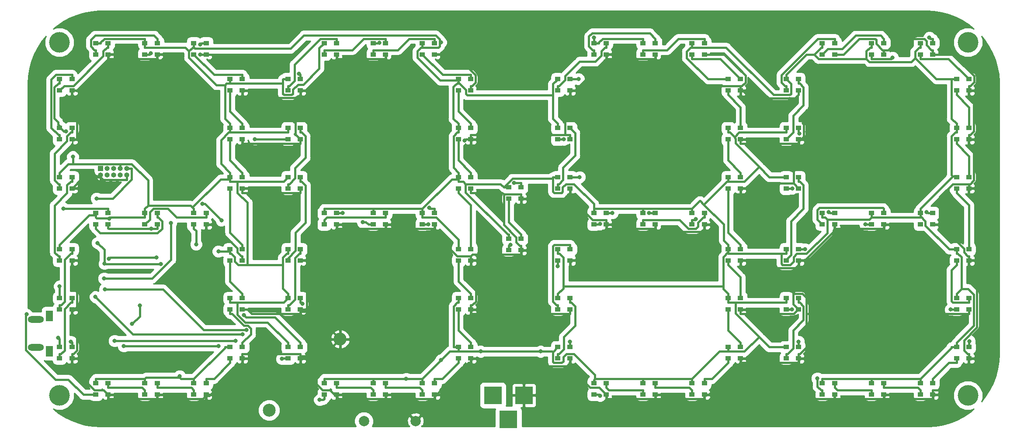
<source format=gbr>
G04 #@! TF.GenerationSoftware,KiCad,Pcbnew,(5.0.0)*
G04 #@! TF.CreationDate,2020-11-20T21:13:12-05:00*
G04 #@! TF.ProjectId,WS2812B Mini Clock,57533238313242204D696E6920436C6F,rev?*
G04 #@! TF.SameCoordinates,Original*
G04 #@! TF.FileFunction,Copper,L1,Top,Signal*
G04 #@! TF.FilePolarity,Positive*
%FSLAX46Y46*%
G04 Gerber Fmt 4.6, Leading zero omitted, Abs format (unit mm)*
G04 Created by KiCad (PCBNEW (5.0.0)) date 11/20/20 21:13:12*
%MOMM*%
%LPD*%
G01*
G04 APERTURE LIST*
G04 #@! TA.AperFunction,SMDPad,CuDef*
%ADD10R,1.100000X0.900000*%
G04 #@! TD*
G04 #@! TA.AperFunction,ComponentPad*
%ADD11C,4.000000*%
G04 #@! TD*
G04 #@! TA.AperFunction,ComponentPad*
%ADD12C,2.500000*%
G04 #@! TD*
G04 #@! TA.AperFunction,ComponentPad*
%ADD13O,3.150000X1.300000*%
G04 #@! TD*
G04 #@! TA.AperFunction,ComponentPad*
%ADD14R,1.400000X2.000000*%
G04 #@! TD*
G04 #@! TA.AperFunction,ComponentPad*
%ADD15R,1.000000X1.000000*%
G04 #@! TD*
G04 #@! TA.AperFunction,ComponentPad*
%ADD16O,1.000000X1.000000*%
G04 #@! TD*
G04 #@! TA.AperFunction,ComponentPad*
%ADD17C,2.000000*%
G04 #@! TD*
G04 #@! TA.AperFunction,ComponentPad*
%ADD18R,3.500000X3.500000*%
G04 #@! TD*
G04 #@! TA.AperFunction,ViaPad*
%ADD19C,0.800000*%
G04 #@! TD*
G04 #@! TA.AperFunction,Conductor*
%ADD20C,0.400000*%
G04 #@! TD*
G04 #@! TA.AperFunction,Conductor*
%ADD21C,0.254000*%
G04 #@! TD*
G04 APERTURE END LIST*
D10*
G04 #@! TO.P,U71,4*
G04 #@! TO.N,Net-(U66-Pad2)*
X195200000Y-86150000D03*
G04 #@! TO.P,U71,3*
G04 #@! TO.N,GND*
X195200000Y-88350000D03*
G04 #@! TO.P,U71,2*
G04 #@! TO.N,Net-(U71-Pad2)*
X192800000Y-88350000D03*
G04 #@! TO.P,U71,1*
G04 #@! TO.N,+5V*
X192800000Y-86150000D03*
G04 #@! TD*
G04 #@! TO.P,U54,4*
G04 #@! TO.N,Net-(U49-Pad2)*
X150950000Y-86150000D03*
G04 #@! TO.P,U54,3*
G04 #@! TO.N,GND*
X150950000Y-88350000D03*
G04 #@! TO.P,U54,2*
G04 #@! TO.N,Net-(U54-Pad2)*
X148550000Y-88350000D03*
G04 #@! TO.P,U54,1*
G04 #@! TO.N,+5V*
X148550000Y-86150000D03*
G04 #@! TD*
G04 #@! TO.P,U58,4*
G04 #@! TO.N,Net-(U53-Pad2)*
X150950000Y-109650000D03*
G04 #@! TO.P,U58,3*
G04 #@! TO.N,GND*
X150950000Y-111850000D03*
G04 #@! TO.P,U58,2*
G04 #@! TO.N,Net-(U49-Pad4)*
X148550000Y-111850000D03*
G04 #@! TO.P,U58,1*
G04 #@! TO.N,+5V*
X148550000Y-109650000D03*
G04 #@! TD*
G04 #@! TO.P,U49,4*
G04 #@! TO.N,Net-(U49-Pad4)*
X150950000Y-95650000D03*
G04 #@! TO.P,U49,3*
G04 #@! TO.N,GND*
X150950000Y-97850000D03*
G04 #@! TO.P,U49,2*
G04 #@! TO.N,Net-(U49-Pad2)*
X148550000Y-97850000D03*
G04 #@! TO.P,U49,1*
G04 #@! TO.N,+5V*
X148550000Y-95650000D03*
G04 #@! TD*
G04 #@! TO.P,U59,4*
G04 #@! TO.N,Net-(U54-Pad2)*
X150950000Y-76650000D03*
G04 #@! TO.P,U59,3*
G04 #@! TO.N,GND*
X150950000Y-78850000D03*
G04 #@! TO.P,U59,2*
G04 #@! TO.N,Net-(U50-Pad4)*
X148550000Y-78850000D03*
G04 #@! TO.P,U59,1*
G04 #@! TO.N,+5V*
X148550000Y-76650000D03*
G04 #@! TD*
D11*
G04 #@! TO.P,REF3,1*
G04 #@! TO.N,N/C*
X228000000Y-69500000D03*
G04 #@! TD*
D10*
G04 #@! TO.P,U53,4*
G04 #@! TO.N,Net-(U48-Pad2)*
X150950000Y-119150000D03*
G04 #@! TO.P,U53,3*
G04 #@! TO.N,GND*
X150950000Y-121350000D03*
G04 #@! TO.P,U53,2*
G04 #@! TO.N,Net-(U53-Pad2)*
X148550000Y-121350000D03*
G04 #@! TO.P,U53,1*
G04 #@! TO.N,+5V*
X148550000Y-119150000D03*
G04 #@! TD*
D11*
G04 #@! TO.P,REF4,1*
G04 #@! TO.N,N/C*
X228000000Y-138000000D03*
G04 #@! TD*
D10*
G04 #@! TO.P,U89,4*
G04 #@! TO.N,Net-(U85-Pad2)*
X221200000Y-102650000D03*
G04 #@! TO.P,U89,3*
G04 #@! TO.N,GND*
X221200000Y-104850000D03*
G04 #@! TO.P,U89,2*
G04 #@! TO.N,N/C*
X218800000Y-104850000D03*
G04 #@! TO.P,U89,1*
G04 #@! TO.N,+5V*
X218800000Y-102650000D03*
G04 #@! TD*
G04 #@! TO.P,U80,4*
G04 #@! TO.N,Net-(U80-Pad4)*
X221200000Y-135650000D03*
G04 #@! TO.P,U80,3*
G04 #@! TO.N,GND*
X221200000Y-137850000D03*
G04 #@! TO.P,U80,2*
G04 #@! TO.N,Net-(U80-Pad2)*
X218800000Y-137850000D03*
G04 #@! TO.P,U80,1*
G04 #@! TO.N,+5V*
X218800000Y-135650000D03*
G04 #@! TD*
G04 #@! TO.P,U86,4*
G04 #@! TO.N,Net-(U82-Pad2)*
X228200000Y-95650000D03*
G04 #@! TO.P,U86,3*
G04 #@! TO.N,GND*
X228200000Y-97850000D03*
G04 #@! TO.P,U86,2*
G04 #@! TO.N,Net-(U79-Pad4)*
X225800000Y-97850000D03*
G04 #@! TO.P,U86,1*
G04 #@! TO.N,+5V*
X225800000Y-95650000D03*
G04 #@! TD*
G04 #@! TO.P,U67,4*
G04 #@! TO.N,Net-(U67-Pad4)*
X202200000Y-69650000D03*
G04 #@! TO.P,U67,3*
G04 #@! TO.N,GND*
X202200000Y-71850000D03*
G04 #@! TO.P,U67,2*
G04 #@! TO.N,Net-(U67-Pad2)*
X199800000Y-71850000D03*
G04 #@! TO.P,U67,1*
G04 #@! TO.N,+5V*
X199800000Y-69650000D03*
G04 #@! TD*
G04 #@! TO.P,U82,4*
G04 #@! TO.N,Net-(U78-Pad2)*
X228200000Y-86150000D03*
G04 #@! TO.P,U82,3*
G04 #@! TO.N,GND*
X228200000Y-88350000D03*
G04 #@! TO.P,U82,2*
G04 #@! TO.N,Net-(U82-Pad2)*
X225800000Y-88350000D03*
G04 #@! TO.P,U82,1*
G04 #@! TO.N,+5V*
X225800000Y-86150000D03*
G04 #@! TD*
G04 #@! TO.P,U72,4*
G04 #@! TO.N,Net-(U67-Pad2)*
X211700000Y-69650000D03*
G04 #@! TO.P,U72,3*
G04 #@! TO.N,GND*
X211700000Y-71850000D03*
G04 #@! TO.P,U72,2*
G04 #@! TO.N,Net-(U72-Pad2)*
X209300000Y-71850000D03*
G04 #@! TO.P,U72,1*
G04 #@! TO.N,+5V*
X209300000Y-69650000D03*
G04 #@! TD*
G04 #@! TO.P,U87,4*
G04 #@! TO.N,Net-(U83-Pad2)*
X228200000Y-128650000D03*
G04 #@! TO.P,U87,3*
G04 #@! TO.N,GND*
X228200000Y-130850000D03*
G04 #@! TO.P,U87,2*
G04 #@! TO.N,Net-(U80-Pad4)*
X225800000Y-130850000D03*
G04 #@! TO.P,U87,1*
G04 #@! TO.N,+5V*
X225800000Y-128650000D03*
G04 #@! TD*
G04 #@! TO.P,U83,4*
G04 #@! TO.N,Net-(U79-Pad2)*
X228200000Y-119150000D03*
G04 #@! TO.P,U83,3*
G04 #@! TO.N,GND*
X228200000Y-121350000D03*
G04 #@! TO.P,U83,2*
G04 #@! TO.N,Net-(U83-Pad2)*
X225800000Y-121350000D03*
G04 #@! TO.P,U83,1*
G04 #@! TO.N,+5V*
X225800000Y-119150000D03*
G04 #@! TD*
G04 #@! TO.P,U79,4*
G04 #@! TO.N,Net-(U79-Pad4)*
X228200000Y-109650000D03*
G04 #@! TO.P,U79,3*
G04 #@! TO.N,GND*
X228200000Y-111850000D03*
G04 #@! TO.P,U79,2*
G04 #@! TO.N,Net-(U79-Pad2)*
X225800000Y-111850000D03*
G04 #@! TO.P,U79,1*
G04 #@! TO.N,+5V*
X225800000Y-109650000D03*
G04 #@! TD*
G04 #@! TO.P,U66,4*
G04 #@! TO.N,Net-(U66-Pad4)*
X195200000Y-95650000D03*
G04 #@! TO.P,U66,3*
G04 #@! TO.N,GND*
X195200000Y-97850000D03*
G04 #@! TO.P,U66,2*
G04 #@! TO.N,Net-(U66-Pad2)*
X192800000Y-97850000D03*
G04 #@! TO.P,U66,1*
G04 #@! TO.N,+5V*
X192800000Y-95650000D03*
G04 #@! TD*
G04 #@! TO.P,U76,4*
G04 #@! TO.N,Net-(U71-Pad2)*
X195200000Y-76650000D03*
G04 #@! TO.P,U76,3*
G04 #@! TO.N,GND*
X195200000Y-78850000D03*
G04 #@! TO.P,U76,2*
G04 #@! TO.N,Net-(U67-Pad4)*
X192800000Y-78850000D03*
G04 #@! TO.P,U76,1*
G04 #@! TO.N,+5V*
X192800000Y-76650000D03*
G04 #@! TD*
G04 #@! TO.P,U85,4*
G04 #@! TO.N,Net-(U81-Pad2)*
X211700000Y-102650000D03*
G04 #@! TO.P,U85,3*
G04 #@! TO.N,GND*
X211700000Y-104850000D03*
G04 #@! TO.P,U85,2*
G04 #@! TO.N,Net-(U85-Pad2)*
X209300000Y-104850000D03*
G04 #@! TO.P,U85,1*
G04 #@! TO.N,+5V*
X209300000Y-102650000D03*
G04 #@! TD*
G04 #@! TO.P,U81,4*
G04 #@! TO.N,Net-(U81-Pad4)*
X202200000Y-102650000D03*
G04 #@! TO.P,U81,3*
G04 #@! TO.N,GND*
X202200000Y-104850000D03*
G04 #@! TO.P,U81,2*
G04 #@! TO.N,Net-(U81-Pad2)*
X199800000Y-104850000D03*
G04 #@! TO.P,U81,1*
G04 #@! TO.N,+5V*
X199800000Y-102650000D03*
G04 #@! TD*
G04 #@! TO.P,U88,4*
G04 #@! TO.N,Net-(U84-Pad2)*
X202200000Y-135650000D03*
G04 #@! TO.P,U88,3*
G04 #@! TO.N,GND*
X202200000Y-137850000D03*
G04 #@! TO.P,U88,2*
G04 #@! TO.N,Net-(U81-Pad4)*
X199800000Y-137850000D03*
G04 #@! TO.P,U88,1*
G04 #@! TO.N,+5V*
X199800000Y-135650000D03*
G04 #@! TD*
G04 #@! TO.P,U78,4*
G04 #@! TO.N,Net-(U77-Pad2)*
X228200000Y-76650000D03*
G04 #@! TO.P,U78,3*
G04 #@! TO.N,GND*
X228200000Y-78850000D03*
G04 #@! TO.P,U78,2*
G04 #@! TO.N,Net-(U78-Pad2)*
X225800000Y-78850000D03*
G04 #@! TO.P,U78,1*
G04 #@! TO.N,+5V*
X225800000Y-76650000D03*
G04 #@! TD*
G04 #@! TO.P,U75,4*
G04 #@! TO.N,Net-(U70-Pad2)*
X195200000Y-109650000D03*
G04 #@! TO.P,U75,3*
G04 #@! TO.N,GND*
X195200000Y-111850000D03*
G04 #@! TO.P,U75,2*
G04 #@! TO.N,Net-(U66-Pad4)*
X192800000Y-111850000D03*
G04 #@! TO.P,U75,1*
G04 #@! TO.N,+5V*
X192800000Y-109650000D03*
G04 #@! TD*
G04 #@! TO.P,U77,4*
G04 #@! TO.N,Net-(U72-Pad2)*
X221200000Y-69650000D03*
G04 #@! TO.P,U77,3*
G04 #@! TO.N,GND*
X221200000Y-71850000D03*
G04 #@! TO.P,U77,2*
G04 #@! TO.N,Net-(U77-Pad2)*
X218800000Y-71850000D03*
G04 #@! TO.P,U77,1*
G04 #@! TO.N,+5V*
X218800000Y-69650000D03*
G04 #@! TD*
G04 #@! TO.P,U84,4*
G04 #@! TO.N,Net-(U80-Pad2)*
X211700000Y-135650000D03*
G04 #@! TO.P,U84,3*
G04 #@! TO.N,GND*
X211700000Y-137850000D03*
G04 #@! TO.P,U84,2*
G04 #@! TO.N,Net-(U84-Pad2)*
X209300000Y-137850000D03*
G04 #@! TO.P,U84,1*
G04 #@! TO.N,+5V*
X209300000Y-135650000D03*
G04 #@! TD*
G04 #@! TO.P,U50,4*
G04 #@! TO.N,Net-(U50-Pad4)*
X157950000Y-69650000D03*
G04 #@! TO.P,U50,3*
G04 #@! TO.N,GND*
X157950000Y-71850000D03*
G04 #@! TO.P,U50,2*
G04 #@! TO.N,Net-(U50-Pad2)*
X155550000Y-71850000D03*
G04 #@! TO.P,U50,1*
G04 #@! TO.N,+5V*
X155550000Y-69650000D03*
G04 #@! TD*
G04 #@! TO.P,U73,4*
G04 #@! TO.N,Net-(U68-Pad2)*
X157950000Y-135650000D03*
G04 #@! TO.P,U73,3*
G04 #@! TO.N,GND*
X157950000Y-137850000D03*
G04 #@! TO.P,U73,2*
G04 #@! TO.N,Net-(U64-Pad4)*
X155550000Y-137850000D03*
G04 #@! TO.P,U73,1*
G04 #@! TO.N,+5V*
X155550000Y-135650000D03*
G04 #@! TD*
G04 #@! TO.P,U56,4*
G04 #@! TO.N,Net-(U51-Pad2)*
X183950000Y-86150000D03*
G04 #@! TO.P,U56,3*
G04 #@! TO.N,GND*
X183950000Y-88350000D03*
G04 #@! TO.P,U56,2*
G04 #@! TO.N,Net-(U56-Pad2)*
X181550000Y-88350000D03*
G04 #@! TO.P,U56,1*
G04 #@! TO.N,+5V*
X181550000Y-86150000D03*
G04 #@! TD*
G04 #@! TO.P,U65,4*
G04 #@! TO.N,Net-(U65-Pad4)*
X195200000Y-128650000D03*
G04 #@! TO.P,U65,3*
G04 #@! TO.N,GND*
X195200000Y-130850000D03*
G04 #@! TO.P,U65,2*
G04 #@! TO.N,Net-(U65-Pad2)*
X192800000Y-130850000D03*
G04 #@! TO.P,U65,1*
G04 #@! TO.N,+5V*
X192800000Y-128650000D03*
G04 #@! TD*
G04 #@! TO.P,U57,4*
G04 #@! TO.N,Net-(U52-Pad2)*
X183950000Y-119150000D03*
G04 #@! TO.P,U57,3*
G04 #@! TO.N,GND*
X183950000Y-121350000D03*
G04 #@! TO.P,U57,2*
G04 #@! TO.N,Net-(U57-Pad2)*
X181550000Y-121350000D03*
G04 #@! TO.P,U57,1*
G04 #@! TO.N,+5V*
X181550000Y-119150000D03*
G04 #@! TD*
G04 #@! TO.P,U55,4*
G04 #@! TO.N,Net-(U50-Pad2)*
X167450000Y-69650000D03*
G04 #@! TO.P,U55,3*
G04 #@! TO.N,GND*
X167450000Y-71850000D03*
G04 #@! TO.P,U55,2*
G04 #@! TO.N,Net-(U55-Pad2)*
X165050000Y-71850000D03*
G04 #@! TO.P,U55,1*
G04 #@! TO.N,+5V*
X165050000Y-69650000D03*
G04 #@! TD*
G04 #@! TO.P,U62,4*
G04 #@! TO.N,Net-(U57-Pad2)*
X183950000Y-128650000D03*
G04 #@! TO.P,U62,3*
G04 #@! TO.N,GND*
X183950000Y-130850000D03*
G04 #@! TO.P,U62,2*
G04 #@! TO.N,Net-(U62-Pad2)*
X181550000Y-130850000D03*
G04 #@! TO.P,U62,1*
G04 #@! TO.N,+5V*
X181550000Y-128650000D03*
G04 #@! TD*
G04 #@! TO.P,U48,4*
G04 #@! TO.N,DOUT*
X150950000Y-128650000D03*
G04 #@! TO.P,U48,3*
G04 #@! TO.N,GND*
X150950000Y-130850000D03*
G04 #@! TO.P,U48,2*
G04 #@! TO.N,Net-(U48-Pad2)*
X148550000Y-130850000D03*
G04 #@! TO.P,U48,1*
G04 #@! TO.N,+5V*
X148550000Y-128650000D03*
G04 #@! TD*
G04 #@! TO.P,U51,4*
G04 #@! TO.N,Net-(U51-Pad4)*
X183950000Y-76650000D03*
G04 #@! TO.P,U51,3*
G04 #@! TO.N,GND*
X183950000Y-78850000D03*
G04 #@! TO.P,U51,2*
G04 #@! TO.N,Net-(U51-Pad2)*
X181550000Y-78850000D03*
G04 #@! TO.P,U51,1*
G04 #@! TO.N,+5V*
X181550000Y-76650000D03*
G04 #@! TD*
G04 #@! TO.P,U64,4*
G04 #@! TO.N,Net-(U64-Pad4)*
X157950000Y-102650000D03*
G04 #@! TO.P,U64,3*
G04 #@! TO.N,GND*
X157950000Y-104850000D03*
G04 #@! TO.P,U64,2*
G04 #@! TO.N,Net-(U64-Pad2)*
X155550000Y-104850000D03*
G04 #@! TO.P,U64,1*
G04 #@! TO.N,+5V*
X155550000Y-102650000D03*
G04 #@! TD*
G04 #@! TO.P,U70,4*
G04 #@! TO.N,Net-(U65-Pad2)*
X195200000Y-119150000D03*
G04 #@! TO.P,U70,3*
G04 #@! TO.N,GND*
X195200000Y-121350000D03*
G04 #@! TO.P,U70,2*
G04 #@! TO.N,Net-(U70-Pad2)*
X192800000Y-121350000D03*
G04 #@! TO.P,U70,1*
G04 #@! TO.N,+5V*
X192800000Y-119150000D03*
G04 #@! TD*
G04 #@! TO.P,U63,4*
G04 #@! TO.N,Net-(U62-Pad2)*
X176950000Y-135650000D03*
G04 #@! TO.P,U63,3*
G04 #@! TO.N,GND*
X176950000Y-137850000D03*
G04 #@! TO.P,U63,2*
G04 #@! TO.N,Net-(U63-Pad2)*
X174550000Y-137850000D03*
G04 #@! TO.P,U63,1*
G04 #@! TO.N,+5V*
X174550000Y-135650000D03*
G04 #@! TD*
G04 #@! TO.P,U74,4*
G04 #@! TO.N,Net-(U69-Pad2)*
X176950000Y-102650000D03*
G04 #@! TO.P,U74,3*
G04 #@! TO.N,GND*
X176950000Y-104850000D03*
G04 #@! TO.P,U74,2*
G04 #@! TO.N,Net-(U65-Pad4)*
X174550000Y-104850000D03*
G04 #@! TO.P,U74,1*
G04 #@! TO.N,+5V*
X174550000Y-102650000D03*
G04 #@! TD*
G04 #@! TO.P,U68,4*
G04 #@! TO.N,Net-(U63-Pad2)*
X167450000Y-135650000D03*
G04 #@! TO.P,U68,3*
G04 #@! TO.N,GND*
X167450000Y-137850000D03*
G04 #@! TO.P,U68,2*
G04 #@! TO.N,Net-(U68-Pad2)*
X165050000Y-137850000D03*
G04 #@! TO.P,U68,1*
G04 #@! TO.N,+5V*
X165050000Y-135650000D03*
G04 #@! TD*
G04 #@! TO.P,U52,4*
G04 #@! TO.N,Net-(U52-Pad4)*
X183950000Y-109650000D03*
G04 #@! TO.P,U52,3*
G04 #@! TO.N,GND*
X183950000Y-111850000D03*
G04 #@! TO.P,U52,2*
G04 #@! TO.N,Net-(U52-Pad2)*
X181550000Y-111850000D03*
G04 #@! TO.P,U52,1*
G04 #@! TO.N,+5V*
X181550000Y-109650000D03*
G04 #@! TD*
G04 #@! TO.P,U61,4*
G04 #@! TO.N,Net-(U56-Pad2)*
X183950000Y-95650000D03*
G04 #@! TO.P,U61,3*
G04 #@! TO.N,GND*
X183950000Y-97850000D03*
G04 #@! TO.P,U61,2*
G04 #@! TO.N,Net-(U52-Pad4)*
X181550000Y-97850000D03*
G04 #@! TO.P,U61,1*
G04 #@! TO.N,+5V*
X181550000Y-95650000D03*
G04 #@! TD*
G04 #@! TO.P,U60,4*
G04 #@! TO.N,Net-(U55-Pad2)*
X176950000Y-69650000D03*
G04 #@! TO.P,U60,3*
G04 #@! TO.N,GND*
X176950000Y-71850000D03*
G04 #@! TO.P,U60,2*
G04 #@! TO.N,Net-(U51-Pad4)*
X174550000Y-71850000D03*
G04 #@! TO.P,U60,1*
G04 #@! TO.N,+5V*
X174550000Y-69650000D03*
G04 #@! TD*
G04 #@! TO.P,U69,4*
G04 #@! TO.N,Net-(U64-Pad2)*
X167450000Y-102650000D03*
G04 #@! TO.P,U69,3*
G04 #@! TO.N,GND*
X167450000Y-104850000D03*
G04 #@! TO.P,U69,2*
G04 #@! TO.N,Net-(U69-Pad2)*
X165050000Y-104850000D03*
G04 #@! TO.P,U69,1*
G04 #@! TO.N,+5V*
X165050000Y-102650000D03*
G04 #@! TD*
D11*
G04 #@! TO.P,REF2,1*
G04 #@! TO.N,N/C*
X52000000Y-69500000D03*
G04 #@! TD*
D10*
G04 #@! TO.P,U6,1*
G04 #@! TO.N,+5V*
X52050000Y-76650000D03*
G04 #@! TO.P,U6,2*
G04 #@! TO.N,Net-(U6-Pad2)*
X52050000Y-78850000D03*
G04 #@! TO.P,U6,3*
G04 #@! TO.N,GND*
X54450000Y-78850000D03*
G04 #@! TO.P,U6,4*
G04 #@! TO.N,Net-(U5-Pad2)*
X54450000Y-76650000D03*
G04 #@! TD*
G04 #@! TO.P,U3,1*
G04 #@! TO.N,+5V*
X52050000Y-109650000D03*
G04 #@! TO.P,U3,2*
G04 #@! TO.N,Net-(U3-Pad2)*
X52050000Y-111850000D03*
G04 #@! TO.P,U3,3*
G04 #@! TO.N,GND*
X54450000Y-111850000D03*
G04 #@! TO.P,U3,4*
G04 #@! TO.N,Net-(U2-Pad2)*
X54450000Y-109650000D03*
G04 #@! TD*
G04 #@! TO.P,U4,1*
G04 #@! TO.N,+5V*
X52050000Y-95650000D03*
G04 #@! TO.P,U4,2*
G04 #@! TO.N,Net-(U4-Pad2)*
X52050000Y-97850000D03*
G04 #@! TO.P,U4,3*
G04 #@! TO.N,GND*
X54450000Y-97850000D03*
G04 #@! TO.P,U4,4*
G04 #@! TO.N,Net-(U3-Pad2)*
X54450000Y-95650000D03*
G04 #@! TD*
G04 #@! TO.P,U5,1*
G04 #@! TO.N,+5V*
X52050000Y-86150000D03*
G04 #@! TO.P,U5,2*
G04 #@! TO.N,Net-(U5-Pad2)*
X52050000Y-88350000D03*
G04 #@! TO.P,U5,3*
G04 #@! TO.N,GND*
X54450000Y-88350000D03*
G04 #@! TO.P,U5,4*
G04 #@! TO.N,Net-(U4-Pad2)*
X54450000Y-86150000D03*
G04 #@! TD*
G04 #@! TO.P,U2,1*
G04 #@! TO.N,+5V*
X52050000Y-119150000D03*
G04 #@! TO.P,U2,2*
G04 #@! TO.N,Net-(U2-Pad2)*
X52050000Y-121350000D03*
G04 #@! TO.P,U2,3*
G04 #@! TO.N,GND*
X54450000Y-121350000D03*
G04 #@! TO.P,U2,4*
G04 #@! TO.N,Net-(U1-Pad2)*
X54450000Y-119150000D03*
G04 #@! TD*
G04 #@! TO.P,U1,1*
G04 #@! TO.N,+5V*
X52050000Y-128650000D03*
G04 #@! TO.P,U1,2*
G04 #@! TO.N,Net-(U1-Pad2)*
X52050000Y-130850000D03*
G04 #@! TO.P,U1,3*
G04 #@! TO.N,GND*
X54450000Y-130850000D03*
G04 #@! TO.P,U1,4*
G04 #@! TO.N,DIN*
X54450000Y-128650000D03*
G04 #@! TD*
G04 #@! TO.P,U7,1*
G04 #@! TO.N,+5V*
X59050000Y-69650000D03*
G04 #@! TO.P,U7,2*
G04 #@! TO.N,Net-(U7-Pad2)*
X59050000Y-71850000D03*
G04 #@! TO.P,U7,3*
G04 #@! TO.N,GND*
X61450000Y-71850000D03*
G04 #@! TO.P,U7,4*
G04 #@! TO.N,Net-(U6-Pad2)*
X61450000Y-69650000D03*
G04 #@! TD*
G04 #@! TO.P,U8,1*
G04 #@! TO.N,+5V*
X68550000Y-69650000D03*
G04 #@! TO.P,U8,2*
G04 #@! TO.N,Net-(U8-Pad2)*
X68550000Y-71850000D03*
G04 #@! TO.P,U8,3*
G04 #@! TO.N,GND*
X70950000Y-71850000D03*
G04 #@! TO.P,U8,4*
G04 #@! TO.N,Net-(U7-Pad2)*
X70950000Y-69650000D03*
G04 #@! TD*
G04 #@! TO.P,U9,1*
G04 #@! TO.N,+5V*
X78050000Y-69650000D03*
G04 #@! TO.P,U9,2*
G04 #@! TO.N,Net-(U10-Pad4)*
X78050000Y-71850000D03*
G04 #@! TO.P,U9,3*
G04 #@! TO.N,GND*
X80450000Y-71850000D03*
G04 #@! TO.P,U9,4*
G04 #@! TO.N,Net-(U8-Pad2)*
X80450000Y-69650000D03*
G04 #@! TD*
G04 #@! TO.P,U10,1*
G04 #@! TO.N,+5V*
X85050000Y-76650000D03*
G04 #@! TO.P,U10,2*
G04 #@! TO.N,Net-(U10-Pad2)*
X85050000Y-78850000D03*
G04 #@! TO.P,U10,3*
G04 #@! TO.N,GND*
X87450000Y-78850000D03*
G04 #@! TO.P,U10,4*
G04 #@! TO.N,Net-(U10-Pad4)*
X87450000Y-76650000D03*
G04 #@! TD*
G04 #@! TO.P,U11,1*
G04 #@! TO.N,+5V*
X85050000Y-86150000D03*
G04 #@! TO.P,U11,2*
G04 #@! TO.N,Net-(U11-Pad2)*
X85050000Y-88350000D03*
G04 #@! TO.P,U11,3*
G04 #@! TO.N,GND*
X87450000Y-88350000D03*
G04 #@! TO.P,U11,4*
G04 #@! TO.N,Net-(U10-Pad2)*
X87450000Y-86150000D03*
G04 #@! TD*
G04 #@! TO.P,U12,1*
G04 #@! TO.N,+5V*
X85050000Y-95650000D03*
G04 #@! TO.P,U12,2*
G04 #@! TO.N,Net-(U12-Pad2)*
X85050000Y-97850000D03*
G04 #@! TO.P,U12,3*
G04 #@! TO.N,GND*
X87450000Y-97850000D03*
G04 #@! TO.P,U12,4*
G04 #@! TO.N,Net-(U11-Pad2)*
X87450000Y-95650000D03*
G04 #@! TD*
G04 #@! TO.P,U13,1*
G04 #@! TO.N,+5V*
X85050000Y-109650000D03*
G04 #@! TO.P,U13,2*
G04 #@! TO.N,Net-(U13-Pad2)*
X85050000Y-111850000D03*
G04 #@! TO.P,U13,3*
G04 #@! TO.N,GND*
X87450000Y-111850000D03*
G04 #@! TO.P,U13,4*
G04 #@! TO.N,Net-(U12-Pad2)*
X87450000Y-109650000D03*
G04 #@! TD*
G04 #@! TO.P,U14,1*
G04 #@! TO.N,+5V*
X85050000Y-119150000D03*
G04 #@! TO.P,U14,2*
G04 #@! TO.N,Net-(U14-Pad2)*
X85050000Y-121350000D03*
G04 #@! TO.P,U14,3*
G04 #@! TO.N,GND*
X87450000Y-121350000D03*
G04 #@! TO.P,U14,4*
G04 #@! TO.N,Net-(U13-Pad2)*
X87450000Y-119150000D03*
G04 #@! TD*
G04 #@! TO.P,U15,1*
G04 #@! TO.N,+5V*
X85050000Y-128650000D03*
G04 #@! TO.P,U15,2*
G04 #@! TO.N,Net-(U15-Pad2)*
X85050000Y-130850000D03*
G04 #@! TO.P,U15,3*
G04 #@! TO.N,GND*
X87450000Y-130850000D03*
G04 #@! TO.P,U15,4*
G04 #@! TO.N,Net-(U14-Pad2)*
X87450000Y-128650000D03*
G04 #@! TD*
G04 #@! TO.P,U16,1*
G04 #@! TO.N,+5V*
X78050000Y-135650000D03*
G04 #@! TO.P,U16,2*
G04 #@! TO.N,Net-(U16-Pad2)*
X78050000Y-137850000D03*
G04 #@! TO.P,U16,3*
G04 #@! TO.N,GND*
X80450000Y-137850000D03*
G04 #@! TO.P,U16,4*
G04 #@! TO.N,Net-(U15-Pad2)*
X80450000Y-135650000D03*
G04 #@! TD*
G04 #@! TO.P,U17,1*
G04 #@! TO.N,+5V*
X68550000Y-135650000D03*
G04 #@! TO.P,U17,2*
G04 #@! TO.N,Net-(U17-Pad2)*
X68550000Y-137850000D03*
G04 #@! TO.P,U17,3*
G04 #@! TO.N,GND*
X70950000Y-137850000D03*
G04 #@! TO.P,U17,4*
G04 #@! TO.N,Net-(U16-Pad2)*
X70950000Y-135650000D03*
G04 #@! TD*
G04 #@! TO.P,U18,1*
G04 #@! TO.N,+5V*
X59050000Y-135650000D03*
G04 #@! TO.P,U18,2*
G04 #@! TO.N,Net-(U18-Pad2)*
X59050000Y-137850000D03*
G04 #@! TO.P,U18,3*
G04 #@! TO.N,GND*
X61450000Y-137850000D03*
G04 #@! TO.P,U18,4*
G04 #@! TO.N,Net-(U17-Pad2)*
X61450000Y-135650000D03*
G04 #@! TD*
G04 #@! TO.P,U19,1*
G04 #@! TO.N,+5V*
X59050000Y-102650000D03*
G04 #@! TO.P,U19,2*
G04 #@! TO.N,Net-(U19-Pad2)*
X59050000Y-104850000D03*
G04 #@! TO.P,U19,3*
G04 #@! TO.N,GND*
X61450000Y-104850000D03*
G04 #@! TO.P,U19,4*
G04 #@! TO.N,Net-(U18-Pad2)*
X61450000Y-102650000D03*
G04 #@! TD*
G04 #@! TO.P,U20,1*
G04 #@! TO.N,+5V*
X68550000Y-102650000D03*
G04 #@! TO.P,U20,2*
G04 #@! TO.N,Net-(U20-Pad2)*
X68550000Y-104850000D03*
G04 #@! TO.P,U20,3*
G04 #@! TO.N,GND*
X70950000Y-104850000D03*
G04 #@! TO.P,U20,4*
G04 #@! TO.N,Net-(U19-Pad2)*
X70950000Y-102650000D03*
G04 #@! TD*
G04 #@! TO.P,U21,1*
G04 #@! TO.N,+5V*
X78050000Y-102650000D03*
G04 #@! TO.P,U21,2*
G04 #@! TO.N,Net-(U21-Pad2)*
X78050000Y-104850000D03*
G04 #@! TO.P,U21,3*
G04 #@! TO.N,GND*
X80450000Y-104850000D03*
G04 #@! TO.P,U21,4*
G04 #@! TO.N,Net-(U20-Pad2)*
X80450000Y-102650000D03*
G04 #@! TD*
G04 #@! TO.P,U22,1*
G04 #@! TO.N,+5V*
X96300000Y-128650000D03*
G04 #@! TO.P,U22,2*
G04 #@! TO.N,Net-(U22-Pad2)*
X96300000Y-130850000D03*
G04 #@! TO.P,U22,3*
G04 #@! TO.N,GND*
X98700000Y-130850000D03*
G04 #@! TO.P,U22,4*
G04 #@! TO.N,Net-(U21-Pad2)*
X98700000Y-128650000D03*
G04 #@! TD*
G04 #@! TO.P,U23,1*
G04 #@! TO.N,+5V*
X96300000Y-119150000D03*
G04 #@! TO.P,U23,2*
G04 #@! TO.N,Net-(U23-Pad2)*
X96300000Y-121350000D03*
G04 #@! TO.P,U23,3*
G04 #@! TO.N,GND*
X98700000Y-121350000D03*
G04 #@! TO.P,U23,4*
G04 #@! TO.N,Net-(U22-Pad2)*
X98700000Y-119150000D03*
G04 #@! TD*
G04 #@! TO.P,U27,1*
G04 #@! TO.N,+5V*
X96300000Y-109650000D03*
G04 #@! TO.P,U27,2*
G04 #@! TO.N,Net-(U27-Pad2)*
X96300000Y-111850000D03*
G04 #@! TO.P,U27,3*
G04 #@! TO.N,GND*
X98700000Y-111850000D03*
G04 #@! TO.P,U27,4*
G04 #@! TO.N,Net-(U23-Pad2)*
X98700000Y-109650000D03*
G04 #@! TD*
G04 #@! TO.P,U28,1*
G04 #@! TO.N,+5V*
X96300000Y-95650000D03*
G04 #@! TO.P,U28,2*
G04 #@! TO.N,Net-(U28-Pad2)*
X96300000Y-97850000D03*
G04 #@! TO.P,U28,3*
G04 #@! TO.N,GND*
X98700000Y-97850000D03*
G04 #@! TO.P,U28,4*
G04 #@! TO.N,Net-(U27-Pad2)*
X98700000Y-95650000D03*
G04 #@! TD*
G04 #@! TO.P,U29,1*
G04 #@! TO.N,+5V*
X96300000Y-86150000D03*
G04 #@! TO.P,U29,2*
G04 #@! TO.N,Net-(U29-Pad2)*
X96300000Y-88350000D03*
G04 #@! TO.P,U29,3*
G04 #@! TO.N,GND*
X98700000Y-88350000D03*
G04 #@! TO.P,U29,4*
G04 #@! TO.N,Net-(U28-Pad2)*
X98700000Y-86150000D03*
G04 #@! TD*
G04 #@! TO.P,U30,1*
G04 #@! TO.N,+5V*
X96300000Y-76650000D03*
G04 #@! TO.P,U30,2*
G04 #@! TO.N,Net-(U30-Pad2)*
X96300000Y-78850000D03*
G04 #@! TO.P,U30,3*
G04 #@! TO.N,GND*
X98700000Y-78850000D03*
G04 #@! TO.P,U30,4*
G04 #@! TO.N,Net-(U29-Pad2)*
X98700000Y-76650000D03*
G04 #@! TD*
G04 #@! TO.P,U31,1*
G04 #@! TO.N,+5V*
X103300000Y-69650000D03*
G04 #@! TO.P,U31,2*
G04 #@! TO.N,Net-(U31-Pad2)*
X103300000Y-71850000D03*
G04 #@! TO.P,U31,3*
G04 #@! TO.N,GND*
X105700000Y-71850000D03*
G04 #@! TO.P,U31,4*
G04 #@! TO.N,Net-(U30-Pad2)*
X105700000Y-69650000D03*
G04 #@! TD*
G04 #@! TO.P,U32,1*
G04 #@! TO.N,+5V*
X112800000Y-69650000D03*
G04 #@! TO.P,U32,2*
G04 #@! TO.N,Net-(U32-Pad2)*
X112800000Y-71850000D03*
G04 #@! TO.P,U32,3*
G04 #@! TO.N,GND*
X115200000Y-71850000D03*
G04 #@! TO.P,U32,4*
G04 #@! TO.N,Net-(U31-Pad2)*
X115200000Y-69650000D03*
G04 #@! TD*
G04 #@! TO.P,U33,1*
G04 #@! TO.N,+5V*
X122300000Y-69650000D03*
G04 #@! TO.P,U33,2*
G04 #@! TO.N,Net-(U33-Pad2)*
X122300000Y-71850000D03*
G04 #@! TO.P,U33,3*
G04 #@! TO.N,GND*
X124700000Y-71850000D03*
G04 #@! TO.P,U33,4*
G04 #@! TO.N,Net-(U32-Pad2)*
X124700000Y-69650000D03*
G04 #@! TD*
G04 #@! TO.P,U34,1*
G04 #@! TO.N,+5V*
X129300000Y-76650000D03*
G04 #@! TO.P,U34,2*
G04 #@! TO.N,Net-(U34-Pad2)*
X129300000Y-78850000D03*
G04 #@! TO.P,U34,3*
G04 #@! TO.N,GND*
X131700000Y-78850000D03*
G04 #@! TO.P,U34,4*
G04 #@! TO.N,Net-(U33-Pad2)*
X131700000Y-76650000D03*
G04 #@! TD*
G04 #@! TO.P,U35,1*
G04 #@! TO.N,+5V*
X129300000Y-86150000D03*
G04 #@! TO.P,U35,2*
G04 #@! TO.N,Net-(U35-Pad2)*
X129300000Y-88350000D03*
G04 #@! TO.P,U35,3*
G04 #@! TO.N,GND*
X131700000Y-88350000D03*
G04 #@! TO.P,U35,4*
G04 #@! TO.N,Net-(U34-Pad2)*
X131700000Y-86150000D03*
G04 #@! TD*
G04 #@! TO.P,U36,1*
G04 #@! TO.N,+5V*
X129300000Y-95650000D03*
G04 #@! TO.P,U36,2*
G04 #@! TO.N,Net-(U36-Pad2)*
X129300000Y-97850000D03*
G04 #@! TO.P,U36,3*
G04 #@! TO.N,GND*
X131700000Y-97850000D03*
G04 #@! TO.P,U36,4*
G04 #@! TO.N,Net-(U35-Pad2)*
X131700000Y-95650000D03*
G04 #@! TD*
G04 #@! TO.P,U37,1*
G04 #@! TO.N,+5V*
X129300000Y-109650000D03*
G04 #@! TO.P,U37,2*
G04 #@! TO.N,Net-(U37-Pad2)*
X129300000Y-111850000D03*
G04 #@! TO.P,U37,3*
G04 #@! TO.N,GND*
X131700000Y-111850000D03*
G04 #@! TO.P,U37,4*
G04 #@! TO.N,Net-(U36-Pad2)*
X131700000Y-109650000D03*
G04 #@! TD*
G04 #@! TO.P,U38,1*
G04 #@! TO.N,+5V*
X129300000Y-119150000D03*
G04 #@! TO.P,U38,2*
G04 #@! TO.N,Net-(U38-Pad2)*
X129300000Y-121350000D03*
G04 #@! TO.P,U38,3*
G04 #@! TO.N,GND*
X131700000Y-121350000D03*
G04 #@! TO.P,U38,4*
G04 #@! TO.N,Net-(U37-Pad2)*
X131700000Y-119150000D03*
G04 #@! TD*
G04 #@! TO.P,U39,1*
G04 #@! TO.N,+5V*
X129300000Y-128650000D03*
G04 #@! TO.P,U39,2*
G04 #@! TO.N,Net-(U39-Pad2)*
X129300000Y-130850000D03*
G04 #@! TO.P,U39,3*
G04 #@! TO.N,GND*
X131700000Y-130850000D03*
G04 #@! TO.P,U39,4*
G04 #@! TO.N,Net-(U38-Pad2)*
X131700000Y-128650000D03*
G04 #@! TD*
G04 #@! TO.P,U40,1*
G04 #@! TO.N,+5V*
X122300000Y-135650000D03*
G04 #@! TO.P,U40,2*
G04 #@! TO.N,Net-(U40-Pad2)*
X122300000Y-137850000D03*
G04 #@! TO.P,U40,3*
G04 #@! TO.N,GND*
X124700000Y-137850000D03*
G04 #@! TO.P,U40,4*
G04 #@! TO.N,Net-(U39-Pad2)*
X124700000Y-135650000D03*
G04 #@! TD*
G04 #@! TO.P,U41,1*
G04 #@! TO.N,+5V*
X112800000Y-135650000D03*
G04 #@! TO.P,U41,2*
G04 #@! TO.N,Net-(U41-Pad2)*
X112800000Y-137850000D03*
G04 #@! TO.P,U41,3*
G04 #@! TO.N,GND*
X115200000Y-137850000D03*
G04 #@! TO.P,U41,4*
G04 #@! TO.N,Net-(U40-Pad2)*
X115200000Y-135650000D03*
G04 #@! TD*
G04 #@! TO.P,U42,1*
G04 #@! TO.N,+5V*
X103300000Y-135650000D03*
G04 #@! TO.P,U42,2*
G04 #@! TO.N,Net-(U42-Pad2)*
X103300000Y-137850000D03*
G04 #@! TO.P,U42,3*
G04 #@! TO.N,GND*
X105700000Y-137850000D03*
G04 #@! TO.P,U42,4*
G04 #@! TO.N,Net-(U41-Pad2)*
X105700000Y-135650000D03*
G04 #@! TD*
G04 #@! TO.P,U43,1*
G04 #@! TO.N,+5V*
X103300000Y-102650000D03*
G04 #@! TO.P,U43,2*
G04 #@! TO.N,Net-(U43-Pad2)*
X103300000Y-104850000D03*
G04 #@! TO.P,U43,3*
G04 #@! TO.N,GND*
X105700000Y-104850000D03*
G04 #@! TO.P,U43,4*
G04 #@! TO.N,Net-(U42-Pad2)*
X105700000Y-102650000D03*
G04 #@! TD*
G04 #@! TO.P,U44,1*
G04 #@! TO.N,+5V*
X112800000Y-102650000D03*
G04 #@! TO.P,U44,2*
G04 #@! TO.N,Net-(U44-Pad2)*
X112800000Y-104850000D03*
G04 #@! TO.P,U44,3*
G04 #@! TO.N,GND*
X115200000Y-104850000D03*
G04 #@! TO.P,U44,4*
G04 #@! TO.N,Net-(U43-Pad2)*
X115200000Y-102650000D03*
G04 #@! TD*
G04 #@! TO.P,U45,1*
G04 #@! TO.N,+5V*
X122300000Y-102650000D03*
G04 #@! TO.P,U45,2*
G04 #@! TO.N,Net-(U45-Pad2)*
X122300000Y-104850000D03*
G04 #@! TO.P,U45,3*
G04 #@! TO.N,GND*
X124700000Y-104850000D03*
G04 #@! TO.P,U45,4*
G04 #@! TO.N,Net-(U44-Pad2)*
X124700000Y-102650000D03*
G04 #@! TD*
G04 #@! TO.P,U46,1*
G04 #@! TO.N,+5V*
X139050000Y-97650000D03*
G04 #@! TO.P,U46,2*
G04 #@! TO.N,Net-(U46-Pad2)*
X139050000Y-99850000D03*
G04 #@! TO.P,U46,3*
G04 #@! TO.N,GND*
X141450000Y-99850000D03*
G04 #@! TO.P,U46,4*
G04 #@! TO.N,Net-(U45-Pad2)*
X141450000Y-97650000D03*
G04 #@! TD*
G04 #@! TO.P,U47,1*
G04 #@! TO.N,+5V*
X139050000Y-107650000D03*
G04 #@! TO.P,U47,2*
G04 #@! TO.N,DOUT*
X139050000Y-109850000D03*
G04 #@! TO.P,U47,3*
G04 #@! TO.N,GND*
X141450000Y-109850000D03*
G04 #@! TO.P,U47,4*
G04 #@! TO.N,Net-(U46-Pad2)*
X141450000Y-107650000D03*
G04 #@! TD*
D12*
G04 #@! TO.P,U24,2*
G04 #@! TO.N,Net-(U24-Pad2)*
X92618272Y-140881728D03*
G04 #@! TO.P,U24,1*
G04 #@! TO.N,GND*
X106406854Y-127093146D03*
G04 #@! TD*
D13*
G04 #@! TO.P,USB1,SH*
G04 #@! TO.N,N/C*
X47480000Y-123275000D03*
D14*
X50030000Y-122575000D03*
X50030000Y-129425000D03*
D13*
X47480000Y-128725000D03*
G04 #@! TD*
D15*
G04 #@! TO.P,J1,1*
G04 #@! TO.N,SCL*
X60000000Y-94000000D03*
D16*
G04 #@! TO.P,J1,2*
G04 #@! TO.N,GND*
X60000000Y-95270000D03*
G04 #@! TO.P,J1,3*
G04 #@! TO.N,DIN*
X61270000Y-94000000D03*
G04 #@! TO.P,J1,4*
G04 #@! TO.N,+5V*
X61270000Y-95270000D03*
G04 #@! TO.P,J1,5*
G04 #@! TO.N,N/C*
X62540000Y-94000000D03*
G04 #@! TO.P,J1,6*
G04 #@! TO.N,RST*
X62540000Y-95270000D03*
G04 #@! TO.P,J1,7*
G04 #@! TO.N,+5V*
X63810000Y-94000000D03*
G04 #@! TO.P,J1,8*
G04 #@! TO.N,N/C*
X63810000Y-95270000D03*
G04 #@! TO.P,J1,9*
G04 #@! TO.N,SDA*
X65080000Y-94000000D03*
G04 #@! TO.P,J1,10*
G04 #@! TO.N,GND*
X65080000Y-95270000D03*
G04 #@! TD*
D11*
G04 #@! TO.P,REF\002A\002A,1*
G04 #@! TO.N,N/C*
X52000000Y-138000000D03*
G04 #@! TD*
D17*
G04 #@! TO.P,J2,1*
G04 #@! TO.N,+5V*
X111000000Y-143000000D03*
G04 #@! TD*
G04 #@! TO.P,J3,1*
G04 #@! TO.N,GND*
X121000000Y-143000000D03*
G04 #@! TD*
D18*
G04 #@! TO.P,J4,3*
G04 #@! TO.N,N/C*
X139000000Y-142700000D03*
G04 #@! TO.P,J4,2*
G04 #@! TO.N,GND*
X142000000Y-138000000D03*
G04 #@! TO.P,J4,1*
G04 #@! TO.N,Net-(J4-Pad1)*
X136000000Y-138000000D03*
G04 #@! TD*
D19*
G04 #@! TO.N,DIN*
X54213900Y-127563600D03*
G04 #@! TO.N,GND*
X193493800Y-80503700D03*
X196174000Y-85197400D03*
X130500000Y-88583400D03*
X98212600Y-80187700D03*
X82078700Y-105090100D03*
X55893800Y-88583400D03*
X79265100Y-71850000D03*
X69811400Y-105700300D03*
X89836800Y-98700300D03*
X126656500Y-71850000D03*
X133200000Y-132317700D03*
G04 #@! TO.N,+5V*
X75302200Y-134295000D03*
X54603100Y-91732500D03*
X53287500Y-86753500D03*
X51750200Y-126804700D03*
X52053400Y-116850800D03*
X155598100Y-68565100D03*
X125957200Y-131142600D03*
X114000000Y-69637900D03*
X125898000Y-69548500D03*
X82794600Y-110075100D03*
X61695000Y-103750000D03*
X119200000Y-134799700D03*
X133600000Y-129500400D03*
X145200000Y-129500400D03*
G04 #@! TO.N,Net-(U18-Pad2)*
X45627900Y-122299000D03*
X52808900Y-101758600D03*
G04 #@! TO.N,SDA*
X71662200Y-112505600D03*
X60742700Y-112462900D03*
X59217400Y-99811800D03*
X59407700Y-108434100D03*
G04 #@! TO.N,SCL*
X61554100Y-111487400D03*
X70813800Y-111244000D03*
G04 #@! TO.N,BTN2*
X82823200Y-128462600D03*
X64474900Y-128462600D03*
G04 #@! TO.N,DOUT*
X150950000Y-127581100D03*
X139363800Y-108794800D03*
G04 #@! TO.N,Net-(U8-Pad2)*
X69750000Y-71600300D03*
X79250000Y-69921600D03*
G04 #@! TO.N,Net-(U22-Pad2)*
X99112300Y-120250000D03*
X95121100Y-130905800D03*
G04 #@! TO.N,Net-(U21-Pad2)*
X87734700Y-122419100D03*
X78483600Y-108709700D03*
G04 #@! TO.N,Net-(U29-Pad2)*
X89904000Y-88345200D03*
X98437600Y-75578400D03*
G04 #@! TO.N,Net-(U42-Pad2)*
X102432800Y-138889200D03*
X106867500Y-102650000D03*
G04 #@! TO.N,Net-(U44-Pad2)*
X110763700Y-104385300D03*
X123688400Y-101638400D03*
G04 #@! TO.N,Net-(U45-Pad2)*
X123500000Y-104850000D03*
X140105100Y-96799700D03*
G04 #@! TO.N,Net-(D1-Pad2)*
X60675000Y-115322600D03*
X73634100Y-104556300D03*
G04 #@! TO.N,Net-(D2-Pad2)*
X59000000Y-118916400D03*
X87492700Y-126177900D03*
G04 #@! TO.N,Net-(D3-Pad2)*
X60800000Y-117450000D03*
X88228900Y-125317600D03*
G04 #@! TO.N,INT*
X67590000Y-120550100D03*
X66110400Y-124134400D03*
G04 #@! TO.N,BTN0*
X79689000Y-100802000D03*
X83429600Y-104037000D03*
G04 #@! TO.N,BTN3*
X86137200Y-127429000D03*
X62702000Y-127429000D03*
G04 #@! TO.N,Net-(U49-Pad4)*
X148550000Y-112910100D03*
X152797100Y-95650000D03*
G04 #@! TO.N,Net-(U54-Pad2)*
X149750000Y-88350000D03*
X152585500Y-76650000D03*
G04 #@! TO.N,Net-(U64-Pad4)*
X156750000Y-138062000D03*
X159156300Y-102650000D03*
G04 #@! TO.N,Net-(U64-Pad2)*
X156750000Y-104774900D03*
X166250000Y-102650000D03*
G04 #@! TO.N,Net-(U65-Pad4)*
X195200000Y-127588300D03*
X175276700Y-103798400D03*
G04 #@! TO.N,Net-(U66-Pad2)*
X195334200Y-87205300D03*
X193975100Y-97850000D03*
G04 #@! TO.N,Net-(U70-Pad2)*
X196419600Y-109650000D03*
X193952000Y-121350000D03*
G04 #@! TO.N,Net-(U72-Pad2)*
X213404300Y-72476400D03*
X220538400Y-68598000D03*
G04 #@! TO.N,Net-(U81-Pad4)*
X201000000Y-102440400D03*
X198849600Y-134711700D03*
G04 #@! TO.N,Net-(U83-Pad2)*
X228315600Y-127536800D03*
X224637100Y-121350000D03*
G04 #@! TO.N,Net-(U85-Pad2)*
X220000000Y-102440400D03*
X208140500Y-104850000D03*
G04 #@! TD*
D20*
G04 #@! TO.N,DIN*
X54450000Y-127799700D02*
X54213900Y-127563600D01*
X54450000Y-128650000D02*
X54450000Y-127799700D01*
G04 #@! TO.N,GND*
X61525100Y-72700300D02*
X70950000Y-72700300D01*
X61450000Y-72550200D02*
X61450000Y-72625200D01*
X61450000Y-72625200D02*
X61525100Y-72700300D01*
X61525100Y-72700300D02*
X55400300Y-78825100D01*
X55400300Y-78825100D02*
X55400300Y-78850000D01*
X54450000Y-78850000D02*
X55400300Y-78850000D01*
X54450000Y-78850000D02*
X54450000Y-79700300D01*
X55400300Y-88350000D02*
X55400300Y-80650600D01*
X55400300Y-80650600D02*
X54450000Y-79700300D01*
X55251800Y-88350000D02*
X55400300Y-88350000D01*
X54450000Y-88350000D02*
X55251800Y-88350000D01*
X54450000Y-111850000D02*
X54450000Y-112700300D01*
X54450000Y-121775100D02*
X55416800Y-120808300D01*
X55416800Y-120808300D02*
X55416800Y-113667100D01*
X55416800Y-113667100D02*
X54450000Y-112700300D01*
X54450000Y-121775100D02*
X54450000Y-122200300D01*
X54450000Y-121350000D02*
X54450000Y-121775100D01*
X228200000Y-111850000D02*
X228200000Y-110999700D01*
X222567100Y-104850000D02*
X221200000Y-104850000D01*
X228200000Y-96999700D02*
X225063700Y-96999700D01*
X225063700Y-96999700D02*
X222567100Y-99496300D01*
X222567100Y-99496300D02*
X222567100Y-104850000D01*
X228200000Y-110999700D02*
X227971500Y-110999700D01*
X227971500Y-110999700D02*
X227249600Y-110277800D01*
X227249600Y-110277800D02*
X227249600Y-109532500D01*
X227249600Y-109532500D02*
X222567100Y-104850000D01*
X228200000Y-112275100D02*
X228200000Y-111850000D01*
X228200000Y-112275100D02*
X228200000Y-112700300D01*
X194225000Y-96875000D02*
X195200000Y-97850000D01*
X194225000Y-89200300D02*
X194225000Y-96875000D01*
X183950000Y-97850000D02*
X187373000Y-97850000D01*
X187373000Y-97850000D02*
X188348000Y-96875000D01*
X188348000Y-96875000D02*
X194225000Y-96875000D01*
X194225000Y-89200300D02*
X195200000Y-89200300D01*
X183950000Y-89200300D02*
X194225000Y-89200300D01*
X195064800Y-121350000D02*
X195064800Y-121374500D01*
X195064800Y-121374500D02*
X194239000Y-122200300D01*
X194239000Y-122200300D02*
X183950000Y-122200300D01*
X194249800Y-118267700D02*
X194187400Y-118330100D01*
X194187400Y-118330100D02*
X194187400Y-120337400D01*
X194187400Y-120337400D02*
X195064800Y-121214800D01*
X195064800Y-121214800D02*
X195064800Y-121350000D01*
X195064800Y-121350000D02*
X195200000Y-121350000D01*
X183950000Y-121350000D02*
X183950000Y-122200300D01*
X194249800Y-113300600D02*
X194599700Y-113300600D01*
X194599700Y-113300600D02*
X195200000Y-112700300D01*
X183950000Y-112700300D02*
X184550300Y-113300600D01*
X184550300Y-113300600D02*
X194249800Y-113300600D01*
X194249800Y-118267700D02*
X194249800Y-113300600D01*
X196750800Y-122200300D02*
X196750800Y-119064700D01*
X196750800Y-119064700D02*
X195953800Y-118267700D01*
X195953800Y-118267700D02*
X194249800Y-118267700D01*
X195200000Y-88775100D02*
X196174000Y-87801100D01*
X196174000Y-87801100D02*
X196174000Y-85197400D01*
X193493800Y-80503700D02*
X193493800Y-80339900D01*
X193493800Y-80339900D02*
X194560400Y-80339900D01*
X194560400Y-80339900D02*
X195200000Y-79700300D01*
X183950000Y-78424800D02*
X185865100Y-80339900D01*
X185865100Y-80339900D02*
X193493800Y-80339900D01*
X195200000Y-88775100D02*
X195200000Y-89200300D01*
X195200000Y-88350000D02*
X195200000Y-88775100D01*
X195200000Y-78850000D02*
X195200000Y-79700300D01*
X183950000Y-78424800D02*
X183950000Y-77999700D01*
X183950000Y-78850000D02*
X183950000Y-78424800D01*
X176950000Y-71850000D02*
X180788500Y-71850000D01*
X180788500Y-71850000D02*
X184910300Y-75971800D01*
X184910300Y-75971800D02*
X184910300Y-77289500D01*
X184910300Y-77289500D02*
X184200100Y-77999700D01*
X184200100Y-77999700D02*
X183950000Y-77999700D01*
X167450000Y-72700300D02*
X172749400Y-77999700D01*
X172749400Y-77999700D02*
X183950000Y-77999700D01*
X158075100Y-72675200D02*
X158100100Y-72700300D01*
X158100100Y-72700300D02*
X167450000Y-72700300D01*
X157950000Y-103999700D02*
X157106600Y-103999700D01*
X157106600Y-103999700D02*
X157081500Y-103974600D01*
X157081500Y-103974600D02*
X155290200Y-103974600D01*
X155290200Y-103974600D02*
X150483000Y-99167300D01*
X150950000Y-111850000D02*
X151900300Y-111850000D01*
X157950000Y-105700300D02*
X151900300Y-111750000D01*
X151900300Y-111750000D02*
X151900300Y-111850000D01*
X157950000Y-105550200D02*
X157950000Y-105700300D01*
X157950000Y-105700300D02*
X167450000Y-105700300D01*
X141450000Y-109850000D02*
X141450000Y-108999700D01*
X138099600Y-98999700D02*
X137800200Y-98700300D01*
X137800200Y-98700300D02*
X131700000Y-98700300D01*
X141450000Y-108999700D02*
X141210800Y-108999700D01*
X141210800Y-108999700D02*
X140499600Y-108288500D01*
X140499600Y-108288500D02*
X140499600Y-107349700D01*
X140499600Y-107349700D02*
X138099600Y-104949700D01*
X138099600Y-104949700D02*
X138099600Y-98999700D01*
X138099600Y-98999700D02*
X141450000Y-98999700D01*
X141450000Y-110275100D02*
X141450000Y-109850000D01*
X141450000Y-110275100D02*
X141450000Y-110700300D01*
X150799900Y-132317700D02*
X150799900Y-132477200D01*
X150799900Y-132477200D02*
X154825000Y-136502300D01*
X154825000Y-136502300D02*
X156602300Y-136502300D01*
X156602300Y-136502300D02*
X157950000Y-137850000D01*
X150950000Y-131550200D02*
X150799900Y-131700300D01*
X150799900Y-131700300D02*
X150799900Y-132317700D01*
X131700000Y-131700300D02*
X132317400Y-132317700D01*
X131700000Y-131550200D02*
X131700000Y-131700300D01*
X131700000Y-130850000D02*
X131700000Y-131550200D01*
X124700000Y-138275100D02*
X131274800Y-131700300D01*
X131274800Y-131700300D02*
X131700000Y-131700300D01*
X124700000Y-138275100D02*
X124700000Y-138700300D01*
X124700000Y-137850000D02*
X124700000Y-138275100D01*
X115200000Y-138700300D02*
X124700000Y-138700300D01*
X115200000Y-138550200D02*
X115200000Y-138700300D01*
X115200000Y-138700300D02*
X106125200Y-138700300D01*
X106125200Y-138700300D02*
X105700000Y-138275100D01*
X131700000Y-88350000D02*
X130749700Y-88350000D01*
X130500000Y-88583400D02*
X130516300Y-88583400D01*
X130516300Y-88583400D02*
X130749700Y-88350000D01*
X115200000Y-137850000D02*
X115200000Y-138550200D01*
X98700000Y-130850000D02*
X98700000Y-132693200D01*
X98700000Y-132693200D02*
X103006400Y-136999600D01*
X103006400Y-136999600D02*
X104424500Y-136999600D01*
X104424500Y-136999600D02*
X105700000Y-138275100D01*
X98700000Y-88350000D02*
X98700000Y-89200300D01*
X87450000Y-88350000D02*
X87450000Y-89200300D01*
X87450000Y-89200300D02*
X98700000Y-89200300D01*
X97725000Y-80300600D02*
X97725000Y-87375000D01*
X97725000Y-87375000D02*
X98700000Y-88350000D01*
X98700000Y-79700300D02*
X98212600Y-80187700D01*
X97725000Y-80300600D02*
X97837900Y-80187700D01*
X97837900Y-80187700D02*
X98212600Y-80187700D01*
X87450000Y-79700300D02*
X88050300Y-80300600D01*
X88050300Y-80300600D02*
X97725000Y-80300600D01*
X61450000Y-137850000D02*
X61450000Y-138700300D01*
X70950000Y-138700300D02*
X61450000Y-138700300D01*
X80450000Y-138062500D02*
X79812200Y-138700300D01*
X79812200Y-138700300D02*
X70950000Y-138700300D01*
X61450000Y-137850000D02*
X60587700Y-136987700D01*
X60587700Y-136987700D02*
X58783100Y-136987700D01*
X58783100Y-136987700D02*
X54450000Y-132654600D01*
X54450000Y-132654600D02*
X54450000Y-130850000D01*
X80450000Y-138062500D02*
X81087800Y-138062500D01*
X81087800Y-138062500D02*
X87450000Y-131700300D01*
X70950000Y-137850000D02*
X70950000Y-138700300D01*
X80450000Y-137850000D02*
X80450000Y-138062500D01*
X65080000Y-95270000D02*
X65080000Y-96170300D01*
X65080000Y-96170300D02*
X60450200Y-96170300D01*
X60450200Y-96170300D02*
X60000000Y-95720100D01*
X82078700Y-105090100D02*
X82078700Y-105103200D01*
X82078700Y-105103200D02*
X86487700Y-109512200D01*
X86487700Y-109512200D02*
X86487700Y-110279600D01*
X86487700Y-110279600D02*
X87207800Y-110999700D01*
X87207800Y-110999700D02*
X87450000Y-110999700D01*
X82078700Y-105090100D02*
X82065600Y-105090100D01*
X82065600Y-105090100D02*
X81612900Y-104637400D01*
X81612900Y-104637400D02*
X81400300Y-104850000D01*
X60000000Y-95720100D02*
X56579900Y-95720100D01*
X56579900Y-95720100D02*
X54450000Y-97850000D01*
X60000000Y-95270000D02*
X60000000Y-95720100D01*
X54450000Y-130850000D02*
X54450000Y-129999700D01*
X54450000Y-129999700D02*
X54689200Y-129999700D01*
X54689200Y-129999700D02*
X55427300Y-129261600D01*
X55427300Y-129261600D02*
X55427300Y-123177600D01*
X55427300Y-123177600D02*
X54450000Y-122200300D01*
X202200000Y-105700300D02*
X202200000Y-105550200D01*
X196150300Y-111850000D02*
X196337500Y-111850000D01*
X196337500Y-111850000D02*
X202200000Y-105987500D01*
X202200000Y-105987500D02*
X202200000Y-105700300D01*
X211700000Y-105700300D02*
X202200000Y-105700300D01*
X211700000Y-104850000D02*
X211700000Y-105700300D01*
X55893800Y-88583400D02*
X55633700Y-88583400D01*
X55633700Y-88583400D02*
X55400300Y-88350000D01*
X211700000Y-71850000D02*
X211700000Y-70999700D01*
X202200000Y-71850000D02*
X203868400Y-71850000D01*
X203868400Y-71850000D02*
X206918700Y-68799700D01*
X206918700Y-68799700D02*
X210015800Y-68799700D01*
X210015800Y-68799700D02*
X210250300Y-69034200D01*
X210250300Y-69034200D02*
X210250300Y-69789200D01*
X210250300Y-69789200D02*
X211460800Y-70999700D01*
X211460800Y-70999700D02*
X211700000Y-70999700D01*
X228200000Y-112700300D02*
X229755200Y-114255500D01*
X229755200Y-114255500D02*
X229755200Y-124818200D01*
X229755200Y-124818200D02*
X227249600Y-127323800D01*
X227249600Y-127323800D02*
X227249600Y-129288500D01*
X227249600Y-129288500D02*
X227960800Y-129999700D01*
X227960800Y-129999700D02*
X228200000Y-129999700D01*
X228200000Y-130850000D02*
X228200000Y-129999700D01*
X228200000Y-89200300D02*
X229157300Y-90157600D01*
X229157300Y-90157600D02*
X229157300Y-96281800D01*
X229157300Y-96281800D02*
X228439400Y-96999700D01*
X228439400Y-96999700D02*
X228200000Y-96999700D01*
X228200000Y-97850000D02*
X228200000Y-96999700D01*
X183950000Y-88350000D02*
X183950000Y-89200300D01*
X79499700Y-71850000D02*
X79265100Y-71850000D01*
X80450000Y-71850000D02*
X79499700Y-71850000D01*
X69811400Y-105700300D02*
X61600100Y-105700300D01*
X61600100Y-105700300D02*
X61450000Y-105550200D01*
X70950000Y-105700300D02*
X69811400Y-105700300D01*
X99650300Y-78850000D02*
X105700000Y-72800300D01*
X105700000Y-72800300D02*
X105700000Y-72700300D01*
X131700000Y-88350000D02*
X131700000Y-87499700D01*
X80450000Y-104850000D02*
X81400300Y-104850000D01*
X131700000Y-121350000D02*
X131700000Y-122200300D01*
X150950000Y-121350000D02*
X150950000Y-122200300D01*
X150950000Y-122200300D02*
X131700000Y-122200300D01*
X196750800Y-122200300D02*
X196750800Y-128688100D01*
X196750800Y-128688100D02*
X195439200Y-129999700D01*
X195439200Y-129999700D02*
X195200000Y-129999700D01*
X228200000Y-122200300D02*
X196750800Y-122200300D01*
X228200000Y-121350000D02*
X228200000Y-122200300D01*
X195200000Y-130850000D02*
X195200000Y-129999700D01*
X105700000Y-137850000D02*
X105700000Y-138275100D01*
X157950000Y-72550200D02*
X158075100Y-72675200D01*
X158075100Y-72675200D02*
X151900300Y-78850000D01*
X150950000Y-78850000D02*
X151900300Y-78850000D01*
X87450000Y-121350000D02*
X88400300Y-121350000D01*
X98700000Y-122200300D02*
X89250600Y-122200300D01*
X89250600Y-122200300D02*
X88400300Y-121350000D01*
X89836800Y-98700300D02*
X87450000Y-98700300D01*
X98700000Y-98700300D02*
X89836800Y-98700300D01*
X126656500Y-71850000D02*
X124700000Y-71850000D01*
X131700000Y-77999700D02*
X131937700Y-77999700D01*
X131937700Y-77999700D02*
X132650400Y-77287000D01*
X132650400Y-77287000D02*
X132650400Y-75887500D01*
X132650400Y-75887500D02*
X128612900Y-71850000D01*
X128612900Y-71850000D02*
X126656500Y-71850000D01*
X149975000Y-87499700D02*
X150950000Y-87499700D01*
X131700000Y-87499700D02*
X149975000Y-87499700D01*
X149975000Y-87499700D02*
X149975000Y-80675300D01*
X149975000Y-80675300D02*
X150950000Y-79700300D01*
X150950000Y-78850000D02*
X150950000Y-79700300D01*
X99650300Y-111850000D02*
X99927300Y-112127000D01*
X99927300Y-112127000D02*
X99927300Y-121073000D01*
X99927300Y-121073000D02*
X99650300Y-121350000D01*
X99650300Y-111850000D02*
X99650300Y-111750000D01*
X99650300Y-111750000D02*
X105700000Y-105700300D01*
X98700000Y-121350000D02*
X99650300Y-121350000D01*
X150483000Y-99167300D02*
X150950000Y-98700300D01*
X141450000Y-99850000D02*
X149800300Y-99850000D01*
X149800300Y-99850000D02*
X150483000Y-99167300D01*
X157950000Y-104850000D02*
X157950000Y-103999700D01*
X157950000Y-105200100D02*
X157950000Y-104850000D01*
X157950000Y-105200100D02*
X157950000Y-105550200D01*
X195200000Y-111850000D02*
X196150300Y-111850000D01*
X202200000Y-104850000D02*
X202200000Y-105550200D01*
X202200000Y-138700300D02*
X178750600Y-138700300D01*
X178750600Y-138700300D02*
X177900300Y-137850000D01*
X202200000Y-138550200D02*
X202200000Y-138700300D01*
X202200000Y-137850000D02*
X202200000Y-138550200D01*
X228200000Y-88350000D02*
X228200000Y-87499700D01*
X228200000Y-78850000D02*
X228200000Y-79700300D01*
X228200000Y-79700300D02*
X229150400Y-80650700D01*
X229150400Y-80650700D02*
X229150400Y-86788500D01*
X229150400Y-86788500D02*
X228439200Y-87499700D01*
X228439200Y-87499700D02*
X228200000Y-87499700D01*
X228200000Y-78424800D02*
X228200000Y-78850000D01*
X228200000Y-78424800D02*
X228200000Y-77999700D01*
X228200000Y-88350000D02*
X228200000Y-89200300D01*
X221200000Y-70999700D02*
X220960800Y-70999700D01*
X220960800Y-70999700D02*
X220000000Y-70038900D01*
X220000000Y-70038900D02*
X220000000Y-69237400D01*
X220000000Y-69237400D02*
X219562300Y-68799700D01*
X219562300Y-68799700D02*
X214750300Y-68799700D01*
X214750300Y-68799700D02*
X212550300Y-70999700D01*
X212550300Y-70999700D02*
X211700000Y-70999700D01*
X221200000Y-137850000D02*
X221200000Y-136999700D01*
X228200000Y-130850000D02*
X228200000Y-131700300D01*
X228200000Y-131700300D02*
X222900600Y-136999700D01*
X222900600Y-136999700D02*
X221200000Y-136999700D01*
X202200000Y-138700300D02*
X211700000Y-138700300D01*
X221200000Y-71850000D02*
X221200000Y-70999700D01*
X228200000Y-77999700D02*
X228439200Y-77999700D01*
X228439200Y-77999700D02*
X229196000Y-77242900D01*
X229196000Y-77242900D02*
X229196000Y-76027500D01*
X229196000Y-76027500D02*
X225018500Y-71850000D01*
X225018500Y-71850000D02*
X221200000Y-71850000D01*
X195200000Y-112275100D02*
X195200000Y-111850000D01*
X195200000Y-112275100D02*
X195200000Y-112700300D01*
X221200000Y-137850000D02*
X221200000Y-138700300D01*
X211700000Y-137850000D02*
X211700000Y-138700300D01*
X211700000Y-138700300D02*
X221200000Y-138700300D01*
X157950000Y-71850000D02*
X157950000Y-72550200D01*
X183950000Y-131700300D02*
X195200000Y-131700300D01*
X176950000Y-137850000D02*
X177900300Y-137850000D01*
X183950000Y-131700300D02*
X177900300Y-137750000D01*
X177900300Y-137750000D02*
X177900300Y-137850000D01*
X167450000Y-71850000D02*
X167450000Y-72700300D01*
X195200000Y-130850000D02*
X195200000Y-131700300D01*
X183950000Y-130850000D02*
X183950000Y-131700300D01*
X150950000Y-130850000D02*
X150950000Y-131550200D01*
X176950000Y-137850000D02*
X176950000Y-138700300D01*
X176950000Y-138700300D02*
X167450000Y-138700300D01*
X167450000Y-105700300D02*
X168050300Y-106300600D01*
X168050300Y-106300600D02*
X176349700Y-106300600D01*
X176349700Y-106300600D02*
X176950000Y-105700300D01*
X167450000Y-105550200D02*
X167450000Y-105700300D01*
X167450000Y-104850000D02*
X167450000Y-105550200D01*
X157950000Y-137850000D02*
X157950000Y-138700300D01*
X167450000Y-137850000D02*
X167450000Y-138700300D01*
X167450000Y-138700300D02*
X157950000Y-138700300D01*
X183950000Y-111850000D02*
X183950000Y-112700300D01*
X176950000Y-104850000D02*
X176950000Y-105700300D01*
X87450000Y-111850000D02*
X87450000Y-110999700D01*
X61450000Y-71850000D02*
X61450000Y-72550200D01*
X70950000Y-71850000D02*
X70950000Y-72700300D01*
X98700000Y-78850000D02*
X98700000Y-79700300D01*
X87450000Y-78850000D02*
X87450000Y-79700300D01*
X98700000Y-121784900D02*
X101098700Y-121784900D01*
X101098700Y-121784900D02*
X106406900Y-127093100D01*
X98700000Y-121784900D02*
X98700000Y-122200300D01*
X98700000Y-121350000D02*
X98700000Y-121784900D01*
X98700000Y-130424800D02*
X103075200Y-130424800D01*
X103075200Y-130424800D02*
X106406900Y-127093100D01*
X98700000Y-130424800D02*
X98700000Y-129999700D01*
X98700000Y-130850000D02*
X98700000Y-130424800D01*
X87450000Y-130850000D02*
X87450000Y-131700300D01*
X61450000Y-104850000D02*
X61450000Y-105550200D01*
X70950000Y-104850000D02*
X70950000Y-105700300D01*
X87450000Y-130850000D02*
X87450000Y-129999700D01*
X98700000Y-129999700D02*
X87450000Y-129999700D01*
X87450000Y-97850000D02*
X87450000Y-98700300D01*
X98700000Y-97850000D02*
X98700000Y-98700300D01*
X98700000Y-78850000D02*
X99650300Y-78850000D01*
X105700000Y-72550200D02*
X105700000Y-72700300D01*
X105700000Y-71850000D02*
X105700000Y-72550200D01*
X115200000Y-71850000D02*
X115200000Y-72700300D01*
X115200000Y-72700300D02*
X105700000Y-72700300D01*
X131700000Y-78850000D02*
X131700000Y-77999700D01*
X150950000Y-88350000D02*
X150950000Y-87499700D01*
X141450000Y-99850000D02*
X141450000Y-98999700D01*
X131700000Y-97850000D02*
X131700000Y-98700300D01*
X98700000Y-111850000D02*
X99650300Y-111850000D01*
X105700000Y-105550200D02*
X105700000Y-105700300D01*
X105700000Y-104850000D02*
X105700000Y-105550200D01*
X131700000Y-111850000D02*
X131700000Y-112700300D01*
X131700000Y-121350000D02*
X131700000Y-120499700D01*
X131700000Y-120499700D02*
X131939200Y-120499700D01*
X131939200Y-120499700D02*
X132668200Y-119770700D01*
X132668200Y-119770700D02*
X132668200Y-113668500D01*
X132668200Y-113668500D02*
X131700000Y-112700300D01*
X124700000Y-105700300D02*
X124700000Y-106616100D01*
X124700000Y-106616100D02*
X129083600Y-110999700D01*
X129083600Y-110999700D02*
X131700000Y-110999700D01*
X124700000Y-105550200D02*
X124700000Y-105700300D01*
X124700000Y-104850000D02*
X124700000Y-105550200D01*
X115200000Y-105700300D02*
X105700000Y-105700300D01*
X115200000Y-105550200D02*
X115200000Y-105700300D01*
X115200000Y-104850000D02*
X115200000Y-105550200D01*
X124700000Y-105700300D02*
X115200000Y-105700300D01*
X150950000Y-97850000D02*
X150950000Y-98700300D01*
X131700000Y-111850000D02*
X131700000Y-110999700D01*
X141450000Y-110700300D02*
X131999400Y-110700300D01*
X131999400Y-110700300D02*
X131700000Y-110999700D01*
X132317400Y-132317700D02*
X133200000Y-132317700D01*
X133200000Y-132317700D02*
X150799900Y-132317700D01*
G04 #@! TO.N,+5V*
X78050000Y-70500300D02*
X78271600Y-70721900D01*
X78271600Y-70721900D02*
X96828300Y-70721900D01*
X96828300Y-70721900D02*
X99383300Y-68166900D01*
X99383300Y-68166900D02*
X124920300Y-68166900D01*
X124920300Y-68166900D02*
X125650400Y-68897000D01*
X125650400Y-68897000D02*
X125650400Y-69548500D01*
X59050000Y-135650000D02*
X59050000Y-134799700D01*
X59050000Y-134799700D02*
X68550000Y-134799700D01*
X68550000Y-135650000D02*
X68550000Y-134799700D01*
X75302200Y-134547300D02*
X68802400Y-134547300D01*
X68802400Y-134547300D02*
X68550000Y-134799700D01*
X75302200Y-134547300D02*
X75554600Y-134799700D01*
X75554600Y-134799700D02*
X78050000Y-134799700D01*
X75302200Y-134295000D02*
X75302200Y-134547300D01*
X54603100Y-93099700D02*
X53750000Y-93099700D01*
X53750000Y-93099700D02*
X52050000Y-94799700D01*
X63810000Y-93099700D02*
X54603100Y-93099700D01*
X54603100Y-91732500D02*
X54603100Y-93099700D01*
X52050000Y-85937400D02*
X52866100Y-86753500D01*
X52866100Y-86753500D02*
X53287500Y-86753500D01*
X52050000Y-85937400D02*
X52050000Y-85724800D01*
X52050000Y-86150000D02*
X52050000Y-85937400D01*
X52050000Y-95650000D02*
X52050000Y-94799700D01*
X69164500Y-101185200D02*
X69164500Y-96296600D01*
X69164500Y-96296600D02*
X65967600Y-93099700D01*
X65967600Y-93099700D02*
X63810000Y-93099700D01*
X69164500Y-101185200D02*
X68550000Y-101799700D01*
X77787300Y-101537000D02*
X77435500Y-101185200D01*
X77435500Y-101185200D02*
X69164500Y-101185200D01*
X63810000Y-94000000D02*
X63810000Y-93099700D01*
X52050000Y-109650000D02*
X52050000Y-108799700D01*
X59050000Y-103075100D02*
X57774600Y-103075100D01*
X57774600Y-103075100D02*
X52050000Y-108799700D01*
X59050000Y-103075100D02*
X59050000Y-103500300D01*
X59050000Y-102650000D02*
X59050000Y-103075100D01*
X61695000Y-103625100D02*
X59174800Y-103625100D01*
X59174800Y-103625100D02*
X59050000Y-103500300D01*
X61695000Y-103625100D02*
X61819800Y-103500300D01*
X61819800Y-103500300D02*
X68550000Y-103500300D01*
X61695000Y-103750000D02*
X61695000Y-103625100D01*
X88423500Y-112700400D02*
X95266300Y-112700400D01*
X85050000Y-110500300D02*
X85289200Y-110500300D01*
X85289200Y-110500300D02*
X86000400Y-111211500D01*
X86000400Y-111211500D02*
X86000400Y-112044300D01*
X86000400Y-112044300D02*
X86656500Y-112700400D01*
X86656500Y-112700400D02*
X88423500Y-112700400D01*
X88423500Y-112700400D02*
X88423500Y-100624000D01*
X88423500Y-100624000D02*
X86499600Y-98700100D01*
X86499600Y-98700100D02*
X86499600Y-96500300D01*
X86499600Y-96500300D02*
X85050000Y-96500300D01*
X96300000Y-95650000D02*
X95449700Y-96500300D01*
X95449700Y-96500300D02*
X86499600Y-96500300D01*
X52050000Y-85724800D02*
X51723000Y-85397800D01*
X51723000Y-85397800D02*
X51723000Y-84972700D01*
X51723000Y-84972700D02*
X51038100Y-84287800D01*
X51038100Y-84287800D02*
X51038100Y-78273000D01*
X51038100Y-78273000D02*
X51810800Y-77500300D01*
X51810800Y-77500300D02*
X52050000Y-77500300D01*
X51750200Y-126804700D02*
X52050000Y-127104500D01*
X52050000Y-127104500D02*
X52050000Y-128650000D01*
X52053400Y-116850800D02*
X52050000Y-116854200D01*
X52050000Y-116854200D02*
X52050000Y-119150000D01*
X218800000Y-103240800D02*
X219750400Y-104191200D01*
X219750400Y-104191200D02*
X219750400Y-105040200D01*
X219750400Y-105040200D02*
X224360200Y-109650000D01*
X224360200Y-109650000D02*
X225800000Y-109650000D01*
X218800000Y-103240800D02*
X218800000Y-103500300D01*
X218800000Y-103220400D02*
X218800000Y-103240800D01*
X218800000Y-102650000D02*
X218800000Y-103220400D01*
X209300000Y-103500200D02*
X209300100Y-103500300D01*
X209300100Y-103500300D02*
X218800000Y-103500300D01*
X209300000Y-103500200D02*
X208900100Y-103900100D01*
X208900100Y-103900100D02*
X200775000Y-103900100D01*
X209300000Y-103350200D02*
X209300000Y-103500200D01*
X209300000Y-102650000D02*
X209300000Y-103350200D01*
X200775000Y-103900100D02*
X200775000Y-106488600D01*
X200775000Y-106488600D02*
X196726000Y-110537600D01*
X196726000Y-110537600D02*
X194880600Y-110537600D01*
X194880600Y-110537600D02*
X194249600Y-111168600D01*
X194249600Y-111168600D02*
X194249600Y-112049200D01*
X194249600Y-112049200D02*
X193598500Y-112700300D01*
X193598500Y-112700300D02*
X192084200Y-112700300D01*
X192084200Y-112700300D02*
X191849700Y-112465800D01*
X191849700Y-112465800D02*
X191849700Y-110500300D01*
X199800000Y-103500300D02*
X200375200Y-103500300D01*
X200375200Y-103500300D02*
X200775000Y-103900100D01*
X187529700Y-126642800D02*
X189536800Y-128650000D01*
X189536800Y-128650000D02*
X192800000Y-128650000D01*
X182962100Y-120000300D02*
X182962100Y-122075300D01*
X182962100Y-122075300D02*
X187529700Y-126642800D01*
X181550000Y-129500300D02*
X184672200Y-129500300D01*
X184672200Y-129500300D02*
X187529700Y-126642800D01*
X174550000Y-134799700D02*
X179849400Y-129500300D01*
X179849400Y-129500300D02*
X181550000Y-129500300D01*
X182962100Y-120000300D02*
X181550000Y-120000300D01*
X192800000Y-120000300D02*
X182962100Y-120000300D01*
X192800000Y-76650000D02*
X193750300Y-77600300D01*
X193750300Y-77600300D02*
X193750300Y-79465800D01*
X193750300Y-79465800D02*
X193515800Y-79700300D01*
X193515800Y-79700300D02*
X190350600Y-79700300D01*
X190350600Y-79700300D02*
X181150700Y-70500400D01*
X181150700Y-70500400D02*
X174550000Y-70500400D01*
X174550000Y-70500400D02*
X174550000Y-70500300D01*
X182794200Y-87878800D02*
X183672700Y-87000300D01*
X183672700Y-87000300D02*
X192800000Y-87000300D01*
X187529700Y-93642800D02*
X182999600Y-89112800D01*
X182999600Y-89112800D02*
X182999600Y-88210700D01*
X182999600Y-88210700D02*
X182794200Y-88005300D01*
X182794200Y-88005300D02*
X182794200Y-87878800D01*
X182794200Y-87878800D02*
X181915700Y-87000300D01*
X181915700Y-87000300D02*
X181550000Y-87000300D01*
X192800000Y-86150000D02*
X192800000Y-87000300D01*
X181550000Y-86150000D02*
X181550000Y-87000300D01*
X192800000Y-95650000D02*
X189536800Y-95650000D01*
X189536800Y-95650000D02*
X187529700Y-93642800D01*
X181550000Y-96500300D02*
X184672200Y-96500300D01*
X184672200Y-96500300D02*
X187529700Y-93642800D01*
X176855000Y-100970500D02*
X176167900Y-100283400D01*
X176167900Y-100283400D02*
X176066300Y-100283400D01*
X176066300Y-100283400D02*
X174550000Y-101799700D01*
X181550000Y-108799700D02*
X180699700Y-107949400D01*
X180699700Y-107949400D02*
X180699700Y-104815200D01*
X180699700Y-104815200D02*
X176855000Y-100970500D01*
X176855000Y-100970500D02*
X181325200Y-96500300D01*
X181325200Y-96500300D02*
X181550000Y-96500300D01*
X181550000Y-95650000D02*
X181550000Y-96500300D01*
X181550000Y-109650000D02*
X181550000Y-108799700D01*
X181550000Y-109862500D02*
X181550000Y-109650000D01*
X165050000Y-101799700D02*
X174550000Y-101799700D01*
X180599600Y-116811100D02*
X180599600Y-117349300D01*
X180599600Y-117349300D02*
X181550000Y-118299700D01*
X181550000Y-110181400D02*
X180599600Y-111131800D01*
X180599600Y-111131800D02*
X180599600Y-116811100D01*
X180599600Y-116811100D02*
X149621700Y-116811100D01*
X149621700Y-116811100D02*
X149621700Y-117228000D01*
X149621700Y-117228000D02*
X148550000Y-118299700D01*
X148550000Y-110500300D02*
X148838100Y-110500300D01*
X148838100Y-110500300D02*
X149621700Y-111283900D01*
X149621700Y-111283900D02*
X149621700Y-116811100D01*
X181550000Y-119150000D02*
X181550000Y-118299700D01*
X181550000Y-110181400D02*
X181550000Y-110500300D01*
X181550000Y-109862500D02*
X181550000Y-110181400D01*
X174550000Y-134949800D02*
X174550000Y-134799700D01*
X174550000Y-135650000D02*
X174550000Y-134949800D01*
X165050000Y-134799700D02*
X174550000Y-134799700D01*
X155762500Y-134799700D02*
X165050000Y-134799700D01*
X181550000Y-128650000D02*
X181550000Y-129500300D01*
X155550000Y-101799700D02*
X165050000Y-101799700D01*
X174550000Y-102650000D02*
X174550000Y-101799700D01*
X155550000Y-101799700D02*
X155550000Y-100883000D01*
X155550000Y-100883000D02*
X151661000Y-96994000D01*
X151661000Y-96994000D02*
X150170300Y-96994000D01*
X150170300Y-96994000D02*
X149500400Y-97663900D01*
X149500400Y-97663900D02*
X149500400Y-98465700D01*
X149500400Y-98465700D02*
X149265700Y-98700400D01*
X149265700Y-98700400D02*
X147819100Y-98700400D01*
X147819100Y-98700400D02*
X147568900Y-98450200D01*
X147568900Y-98450200D02*
X147568900Y-95962500D01*
X155550000Y-101949800D02*
X155550000Y-101799700D01*
X165050000Y-102650000D02*
X165050000Y-101799700D01*
X155550000Y-102650000D02*
X155550000Y-101949800D01*
X155598100Y-68565100D02*
X155598100Y-68751600D01*
X155598100Y-68751600D02*
X155550000Y-68799700D01*
X155550000Y-69650000D02*
X155550000Y-68799700D01*
X148550000Y-109650000D02*
X148550000Y-110500300D01*
X148550000Y-119150000D02*
X148550000Y-118299700D01*
X129300000Y-129500300D02*
X129300000Y-129500400D01*
X147432400Y-129500400D02*
X147566000Y-129634000D01*
X147566000Y-129634000D02*
X148550000Y-128650000D01*
X155762500Y-134799700D02*
X155762500Y-134049400D01*
X155762500Y-134049400D02*
X151712700Y-129999600D01*
X151712700Y-129999600D02*
X150207300Y-129999600D01*
X150207300Y-129999600D02*
X149606700Y-130600200D01*
X149606700Y-130600200D02*
X149606700Y-131425400D01*
X149606700Y-131425400D02*
X149331800Y-131700300D01*
X149331800Y-131700300D02*
X147768600Y-131700300D01*
X147768600Y-131700300D02*
X147566000Y-131497700D01*
X147566000Y-131497700D02*
X147566000Y-129634000D01*
X125957200Y-131142600D02*
X127599500Y-129500300D01*
X127599500Y-129500300D02*
X129300000Y-129500300D01*
X155550000Y-135224800D02*
X155550000Y-135012200D01*
X155550000Y-135012200D02*
X155762500Y-134799700D01*
X122300000Y-134799700D02*
X125957100Y-131142600D01*
X125957100Y-131142600D02*
X125957200Y-131142600D01*
X155550000Y-135650000D02*
X155550000Y-135224800D01*
X147599600Y-79729400D02*
X147599600Y-77600400D01*
X147599600Y-77600400D02*
X148438100Y-76761900D01*
X148438100Y-76761900D02*
X148438100Y-76650000D01*
X148438100Y-76650000D02*
X148550000Y-76650000D01*
X148550000Y-95650000D02*
X147599700Y-95650000D01*
X147599700Y-95650000D02*
X147599700Y-95931700D01*
X147599700Y-95931700D02*
X147568900Y-95962500D01*
X147568900Y-95962500D02*
X139787200Y-95962500D01*
X139787200Y-95962500D02*
X138099700Y-97650000D01*
X129300000Y-86150000D02*
X129300000Y-87000300D01*
X129300000Y-95650000D02*
X129300000Y-94799700D01*
X129300000Y-94799700D02*
X128349600Y-93849300D01*
X128349600Y-93849300D02*
X128349600Y-87711500D01*
X128349600Y-87711500D02*
X129060800Y-87000300D01*
X129060800Y-87000300D02*
X129300000Y-87000300D01*
X129300000Y-95862500D02*
X129300000Y-95650000D01*
X129300000Y-95862500D02*
X129300000Y-96075100D01*
X129300000Y-86150000D02*
X129300000Y-85299700D01*
X129300000Y-77212600D02*
X128331500Y-78181100D01*
X128331500Y-78181100D02*
X128331500Y-84331200D01*
X128331500Y-84331200D02*
X129300000Y-85299700D01*
X129300000Y-77212600D02*
X129300000Y-77500300D01*
X129300000Y-76925000D02*
X129300000Y-77212600D01*
X122300000Y-102650000D02*
X122300000Y-103500300D01*
X122300000Y-103500300D02*
X124984600Y-103500300D01*
X124984600Y-103500300D02*
X129300000Y-107815700D01*
X129300000Y-107815700D02*
X129300000Y-109650000D01*
X122300000Y-102394200D02*
X122300000Y-102650000D01*
X122300000Y-102394200D02*
X122300000Y-101799700D01*
X122300000Y-134949800D02*
X122300000Y-134799700D01*
X122300000Y-135650000D02*
X122300000Y-134949800D01*
X103300000Y-134799700D02*
X112800000Y-134799700D01*
X129300000Y-128650000D02*
X129300000Y-129500300D01*
X129300000Y-96075100D02*
X128024600Y-96075100D01*
X128024600Y-96075100D02*
X122300000Y-101799700D01*
X112800000Y-69650000D02*
X113750300Y-69650000D01*
X114000000Y-69637900D02*
X113762400Y-69637900D01*
X113762400Y-69637900D02*
X113750300Y-69650000D01*
X125650400Y-69548500D02*
X125898000Y-69548500D01*
X122300000Y-70500300D02*
X125450500Y-70500300D01*
X125450500Y-70500300D02*
X125650400Y-70300400D01*
X125650400Y-70300400D02*
X125650400Y-69548500D01*
X77099600Y-71211500D02*
X77810800Y-70500300D01*
X77810800Y-70500300D02*
X78050000Y-70500300D01*
X103300000Y-135650000D02*
X103300000Y-134799700D01*
X112800000Y-135650000D02*
X112800000Y-134799700D01*
X112800000Y-101799700D02*
X103300000Y-101799700D01*
X96300000Y-109650000D02*
X96300000Y-110500300D01*
X95299100Y-77500300D02*
X95299100Y-76700600D01*
X95299100Y-76700600D02*
X95349700Y-76650000D01*
X103300000Y-69650000D02*
X102345700Y-70604300D01*
X102345700Y-70604300D02*
X102345700Y-74578900D01*
X102345700Y-74578900D02*
X99235900Y-77688700D01*
X99235900Y-77688700D02*
X98237800Y-77688700D01*
X98237800Y-77688700D02*
X97250300Y-78676200D01*
X97250300Y-78676200D02*
X97250300Y-79465800D01*
X97250300Y-79465800D02*
X97015800Y-79700300D01*
X97015800Y-79700300D02*
X95513700Y-79700300D01*
X95513700Y-79700300D02*
X95299100Y-79485700D01*
X95299100Y-79485700D02*
X95299100Y-77500300D01*
X95299100Y-77500300D02*
X85050000Y-77500300D01*
X85050000Y-76650000D02*
X85050000Y-77500300D01*
X84097000Y-77793800D02*
X84390500Y-77500300D01*
X84390500Y-77500300D02*
X85050000Y-77500300D01*
X84097000Y-77793800D02*
X82427300Y-77793800D01*
X82427300Y-77793800D02*
X77099600Y-72466100D01*
X77099600Y-72466100D02*
X77099600Y-71211500D01*
X85050000Y-85299700D02*
X84097000Y-84346700D01*
X84097000Y-84346700D02*
X84097000Y-77793800D01*
X68550000Y-69650000D02*
X68550000Y-70500300D01*
X77099600Y-71211500D02*
X76388400Y-70500300D01*
X76388400Y-70500300D02*
X68550000Y-70500300D01*
X78050000Y-69650000D02*
X78050000Y-70500300D01*
X96300000Y-86150000D02*
X96300000Y-87000300D01*
X85050000Y-87000300D02*
X96300000Y-87000300D01*
X85050000Y-94799700D02*
X83334300Y-93084000D01*
X83334300Y-93084000D02*
X83334300Y-88476800D01*
X83334300Y-88476800D02*
X84810800Y-87000300D01*
X84810800Y-87000300D02*
X85050000Y-87000300D01*
X85050000Y-86150000D02*
X85050000Y-87000300D01*
X85050000Y-128650000D02*
X84099700Y-128650000D01*
X78050000Y-134799700D02*
X84099700Y-128750000D01*
X84099700Y-128750000D02*
X84099700Y-128650000D01*
X78050000Y-135650000D02*
X78050000Y-134799700D01*
X77787300Y-101537000D02*
X78050000Y-101799700D01*
X85050000Y-96075100D02*
X83249200Y-96075100D01*
X83249200Y-96075100D02*
X77787300Y-101537000D01*
X85050000Y-96075100D02*
X85050000Y-96500300D01*
X85050000Y-95650000D02*
X85050000Y-96075100D01*
X78050000Y-102650000D02*
X78050000Y-101799700D01*
X68550000Y-102650000D02*
X68550000Y-101799700D01*
X68550000Y-102825500D02*
X68550000Y-102650000D01*
X68550000Y-102825500D02*
X68550000Y-103500300D01*
X208343900Y-72702600D02*
X208944200Y-73302900D01*
X208944200Y-73302900D02*
X217031500Y-73302900D01*
X217031500Y-73302900D02*
X217787800Y-72546600D01*
X156500300Y-69650000D02*
X156500300Y-69533600D01*
X156500300Y-69533600D02*
X157234200Y-68799700D01*
X157234200Y-68799700D02*
X165050000Y-68799700D01*
X225800000Y-86150000D02*
X225800000Y-87000300D01*
X225079000Y-95520700D02*
X224849600Y-95291300D01*
X224849600Y-95291300D02*
X224849600Y-87711500D01*
X224849600Y-87711500D02*
X225560800Y-87000300D01*
X225560800Y-87000300D02*
X225800000Y-87000300D01*
X225800000Y-95520700D02*
X225079000Y-95520700D01*
X225079000Y-95520700D02*
X218800000Y-101799700D01*
X209300000Y-69650000D02*
X209300000Y-70500300D01*
X165050000Y-69650000D02*
X165050000Y-68799700D01*
X181550000Y-76650000D02*
X177641200Y-76650000D01*
X177641200Y-76650000D02*
X173537800Y-72546600D01*
X173537800Y-72546600D02*
X173537800Y-71273300D01*
X173537800Y-71273300D02*
X174310800Y-70500300D01*
X174310800Y-70500300D02*
X174550000Y-70500300D01*
X68550000Y-69374900D02*
X68550000Y-69650000D01*
X68550000Y-69374900D02*
X68550000Y-68799700D01*
X59050000Y-69650000D02*
X60000300Y-69650000D01*
X68550000Y-68799700D02*
X60734200Y-68799700D01*
X60734200Y-68799700D02*
X60000300Y-69533600D01*
X60000300Y-69533600D02*
X60000300Y-69650000D01*
X96300000Y-76650000D02*
X95349700Y-76650000D01*
X96300000Y-128650000D02*
X96300000Y-127799700D01*
X96300000Y-127799700D02*
X92332000Y-123831700D01*
X92332000Y-123831700D02*
X87979600Y-123831700D01*
X87979600Y-123831700D02*
X86460300Y-122312400D01*
X86460300Y-122312400D02*
X86460300Y-120000300D01*
X85050000Y-110075100D02*
X82794600Y-110075100D01*
X130706200Y-96994000D02*
X130212500Y-96500300D01*
X130212500Y-96500300D02*
X129300000Y-96500300D01*
X139050000Y-106799700D02*
X138899700Y-106799700D01*
X138899700Y-106799700D02*
X130706200Y-98606200D01*
X130706200Y-98606200D02*
X130706200Y-96994000D01*
X138099700Y-97650000D02*
X137443700Y-96994000D01*
X137443700Y-96994000D02*
X130706200Y-96994000D01*
X191849700Y-110500300D02*
X192800000Y-110500300D01*
X181550000Y-110500300D02*
X191849700Y-110500300D01*
X218800000Y-102650000D02*
X218800000Y-101799700D01*
X225800000Y-95650000D02*
X225800000Y-95520700D01*
X225800000Y-109650000D02*
X225800000Y-110500300D01*
X208343900Y-72702600D02*
X208343900Y-71217200D01*
X208343900Y-71217200D02*
X209060800Y-70500300D01*
X209060800Y-70500300D02*
X209300000Y-70500300D01*
X208343900Y-72702600D02*
X199051600Y-72702600D01*
X199051600Y-72702600D02*
X198205100Y-71856000D01*
X225800000Y-128650000D02*
X224849700Y-128650000D01*
X218800000Y-134799700D02*
X224849700Y-128750000D01*
X224849700Y-128750000D02*
X224849700Y-128650000D01*
X218800000Y-134949800D02*
X218800000Y-134799700D01*
X218800000Y-135650000D02*
X218800000Y-134949800D01*
X155550000Y-69650000D02*
X156500300Y-69650000D01*
X192800000Y-76650000D02*
X192800000Y-75799700D01*
X85050000Y-110075100D02*
X85050000Y-110500300D01*
X85050000Y-109650000D02*
X85050000Y-110075100D01*
X86460300Y-120000300D02*
X85050000Y-120000300D01*
X96300000Y-119150000D02*
X95449700Y-120000300D01*
X95449700Y-120000300D02*
X86460300Y-120000300D01*
X85050000Y-86150000D02*
X85050000Y-85299700D01*
X129300000Y-96075100D02*
X129300000Y-96500300D01*
X139050000Y-107650000D02*
X139050000Y-106799700D01*
X147599600Y-79729400D02*
X147599600Y-84349300D01*
X147599600Y-84349300D02*
X148550000Y-85299700D01*
X147599600Y-79729400D02*
X130971500Y-79729400D01*
X130971500Y-79729400D02*
X130749600Y-79507500D01*
X130749600Y-79507500D02*
X130749600Y-78731900D01*
X130749600Y-78731900D02*
X129518100Y-77500400D01*
X129518100Y-77500400D02*
X129300000Y-77500400D01*
X129300000Y-77500400D02*
X129300000Y-77500300D01*
X148550000Y-86150000D02*
X148550000Y-85299700D01*
X218800000Y-134799700D02*
X209300000Y-134799700D01*
X224849600Y-76650000D02*
X221891200Y-76650000D01*
X221891200Y-76650000D02*
X217787800Y-72546600D01*
X225800000Y-76650000D02*
X224849600Y-76650000D01*
X225800000Y-85299700D02*
X224849600Y-84349300D01*
X224849600Y-84349300D02*
X224849600Y-76650000D01*
X225800000Y-86150000D02*
X225800000Y-85299700D01*
X192800000Y-75799700D02*
X196743700Y-71856000D01*
X196743700Y-71856000D02*
X198205000Y-71856000D01*
X198205000Y-71856000D02*
X198205100Y-71856000D01*
X198205100Y-71856000D02*
X199560800Y-70500300D01*
X199560800Y-70500300D02*
X199800000Y-70500300D01*
X217787800Y-72546600D02*
X217787800Y-71273300D01*
X217787800Y-71273300D02*
X218560800Y-70500300D01*
X218560800Y-70500300D02*
X218800000Y-70500300D01*
X226750400Y-117349300D02*
X228037100Y-117349300D01*
X228037100Y-117349300D02*
X229154800Y-118467000D01*
X229154800Y-118467000D02*
X229154800Y-124444900D01*
X229154800Y-124444900D02*
X225800000Y-127799700D01*
X226750400Y-117349300D02*
X225800000Y-118299700D01*
X225800000Y-110500300D02*
X226039200Y-110500300D01*
X226039200Y-110500300D02*
X226750400Y-111211500D01*
X226750400Y-111211500D02*
X226750400Y-117349300D01*
X225800000Y-128650000D02*
X225800000Y-127799700D01*
X225800000Y-119150000D02*
X225800000Y-118299700D01*
X199800000Y-69650000D02*
X199800000Y-70500300D01*
X199800000Y-102650000D02*
X199800000Y-103500300D01*
X209300000Y-135650000D02*
X209300000Y-134799700D01*
X199800000Y-135650000D02*
X199800000Y-134799700D01*
X199800000Y-134799700D02*
X209300000Y-134799700D01*
X218800000Y-69650000D02*
X218800000Y-70500300D01*
X174550000Y-69650000D02*
X174550000Y-70500300D01*
X181550000Y-119150000D02*
X181550000Y-120000300D01*
X192800000Y-119150000D02*
X192800000Y-120000300D01*
X165050000Y-135650000D02*
X165050000Y-134799700D01*
X192800000Y-109650000D02*
X192800000Y-110500300D01*
X52050000Y-77075100D02*
X52050000Y-76650000D01*
X52050000Y-77075100D02*
X52050000Y-77500300D01*
X85050000Y-95650000D02*
X85050000Y-94799700D01*
X95266300Y-112700400D02*
X95266300Y-111294800D01*
X95266300Y-111294800D02*
X96060800Y-110500300D01*
X96060800Y-110500300D02*
X96300000Y-110500300D01*
X96300000Y-118299700D02*
X95266300Y-117266000D01*
X95266300Y-117266000D02*
X95266300Y-112700400D01*
X96300000Y-119150000D02*
X96300000Y-118299700D01*
X85050000Y-119150000D02*
X85050000Y-120000300D01*
X129300000Y-76899800D02*
X125782500Y-76899800D01*
X125782500Y-76899800D02*
X121349600Y-72466900D01*
X121349600Y-72466900D02*
X121349600Y-71211500D01*
X121349600Y-71211500D02*
X122060800Y-70500300D01*
X122060800Y-70500300D02*
X122300000Y-70500300D01*
X122300000Y-69650000D02*
X122300000Y-70500300D01*
X129300000Y-76650000D02*
X129300000Y-76899800D01*
X129300000Y-76925000D02*
X129300000Y-76899800D01*
X129300000Y-119150000D02*
X129300000Y-120000300D01*
X129300000Y-120000300D02*
X129060800Y-120000300D01*
X129060800Y-120000300D02*
X128349700Y-120711400D01*
X128349700Y-120711400D02*
X128349700Y-128650000D01*
X129300000Y-128650000D02*
X128349700Y-128650000D01*
X103300000Y-102650000D02*
X103300000Y-101799700D01*
X112800000Y-102650000D02*
X112800000Y-101799700D01*
X122300000Y-101799700D02*
X112800000Y-101799700D01*
X139050000Y-97650000D02*
X138099700Y-97650000D01*
X112800000Y-134799700D02*
X119200000Y-134799700D01*
X119200000Y-134799700D02*
X122300000Y-134799700D01*
X129300000Y-129500400D02*
X133600000Y-129500400D01*
X133600000Y-129500400D02*
X145200000Y-129500400D01*
X145200000Y-129500400D02*
X147432400Y-129500400D01*
G04 #@! TO.N,Net-(U1-Pad2)*
X54450000Y-119150000D02*
X54450000Y-120000300D01*
X52050000Y-130850000D02*
X52050000Y-129999700D01*
X52050000Y-129999700D02*
X52289200Y-129999700D01*
X52289200Y-129999700D02*
X53000400Y-129288500D01*
X53000400Y-129288500D02*
X53000400Y-121227700D01*
X53000400Y-121227700D02*
X54227800Y-120000300D01*
X54227800Y-120000300D02*
X54450000Y-120000300D01*
G04 #@! TO.N,Net-(U2-Pad2)*
X54450000Y-110500300D02*
X54210800Y-110500300D01*
X54210800Y-110500300D02*
X53039700Y-111671400D01*
X53039700Y-111671400D02*
X53039700Y-119791000D01*
X53039700Y-119791000D02*
X52331000Y-120499700D01*
X52331000Y-120499700D02*
X52050000Y-120499700D01*
X52050000Y-121350000D02*
X52050000Y-120499700D01*
X54450000Y-109650000D02*
X54450000Y-110500300D01*
G04 #@! TO.N,Net-(U3-Pad2)*
X52050000Y-111850000D02*
X52050000Y-110999700D01*
X54450000Y-95650000D02*
X54450000Y-96500300D01*
X54450000Y-96500300D02*
X54210800Y-96500300D01*
X54210800Y-96500300D02*
X53499600Y-97211500D01*
X53499600Y-97211500D02*
X53499600Y-98740600D01*
X53499600Y-98740600D02*
X51099600Y-101140600D01*
X51099600Y-101140600D02*
X51099600Y-110288500D01*
X51099600Y-110288500D02*
X51810800Y-110999700D01*
X51810800Y-110999700D02*
X52050000Y-110999700D01*
G04 #@! TO.N,Net-(U4-Pad2)*
X52050000Y-97850000D02*
X52050000Y-96999700D01*
X54450000Y-86150000D02*
X54450000Y-87000300D01*
X54450000Y-87000300D02*
X54210800Y-87000300D01*
X54210800Y-87000300D02*
X53499600Y-87711500D01*
X53499600Y-87711500D02*
X53499600Y-88666800D01*
X53499600Y-88666800D02*
X51099600Y-91066800D01*
X51099600Y-91066800D02*
X51099600Y-96288500D01*
X51099600Y-96288500D02*
X51810800Y-96999700D01*
X51810800Y-96999700D02*
X52050000Y-96999700D01*
G04 #@! TO.N,Net-(U5-Pad2)*
X54450000Y-76650000D02*
X54450000Y-75799700D01*
X52050000Y-88350000D02*
X52050000Y-87499700D01*
X52050000Y-87499700D02*
X51810800Y-87499700D01*
X51810800Y-87499700D02*
X50420900Y-86109800D01*
X50420900Y-86109800D02*
X50420900Y-76708400D01*
X50420900Y-76708400D02*
X51329600Y-75799700D01*
X51329600Y-75799700D02*
X54450000Y-75799700D01*
G04 #@! TO.N,Net-(U6-Pad2)*
X61450000Y-69650000D02*
X61450000Y-70500300D01*
X61450000Y-70500300D02*
X61210800Y-70500300D01*
X61210800Y-70500300D02*
X60499600Y-71211500D01*
X60499600Y-71211500D02*
X60499600Y-72183100D01*
X60499600Y-72183100D02*
X54695000Y-77987700D01*
X54695000Y-77987700D02*
X52912300Y-77987700D01*
X52912300Y-77987700D02*
X52050000Y-78850000D01*
G04 #@! TO.N,Net-(U7-Pad2)*
X59050000Y-71850000D02*
X59050000Y-70999700D01*
X70950000Y-69650000D02*
X70950000Y-68799700D01*
X70950000Y-68799700D02*
X70347500Y-68197200D01*
X70347500Y-68197200D02*
X58927700Y-68197200D01*
X58927700Y-68197200D02*
X58099600Y-69025300D01*
X58099600Y-69025300D02*
X58099600Y-70288500D01*
X58099600Y-70288500D02*
X58810800Y-70999700D01*
X58810800Y-70999700D02*
X59050000Y-70999700D01*
G04 #@! TO.N,Net-(U11-Pad2)*
X87450000Y-95650000D02*
X87450000Y-94799700D01*
X87450000Y-94799700D02*
X85050000Y-92399700D01*
X85050000Y-92399700D02*
X85050000Y-88350000D01*
G04 #@! TO.N,Net-(U10-Pad4)*
X87450000Y-76650000D02*
X87450000Y-75799700D01*
X87450000Y-75799700D02*
X81999700Y-75799700D01*
X81999700Y-75799700D02*
X78050000Y-71850000D01*
G04 #@! TO.N,Net-(U10-Pad2)*
X87450000Y-86150000D02*
X87450000Y-85299700D01*
X87450000Y-85299700D02*
X85050000Y-82899700D01*
X85050000Y-82899700D02*
X85050000Y-78850000D01*
G04 #@! TO.N,Net-(U12-Pad2)*
X87450000Y-109650000D02*
X87450000Y-108799700D01*
X85050000Y-97850000D02*
X85050000Y-106399700D01*
X85050000Y-106399700D02*
X87450000Y-108799700D01*
G04 #@! TO.N,Net-(U13-Pad2)*
X87450000Y-119150000D02*
X87450000Y-118299700D01*
X87450000Y-118299700D02*
X85050000Y-115899700D01*
X85050000Y-115899700D02*
X85050000Y-111850000D01*
G04 #@! TO.N,Net-(U14-Pad2)*
X87450000Y-127799700D02*
X89072800Y-126176900D01*
X89072800Y-126176900D02*
X89072800Y-125029700D01*
X89072800Y-125029700D02*
X88475100Y-124432000D01*
X88475100Y-124432000D02*
X87731000Y-124432000D01*
X87731000Y-124432000D02*
X85499400Y-122200400D01*
X85499400Y-122200400D02*
X85499400Y-122200300D01*
X85499400Y-122200300D02*
X85050000Y-122200300D01*
X87450000Y-128650000D02*
X87450000Y-127799700D01*
X85050000Y-121350000D02*
X85050000Y-122200300D01*
G04 #@! TO.N,Net-(U15-Pad2)*
X85050000Y-130850000D02*
X85050000Y-131700300D01*
X80450000Y-135650000D02*
X80450000Y-134799700D01*
X80450000Y-134799700D02*
X81950600Y-134799700D01*
X81950600Y-134799700D02*
X85050000Y-131700300D01*
G04 #@! TO.N,Net-(U16-Pad2)*
X70950000Y-135650000D02*
X70950000Y-136500300D01*
X78050000Y-137850000D02*
X78050000Y-136999700D01*
X70950000Y-136500300D02*
X77550600Y-136500300D01*
X77550600Y-136500300D02*
X78050000Y-136999700D01*
G04 #@! TO.N,Net-(U17-Pad2)*
X61450000Y-135650000D02*
X61450000Y-136500300D01*
X68550000Y-137850000D02*
X68550000Y-136999700D01*
X61450000Y-136500300D02*
X68050600Y-136500300D01*
X68050600Y-136500300D02*
X68550000Y-136999700D01*
G04 #@! TO.N,Net-(U18-Pad2)*
X61450000Y-101799700D02*
X52850000Y-101799700D01*
X52850000Y-101799700D02*
X52808900Y-101758600D01*
X59050000Y-137850000D02*
X56641400Y-137850000D01*
X56641400Y-137850000D02*
X53720900Y-134929500D01*
X53720900Y-134929500D02*
X51229800Y-134929500D01*
X51229800Y-134929500D02*
X45492600Y-129192300D01*
X45492600Y-129192300D02*
X45492600Y-122434300D01*
X45492600Y-122434300D02*
X45627900Y-122299000D01*
X61450000Y-102650000D02*
X61450000Y-101799700D01*
G04 #@! TO.N,Net-(U19-Pad2)*
X59050000Y-104850000D02*
X59050000Y-105700300D01*
X70950000Y-102650000D02*
X70950000Y-103500300D01*
X70950000Y-103500300D02*
X71189200Y-103500300D01*
X71189200Y-103500300D02*
X71920000Y-104231100D01*
X71920000Y-104231100D02*
X71920000Y-105627800D01*
X71920000Y-105627800D02*
X71022600Y-106525200D01*
X71022600Y-106525200D02*
X59874900Y-106525200D01*
X59874900Y-106525200D02*
X59050000Y-105700300D01*
G04 #@! TO.N,SDA*
X71662200Y-112505600D02*
X60785400Y-112505600D01*
X60785400Y-112505600D02*
X60742700Y-112462900D01*
X60742700Y-112462900D02*
X60742700Y-109769100D01*
X60742700Y-109769100D02*
X59407700Y-108434100D01*
X65080000Y-94000000D02*
X65980300Y-94000000D01*
X59217400Y-99811800D02*
X62310500Y-99811800D01*
X62310500Y-99811800D02*
X65980300Y-96142000D01*
X65980300Y-96142000D02*
X65980300Y-94000000D01*
G04 #@! TO.N,SCL*
X70813800Y-111244000D02*
X61797500Y-111244000D01*
X61797500Y-111244000D02*
X61554100Y-111487400D01*
G04 #@! TO.N,BTN2*
X64474900Y-128462600D02*
X82823200Y-128462600D01*
G04 #@! TO.N,DOUT*
X139050000Y-108999700D02*
X139158900Y-108999700D01*
X139158900Y-108999700D02*
X139363800Y-108794800D01*
X139050000Y-109850000D02*
X139050000Y-108999700D01*
X150950000Y-127581100D02*
X150950000Y-128650000D01*
G04 #@! TO.N,Net-(U8-Pad2)*
X80450000Y-69650000D02*
X79499700Y-69650000D01*
X68550000Y-71850000D02*
X69500300Y-71850000D01*
X69750000Y-71600300D02*
X69500300Y-71850000D01*
X79499700Y-69650000D02*
X79499700Y-69671900D01*
X79499700Y-69671900D02*
X79250000Y-69921600D01*
G04 #@! TO.N,Net-(U20-Pad2)*
X80450000Y-102650000D02*
X80450000Y-103500300D01*
X80450000Y-103500300D02*
X74742800Y-103500300D01*
X74742800Y-103500300D02*
X73042200Y-101799700D01*
X73042200Y-101799700D02*
X70224900Y-101799700D01*
X70224900Y-101799700D02*
X69549600Y-102475000D01*
X69549600Y-102475000D02*
X69549600Y-103850400D01*
X69549600Y-103850400D02*
X68550000Y-104850000D01*
G04 #@! TO.N,Net-(U22-Pad2)*
X96300000Y-130850000D02*
X95176900Y-130850000D01*
X95176900Y-130850000D02*
X95121100Y-130905800D01*
X98700000Y-119150000D02*
X98700000Y-120000300D01*
X99112300Y-120250000D02*
X98862600Y-120000300D01*
X98862600Y-120000300D02*
X98700000Y-120000300D01*
G04 #@! TO.N,Net-(U21-Pad2)*
X78050000Y-105700300D02*
X78483600Y-106133900D01*
X78483600Y-106133900D02*
X78483600Y-108709700D01*
X98700000Y-127799700D02*
X93721900Y-122821600D01*
X93721900Y-122821600D02*
X88137200Y-122821600D01*
X88137200Y-122821600D02*
X87734700Y-122419100D01*
X78050000Y-104850000D02*
X78050000Y-105700300D01*
X98700000Y-128650000D02*
X98700000Y-127799700D01*
G04 #@! TO.N,Net-(U23-Pad2)*
X96300000Y-121350000D02*
X96300000Y-120499700D01*
X98700000Y-109650000D02*
X98700000Y-110500300D01*
X98700000Y-110500300D02*
X98460800Y-110500300D01*
X98460800Y-110500300D02*
X97649600Y-111311500D01*
X97649600Y-111311500D02*
X97649600Y-119389300D01*
X97649600Y-119389300D02*
X96539200Y-120499700D01*
X96539200Y-120499700D02*
X96300000Y-120499700D01*
G04 #@! TO.N,Net-(U27-Pad2)*
X98700000Y-95650000D02*
X98700000Y-96500300D01*
X98700000Y-96500300D02*
X98939200Y-96500300D01*
X98939200Y-96500300D02*
X99685100Y-97246200D01*
X99685100Y-97246200D02*
X99685100Y-104489400D01*
X99685100Y-104489400D02*
X97749600Y-106424900D01*
X97749600Y-106424900D02*
X97749600Y-109943300D01*
X97749600Y-109943300D02*
X96300000Y-111392900D01*
X96300000Y-111392900D02*
X96300000Y-111850000D01*
G04 #@! TO.N,Net-(U28-Pad2)*
X96300000Y-96999700D02*
X96539200Y-96999700D01*
X96539200Y-96999700D02*
X97649600Y-95889300D01*
X97649600Y-95889300D02*
X97649600Y-93882100D01*
X97649600Y-93882100D02*
X99650400Y-91881300D01*
X99650400Y-91881300D02*
X99650400Y-87711500D01*
X99650400Y-87711500D02*
X98939200Y-87000300D01*
X98939200Y-87000300D02*
X98700000Y-87000300D01*
X96300000Y-97850000D02*
X96300000Y-96999700D01*
X98700000Y-86150000D02*
X98700000Y-87000300D01*
G04 #@! TO.N,Net-(U29-Pad2)*
X98700000Y-76650000D02*
X98700000Y-75799700D01*
X98700000Y-75799700D02*
X98658900Y-75799700D01*
X98658900Y-75799700D02*
X98437600Y-75578400D01*
X96300000Y-88350000D02*
X95349700Y-88350000D01*
X89904000Y-88345200D02*
X95344900Y-88345200D01*
X95344900Y-88345200D02*
X95349700Y-88350000D01*
G04 #@! TO.N,Net-(U30-Pad2)*
X105700000Y-69650000D02*
X105700000Y-68799700D01*
X96300000Y-78850000D02*
X96300000Y-77999700D01*
X96300000Y-77999700D02*
X96528400Y-77999700D01*
X96528400Y-77999700D02*
X97574800Y-76953300D01*
X97574800Y-76953300D02*
X97574800Y-73798000D01*
X97574800Y-73798000D02*
X102573100Y-68799700D01*
X102573100Y-68799700D02*
X105700000Y-68799700D01*
G04 #@! TO.N,Net-(U31-Pad2)*
X103300000Y-71850000D02*
X103300000Y-70999700D01*
X115200000Y-69650000D02*
X115200000Y-68799700D01*
X115200000Y-68799700D02*
X110950700Y-68799700D01*
X110950700Y-68799700D02*
X108750700Y-70999700D01*
X108750700Y-70999700D02*
X103300000Y-70999700D01*
G04 #@! TO.N,Net-(U32-Pad2)*
X112800000Y-71850000D02*
X112800000Y-70999700D01*
X124700000Y-69650000D02*
X124700000Y-68799700D01*
X124700000Y-68799700D02*
X119754100Y-68799700D01*
X119754100Y-68799700D02*
X117554100Y-70999700D01*
X117554100Y-70999700D02*
X112800000Y-70999700D01*
G04 #@! TO.N,Net-(U33-Pad2)*
X131700000Y-76650000D02*
X131700000Y-75799700D01*
X131700000Y-75799700D02*
X126249700Y-75799700D01*
X126249700Y-75799700D02*
X122300000Y-71850000D01*
G04 #@! TO.N,Net-(U34-Pad2)*
X131700000Y-85299700D02*
X129300000Y-82899700D01*
X129300000Y-82899700D02*
X129300000Y-78850000D01*
X131700000Y-86150000D02*
X131700000Y-85299700D01*
G04 #@! TO.N,Net-(U35-Pad2)*
X131700000Y-95650000D02*
X131700000Y-94799700D01*
X131700000Y-94799700D02*
X129300000Y-92399700D01*
X129300000Y-92399700D02*
X129300000Y-88350000D01*
G04 #@! TO.N,Net-(U36-Pad2)*
X129300000Y-97850000D02*
X129300000Y-98700300D01*
X131700000Y-109650000D02*
X131700000Y-101100300D01*
X131700000Y-101100300D02*
X129300000Y-98700300D01*
G04 #@! TO.N,Net-(U37-Pad2)*
X131700000Y-119150000D02*
X131700000Y-118299700D01*
X131700000Y-118299700D02*
X129300000Y-115899700D01*
X129300000Y-115899700D02*
X129300000Y-111850000D01*
G04 #@! TO.N,Net-(U38-Pad2)*
X131700000Y-128650000D02*
X131700000Y-127799700D01*
X131700000Y-127799700D02*
X129300000Y-125399700D01*
X129300000Y-125399700D02*
X129300000Y-121350000D01*
G04 #@! TO.N,Net-(U39-Pad2)*
X129300000Y-130850000D02*
X129300000Y-131700300D01*
X124700000Y-135650000D02*
X124700000Y-134799700D01*
X124700000Y-134799700D02*
X126200600Y-134799700D01*
X126200600Y-134799700D02*
X129300000Y-131700300D01*
G04 #@! TO.N,Net-(U40-Pad2)*
X115200000Y-135650000D02*
X115200000Y-136500300D01*
X122300000Y-137850000D02*
X122300000Y-136999700D01*
X115200000Y-136500300D02*
X121800600Y-136500300D01*
X121800600Y-136500300D02*
X122300000Y-136999700D01*
G04 #@! TO.N,Net-(U41-Pad2)*
X105700000Y-135650000D02*
X105700000Y-136500300D01*
X112800000Y-137850000D02*
X112800000Y-136999700D01*
X105700000Y-136500300D02*
X112300600Y-136500300D01*
X112300600Y-136500300D02*
X112800000Y-136999700D01*
G04 #@! TO.N,Net-(U42-Pad2)*
X105700000Y-102650000D02*
X106867500Y-102650000D01*
X103300000Y-138700300D02*
X103111100Y-138889200D01*
X103111100Y-138889200D02*
X102432800Y-138889200D01*
X103300000Y-137850000D02*
X103300000Y-138700300D01*
G04 #@! TO.N,Net-(U43-Pad2)*
X103300000Y-104850000D02*
X103300000Y-103999700D01*
X115200000Y-102650000D02*
X115200000Y-103500300D01*
X115200000Y-103500300D02*
X103799400Y-103500300D01*
X103799400Y-103500300D02*
X103300000Y-103999700D01*
G04 #@! TO.N,Net-(U44-Pad2)*
X124700000Y-101799700D02*
X123849700Y-101799700D01*
X123849700Y-101799700D02*
X123688400Y-101638400D01*
X124700000Y-102650000D02*
X124700000Y-101799700D01*
X110763700Y-104385300D02*
X111385000Y-104385300D01*
X111385000Y-104385300D02*
X111849700Y-104850000D01*
X112800000Y-104850000D02*
X111849700Y-104850000D01*
G04 #@! TO.N,Net-(U45-Pad2)*
X141450000Y-96799700D02*
X140105100Y-96799700D01*
X141450000Y-97650000D02*
X141450000Y-96799700D01*
X123250300Y-104850000D02*
X123500000Y-104850000D01*
X122300000Y-104850000D02*
X123250300Y-104850000D01*
G04 #@! TO.N,Net-(U46-Pad2)*
X141450000Y-107650000D02*
X141450000Y-106799700D01*
X141450000Y-106799700D02*
X139050000Y-104399700D01*
X139050000Y-104399700D02*
X139050000Y-99850000D01*
G04 #@! TO.N,Net-(D1-Pad2)*
X73634100Y-104556300D02*
X73634100Y-111683700D01*
X73634100Y-111683700D02*
X69995200Y-115322600D01*
X69995200Y-115322600D02*
X60675000Y-115322600D01*
G04 #@! TO.N,Net-(D2-Pad2)*
X87492700Y-126177900D02*
X66261500Y-126177900D01*
X66261500Y-126177900D02*
X59000000Y-118916400D01*
G04 #@! TO.N,Net-(D3-Pad2)*
X88228900Y-125317600D02*
X79957700Y-125317600D01*
X79957700Y-125317600D02*
X72090100Y-117450000D01*
X72090100Y-117450000D02*
X60800000Y-117450000D01*
G04 #@! TO.N,INT*
X66110400Y-124134400D02*
X67590000Y-122654800D01*
X67590000Y-122654800D02*
X67590000Y-120550100D01*
G04 #@! TO.N,BTN0*
X83429600Y-104037000D02*
X80194600Y-100802000D01*
X80194600Y-100802000D02*
X79689000Y-100802000D01*
G04 #@! TO.N,BTN3*
X62702000Y-127429000D02*
X86137200Y-127429000D01*
G04 #@! TO.N,Net-(U48-Pad2)*
X148550000Y-130850000D02*
X148550000Y-129999700D01*
X150950000Y-120000300D02*
X151189200Y-120000300D01*
X151189200Y-120000300D02*
X151935100Y-120746200D01*
X151935100Y-120746200D02*
X151935100Y-124452600D01*
X151935100Y-124452600D02*
X149725800Y-126661900D01*
X149725800Y-126661900D02*
X149725800Y-129063100D01*
X149725800Y-129063100D02*
X148789200Y-129999700D01*
X148789200Y-129999700D02*
X148550000Y-129999700D01*
X150950000Y-119150000D02*
X150950000Y-120000300D01*
G04 #@! TO.N,Net-(U49-Pad4)*
X151900300Y-95650000D02*
X152797100Y-95650000D01*
X150950000Y-95650000D02*
X151900300Y-95650000D01*
X148550000Y-112910100D02*
X148550000Y-111850000D01*
G04 #@! TO.N,Net-(U49-Pad2)*
X148550000Y-97850000D02*
X148550000Y-96999700D01*
X148550000Y-96999700D02*
X148777900Y-96999700D01*
X148777900Y-96999700D02*
X149561300Y-96216300D01*
X149561300Y-96216300D02*
X149561300Y-93800600D01*
X149561300Y-93800600D02*
X151902300Y-91459600D01*
X151902300Y-91459600D02*
X151902300Y-87102300D01*
X151902300Y-87102300D02*
X150950000Y-86150000D01*
G04 #@! TO.N,Net-(U50-Pad2)*
X155550000Y-71850000D02*
X155550000Y-70999700D01*
X167450000Y-69650000D02*
X167450000Y-68799700D01*
X167450000Y-68799700D02*
X166368000Y-67717700D01*
X166368000Y-67717700D02*
X155243700Y-67717700D01*
X155243700Y-67717700D02*
X154591600Y-68369800D01*
X154591600Y-68369800D02*
X154591600Y-70280500D01*
X154591600Y-70280500D02*
X155310800Y-70999700D01*
X155310800Y-70999700D02*
X155550000Y-70999700D01*
G04 #@! TO.N,Net-(U50-Pad4)*
X148550000Y-78850000D02*
X148550000Y-77999700D01*
X157950000Y-69650000D02*
X157950000Y-70500300D01*
X157950000Y-70500300D02*
X157710800Y-70500300D01*
X157710800Y-70500300D02*
X156999600Y-71211500D01*
X156999600Y-71211500D02*
X156999600Y-72044200D01*
X156999600Y-72044200D02*
X155822000Y-73221800D01*
X155822000Y-73221800D02*
X152807800Y-73221800D01*
X152807800Y-73221800D02*
X149999600Y-76030000D01*
X149999600Y-76030000D02*
X149999600Y-76789300D01*
X149999600Y-76789300D02*
X148789200Y-77999700D01*
X148789200Y-77999700D02*
X148550000Y-77999700D01*
G04 #@! TO.N,Net-(U51-Pad4)*
X174550000Y-71850000D02*
X174550000Y-72700300D01*
X174550000Y-72700300D02*
X180000300Y-72700300D01*
X180000300Y-72700300D02*
X183950000Y-76650000D01*
G04 #@! TO.N,Net-(U51-Pad2)*
X181550000Y-78850000D02*
X181550000Y-79700300D01*
X181550000Y-79700300D02*
X183950000Y-82100300D01*
X183950000Y-82100300D02*
X183950000Y-86150000D01*
G04 #@! TO.N,Net-(U52-Pad2)*
X181550000Y-111850000D02*
X181550000Y-112700300D01*
X181550000Y-112700300D02*
X183950000Y-115100300D01*
X183950000Y-115100300D02*
X183950000Y-119150000D01*
G04 #@! TO.N,Net-(U52-Pad4)*
X183950000Y-108799700D02*
X181550000Y-106399700D01*
X181550000Y-106399700D02*
X181550000Y-97850000D01*
X183950000Y-109650000D02*
X183950000Y-108799700D01*
G04 #@! TO.N,Net-(U53-Pad2)*
X150950000Y-109650000D02*
X150950000Y-108799700D01*
X148550000Y-121350000D02*
X148550000Y-120499700D01*
X148550000Y-120499700D02*
X148310800Y-120499700D01*
X148310800Y-120499700D02*
X147583600Y-119772500D01*
X147583600Y-119772500D02*
X147583600Y-109044900D01*
X147583600Y-109044900D02*
X147828800Y-108799700D01*
X147828800Y-108799700D02*
X150950000Y-108799700D01*
G04 #@! TO.N,Net-(U54-Pad2)*
X150950000Y-76650000D02*
X152585500Y-76650000D01*
X149500300Y-88350000D02*
X149750000Y-88350000D01*
X148550000Y-88350000D02*
X149500300Y-88350000D01*
G04 #@! TO.N,Net-(U55-Pad2)*
X165050000Y-71850000D02*
X165050000Y-70999700D01*
X176950000Y-69650000D02*
X176950000Y-68799700D01*
X176950000Y-68799700D02*
X171928600Y-68799700D01*
X171928600Y-68799700D02*
X169728600Y-70999700D01*
X169728600Y-70999700D02*
X165050000Y-70999700D01*
G04 #@! TO.N,Net-(U56-Pad2)*
X183950000Y-95650000D02*
X183950000Y-94799700D01*
X183950000Y-94799700D02*
X181550000Y-92399700D01*
X181550000Y-92399700D02*
X181550000Y-88350000D01*
G04 #@! TO.N,Net-(U57-Pad2)*
X183950000Y-128650000D02*
X183950000Y-127799700D01*
X183950000Y-127799700D02*
X181550000Y-125399700D01*
X181550000Y-125399700D02*
X181550000Y-121350000D01*
G04 #@! TO.N,Net-(U62-Pad2)*
X181550000Y-130850000D02*
X181550000Y-131700300D01*
X176950000Y-135650000D02*
X176950000Y-134799700D01*
X176950000Y-134799700D02*
X178450600Y-134799700D01*
X178450600Y-134799700D02*
X181550000Y-131700300D01*
G04 #@! TO.N,Net-(U63-Pad2)*
X167450000Y-135650000D02*
X167450000Y-136500300D01*
X174550000Y-137850000D02*
X174550000Y-136999700D01*
X167450000Y-136500300D02*
X174050600Y-136500300D01*
X174050600Y-136500300D02*
X174550000Y-136999700D01*
G04 #@! TO.N,Net-(U64-Pad4)*
X157950000Y-102650000D02*
X159156300Y-102650000D01*
X155550000Y-137850000D02*
X156500300Y-137850000D01*
X156750000Y-138062000D02*
X156712300Y-138062000D01*
X156712300Y-138062000D02*
X156500300Y-137850000D01*
G04 #@! TO.N,Net-(U64-Pad2)*
X167450000Y-102650000D02*
X166250000Y-102650000D01*
X155550000Y-104850000D02*
X156500300Y-104850000D01*
X156750000Y-104774900D02*
X156575400Y-104774900D01*
X156575400Y-104774900D02*
X156500300Y-104850000D01*
G04 #@! TO.N,Net-(U65-Pad2)*
X192800000Y-130850000D02*
X192800000Y-129999700D01*
X195200000Y-119150000D02*
X195200000Y-120000300D01*
X195200000Y-120000300D02*
X195439200Y-120000300D01*
X195439200Y-120000300D02*
X196150400Y-120711500D01*
X196150400Y-120711500D02*
X196150400Y-123376000D01*
X196150400Y-123376000D02*
X194149600Y-125376800D01*
X194149600Y-125376800D02*
X194149600Y-128889300D01*
X194149600Y-128889300D02*
X193039200Y-129999700D01*
X193039200Y-129999700D02*
X192800000Y-129999700D01*
G04 #@! TO.N,Net-(U65-Pad4)*
X174550000Y-103999700D02*
X175075400Y-103999700D01*
X175075400Y-103999700D02*
X175276700Y-103798400D01*
X174550000Y-104850000D02*
X174550000Y-103999700D01*
X195200000Y-127588300D02*
X195200000Y-128650000D01*
G04 #@! TO.N,Net-(U66-Pad4)*
X195200000Y-96500300D02*
X195439200Y-96500300D01*
X195439200Y-96500300D02*
X196150400Y-97211500D01*
X196150400Y-97211500D02*
X196150400Y-101799600D01*
X196150400Y-101799600D02*
X193750400Y-104199600D01*
X193750400Y-104199600D02*
X193750400Y-110738000D01*
X193750400Y-110738000D02*
X192800000Y-111688400D01*
X192800000Y-111688400D02*
X192800000Y-111850000D01*
X195200000Y-95650000D02*
X195200000Y-96500300D01*
G04 #@! TO.N,Net-(U66-Pad2)*
X193750300Y-97850000D02*
X193975100Y-97850000D01*
X192800000Y-97850000D02*
X193750300Y-97850000D01*
X195334200Y-87205300D02*
X195200000Y-87071100D01*
X195200000Y-87071100D02*
X195200000Y-86150000D01*
G04 #@! TO.N,Net-(U67-Pad2)*
X211700000Y-68799700D02*
X211099700Y-68199400D01*
X211099700Y-68199400D02*
X206245800Y-68199400D01*
X206245800Y-68199400D02*
X203644800Y-70800400D01*
X203644800Y-70800400D02*
X200849600Y-70800400D01*
X200849600Y-70800400D02*
X199800000Y-71850000D01*
X211700000Y-69650000D02*
X211700000Y-68799700D01*
G04 #@! TO.N,Net-(U67-Pad4)*
X192800000Y-78850000D02*
X192800000Y-77999700D01*
X202200000Y-69650000D02*
X202200000Y-68799700D01*
X202200000Y-68799700D02*
X198942500Y-68799700D01*
X198942500Y-68799700D02*
X191849600Y-75892600D01*
X191849600Y-75892600D02*
X191849600Y-77288500D01*
X191849600Y-77288500D02*
X192560800Y-77999700D01*
X192560800Y-77999700D02*
X192800000Y-77999700D01*
G04 #@! TO.N,Net-(U68-Pad2)*
X165050000Y-137850000D02*
X165050000Y-136999700D01*
X157950000Y-135650000D02*
X157950000Y-136500300D01*
X165050000Y-136999700D02*
X158449400Y-136999700D01*
X158449400Y-136999700D02*
X157950000Y-136500300D01*
G04 #@! TO.N,Net-(U69-Pad2)*
X165050000Y-104850000D02*
X165050000Y-103999700D01*
X176950000Y-102650000D02*
X176950000Y-103500300D01*
X176950000Y-103500300D02*
X176710800Y-103500300D01*
X176710800Y-103500300D02*
X175750000Y-104461100D01*
X175750000Y-104461100D02*
X175750000Y-105237800D01*
X175750000Y-105237800D02*
X175287500Y-105700300D01*
X175287500Y-105700300D02*
X173834200Y-105700300D01*
X173834200Y-105700300D02*
X172133600Y-103999700D01*
X172133600Y-103999700D02*
X165050000Y-103999700D01*
G04 #@! TO.N,Net-(U70-Pad2)*
X193750300Y-121350000D02*
X193952000Y-121350000D01*
X192800000Y-121350000D02*
X193750300Y-121350000D01*
X195200000Y-109650000D02*
X196419600Y-109650000D01*
G04 #@! TO.N,Net-(U71-Pad2)*
X195200000Y-77500300D02*
X195439200Y-77500300D01*
X195439200Y-77500300D02*
X196150500Y-78211600D01*
X196150500Y-78211600D02*
X196150500Y-81748000D01*
X196150500Y-81748000D02*
X194183500Y-83715000D01*
X194183500Y-83715000D02*
X194183500Y-86966500D01*
X194183500Y-86966500D02*
X192800000Y-88350000D01*
X195200000Y-76650000D02*
X195200000Y-77500300D01*
G04 #@! TO.N,Net-(U72-Pad2)*
X221200000Y-69650000D02*
X221200000Y-68799700D01*
X221200000Y-68799700D02*
X220740100Y-68799700D01*
X220740100Y-68799700D02*
X220538400Y-68598000D01*
X213404300Y-72476400D02*
X213180400Y-72700300D01*
X213180400Y-72700300D02*
X209300000Y-72700300D01*
X209300000Y-71850000D02*
X209300000Y-72700300D01*
G04 #@! TO.N,Net-(U77-Pad2)*
X218800000Y-71850000D02*
X218800000Y-72700300D01*
X218800000Y-72700300D02*
X224250300Y-72700300D01*
X224250300Y-72700300D02*
X228200000Y-76650000D01*
G04 #@! TO.N,Net-(U78-Pad2)*
X225800000Y-78850000D02*
X225800000Y-79700300D01*
X225800000Y-79700300D02*
X228200000Y-82100300D01*
X228200000Y-82100300D02*
X228200000Y-86150000D01*
G04 #@! TO.N,Net-(U79-Pad4)*
X225800000Y-97850000D02*
X225800000Y-98700300D01*
X228200000Y-109650000D02*
X228200000Y-101100300D01*
X228200000Y-101100300D02*
X225800000Y-98700300D01*
G04 #@! TO.N,Net-(U79-Pad2)*
X228200000Y-119150000D02*
X228200000Y-120000300D01*
X225800000Y-111850000D02*
X225800000Y-112700300D01*
X225800000Y-112700300D02*
X224820400Y-113679900D01*
X224820400Y-113679900D02*
X224820400Y-119763100D01*
X224820400Y-119763100D02*
X225057600Y-120000300D01*
X225057600Y-120000300D02*
X228200000Y-120000300D01*
G04 #@! TO.N,Net-(U80-Pad2)*
X211700000Y-135650000D02*
X211700000Y-136500300D01*
X218800000Y-137850000D02*
X218800000Y-136999700D01*
X211700000Y-136500300D02*
X218300600Y-136500300D01*
X218300600Y-136500300D02*
X218800000Y-136999700D01*
G04 #@! TO.N,Net-(U80-Pad4)*
X221200000Y-135650000D02*
X221200000Y-134799700D01*
X225800000Y-130850000D02*
X225800000Y-131700300D01*
X225800000Y-131700300D02*
X224299400Y-131700300D01*
X224299400Y-131700300D02*
X221200000Y-134799700D01*
G04 #@! TO.N,Net-(U81-Pad4)*
X199800000Y-136999700D02*
X199560800Y-136999700D01*
X199560800Y-136999700D02*
X198849600Y-136288500D01*
X198849600Y-136288500D02*
X198849600Y-134711700D01*
X199800000Y-137850000D02*
X199800000Y-136999700D01*
X202200000Y-102650000D02*
X201249700Y-102650000D01*
X201000000Y-102440400D02*
X201040100Y-102440400D01*
X201040100Y-102440400D02*
X201249700Y-102650000D01*
G04 #@! TO.N,Net-(U81-Pad2)*
X211700000Y-102650000D02*
X211700000Y-101799700D01*
X199800000Y-104850000D02*
X198846400Y-103896400D01*
X198846400Y-103896400D02*
X198846400Y-102036100D01*
X198846400Y-102036100D02*
X199257100Y-101625400D01*
X199257100Y-101625400D02*
X211525700Y-101625400D01*
X211525700Y-101625400D02*
X211700000Y-101799700D01*
G04 #@! TO.N,Net-(U82-Pad2)*
X225800000Y-88350000D02*
X225800000Y-89200300D01*
X225800000Y-89200300D02*
X228200000Y-91600300D01*
X228200000Y-91600300D02*
X228200000Y-95650000D01*
G04 #@! TO.N,Net-(U83-Pad2)*
X225800000Y-121350000D02*
X224637100Y-121350000D01*
X228315600Y-127536800D02*
X228315600Y-127684100D01*
X228315600Y-127684100D02*
X228200000Y-127799700D01*
X228200000Y-128650000D02*
X228200000Y-127799700D01*
G04 #@! TO.N,Net-(U84-Pad2)*
X209300000Y-137850000D02*
X209300000Y-136999700D01*
X202200000Y-135650000D02*
X202200000Y-136500300D01*
X209300000Y-136999700D02*
X202699400Y-136999700D01*
X202699400Y-136999700D02*
X202200000Y-136500300D01*
G04 #@! TO.N,Net-(U85-Pad2)*
X209300000Y-104850000D02*
X208140500Y-104850000D01*
X221200000Y-102650000D02*
X220249700Y-102650000D01*
X220000000Y-102440400D02*
X220040100Y-102440400D01*
X220040100Y-102440400D02*
X220249700Y-102650000D01*
G04 #@! TD*
D21*
G04 #@! TO.N,GND*
G36*
X221443896Y-63527671D02*
X222872500Y-63750107D01*
X224270674Y-64118216D01*
X225623600Y-64628095D01*
X226916941Y-65274341D01*
X228137007Y-66050112D01*
X229178495Y-66874106D01*
X228572271Y-66623000D01*
X227427729Y-66623000D01*
X226370310Y-67060997D01*
X225560997Y-67870310D01*
X225123000Y-68927729D01*
X225123000Y-70072271D01*
X225560997Y-71129690D01*
X226370310Y-71939003D01*
X227427729Y-72377000D01*
X228572271Y-72377000D01*
X229629690Y-71939003D01*
X230439003Y-71129690D01*
X230877000Y-70072271D01*
X230877000Y-68927729D01*
X230640052Y-68355686D01*
X231232958Y-69066053D01*
X232040404Y-70265396D01*
X232720289Y-71541387D01*
X233265405Y-72880492D01*
X233669987Y-74268553D01*
X233929744Y-75690846D01*
X234043345Y-77150559D01*
X234048000Y-77506197D01*
X234048001Y-129975476D01*
X233972329Y-131443896D01*
X233749893Y-132872500D01*
X233381783Y-134270677D01*
X232871908Y-135623592D01*
X232225658Y-136916941D01*
X231449888Y-138137007D01*
X230625895Y-139178493D01*
X230877000Y-138572271D01*
X230877000Y-137427729D01*
X230439003Y-136370310D01*
X229629690Y-135560997D01*
X228572271Y-135123000D01*
X227427729Y-135123000D01*
X226370310Y-135560997D01*
X225560997Y-136370310D01*
X225123000Y-137427729D01*
X225123000Y-138572271D01*
X225560997Y-139629690D01*
X226370310Y-140439003D01*
X227427729Y-140877000D01*
X228572271Y-140877000D01*
X229144314Y-140640052D01*
X228433947Y-141232958D01*
X227234604Y-142040404D01*
X225958613Y-142720289D01*
X224619511Y-143265404D01*
X223231447Y-143669987D01*
X221809154Y-143929744D01*
X220349441Y-144043345D01*
X219993803Y-144048000D01*
X141644181Y-144048000D01*
X141644181Y-140950000D01*
X141576116Y-140607812D01*
X141427237Y-140385000D01*
X141714250Y-140385000D01*
X141873000Y-140226250D01*
X141873000Y-138127000D01*
X142127000Y-138127000D01*
X142127000Y-140226250D01*
X142285750Y-140385000D01*
X143876309Y-140385000D01*
X144109698Y-140288327D01*
X144288327Y-140109699D01*
X144385000Y-139876310D01*
X144385000Y-138285750D01*
X144226250Y-138127000D01*
X142127000Y-138127000D01*
X141873000Y-138127000D01*
X139773750Y-138127000D01*
X139615000Y-138285750D01*
X139615000Y-139876310D01*
X139689355Y-140055819D01*
X138583350Y-140055819D01*
X138644181Y-139750000D01*
X138644181Y-136250000D01*
X138619057Y-136123690D01*
X139615000Y-136123690D01*
X139615000Y-137714250D01*
X139773750Y-137873000D01*
X141873000Y-137873000D01*
X141873000Y-135773750D01*
X142127000Y-135773750D01*
X142127000Y-137873000D01*
X144226250Y-137873000D01*
X144385000Y-137714250D01*
X144385000Y-136123690D01*
X144288327Y-135890301D01*
X144109698Y-135711673D01*
X143876309Y-135615000D01*
X142285750Y-135615000D01*
X142127000Y-135773750D01*
X141873000Y-135773750D01*
X141714250Y-135615000D01*
X140123691Y-135615000D01*
X139890302Y-135711673D01*
X139711673Y-135890301D01*
X139615000Y-136123690D01*
X138619057Y-136123690D01*
X138576116Y-135907812D01*
X138382281Y-135617719D01*
X138092188Y-135423884D01*
X137750000Y-135355819D01*
X134250000Y-135355819D01*
X133907812Y-135423884D01*
X133617719Y-135617719D01*
X133423884Y-135907812D01*
X133355819Y-136250000D01*
X133355819Y-139750000D01*
X133423884Y-140092188D01*
X133617719Y-140382281D01*
X133907812Y-140576116D01*
X134250000Y-140644181D01*
X136416650Y-140644181D01*
X136355819Y-140950000D01*
X136355819Y-144048000D01*
X122227608Y-144048000D01*
X122152534Y-143972926D01*
X122419387Y-143874264D01*
X122645908Y-143264539D01*
X122621856Y-142614540D01*
X122419387Y-142125736D01*
X122152532Y-142027073D01*
X121179605Y-143000000D01*
X121193748Y-143014143D01*
X121014143Y-143193748D01*
X121000000Y-143179605D01*
X120985858Y-143193748D01*
X120806253Y-143014143D01*
X120820395Y-143000000D01*
X119847468Y-142027073D01*
X119580613Y-142125736D01*
X119354092Y-142735461D01*
X119378144Y-143385460D01*
X119580613Y-143874264D01*
X119847466Y-143972926D01*
X119772392Y-144048000D01*
X112597555Y-144048000D01*
X112877000Y-143373359D01*
X112877000Y-142626641D01*
X112591244Y-141936765D01*
X112501947Y-141847468D01*
X120027073Y-141847468D01*
X121000000Y-142820395D01*
X121972927Y-141847468D01*
X121874264Y-141580613D01*
X121264539Y-141354092D01*
X120614540Y-141378144D01*
X120125736Y-141580613D01*
X120027073Y-141847468D01*
X112501947Y-141847468D01*
X112063235Y-141408756D01*
X111373359Y-141123000D01*
X110626641Y-141123000D01*
X109936765Y-141408756D01*
X109408756Y-141936765D01*
X109123000Y-142626641D01*
X109123000Y-143373359D01*
X109402445Y-144048000D01*
X60024505Y-144048000D01*
X58556104Y-143972329D01*
X57127500Y-143749893D01*
X55729323Y-143381783D01*
X54376408Y-142871908D01*
X53083059Y-142225658D01*
X51862993Y-141449888D01*
X50821507Y-140625895D01*
X51427729Y-140877000D01*
X52572271Y-140877000D01*
X53582279Y-140458641D01*
X90491272Y-140458641D01*
X90491272Y-141304815D01*
X90815089Y-142086576D01*
X91413424Y-142684911D01*
X92195185Y-143008728D01*
X93041359Y-143008728D01*
X93823120Y-142684911D01*
X94421455Y-142086576D01*
X94745272Y-141304815D01*
X94745272Y-140458641D01*
X94421455Y-139676880D01*
X93823120Y-139078545D01*
X93041359Y-138754728D01*
X92195185Y-138754728D01*
X91413424Y-139078545D01*
X90815089Y-139676880D01*
X90491272Y-140458641D01*
X53582279Y-140458641D01*
X53629690Y-140439003D01*
X54439003Y-139629690D01*
X54877000Y-138572271D01*
X54877000Y-137608708D01*
X55804843Y-138536551D01*
X55864927Y-138626473D01*
X55954849Y-138686557D01*
X55954850Y-138686558D01*
X56221175Y-138864511D01*
X56284177Y-138877043D01*
X56535328Y-138927000D01*
X56535332Y-138927000D01*
X56641400Y-138948098D01*
X56747468Y-138927000D01*
X57864190Y-138927000D01*
X57867719Y-138932281D01*
X58157812Y-139126116D01*
X58500000Y-139194181D01*
X59600000Y-139194181D01*
X59942188Y-139126116D01*
X60232281Y-138932281D01*
X60393290Y-138691316D01*
X60540302Y-138838327D01*
X60773691Y-138935000D01*
X61164250Y-138935000D01*
X61323000Y-138776250D01*
X61323000Y-137977000D01*
X61577000Y-137977000D01*
X61577000Y-138776250D01*
X61735750Y-138935000D01*
X62126309Y-138935000D01*
X62359698Y-138838327D01*
X62538327Y-138659699D01*
X62635000Y-138426310D01*
X62635000Y-138135750D01*
X62476250Y-137977000D01*
X61577000Y-137977000D01*
X61323000Y-137977000D01*
X61303000Y-137977000D01*
X61303000Y-137723000D01*
X61323000Y-137723000D01*
X61323000Y-137703000D01*
X61577000Y-137703000D01*
X61577000Y-137723000D01*
X62476250Y-137723000D01*
X62621950Y-137577300D01*
X67105819Y-137577300D01*
X67105819Y-138300000D01*
X67173884Y-138642188D01*
X67367719Y-138932281D01*
X67657812Y-139126116D01*
X68000000Y-139194181D01*
X69100000Y-139194181D01*
X69442188Y-139126116D01*
X69732281Y-138932281D01*
X69893290Y-138691316D01*
X70040302Y-138838327D01*
X70273691Y-138935000D01*
X70664250Y-138935000D01*
X70823000Y-138776250D01*
X70823000Y-137977000D01*
X71077000Y-137977000D01*
X71077000Y-138776250D01*
X71235750Y-138935000D01*
X71626309Y-138935000D01*
X71859698Y-138838327D01*
X72038327Y-138659699D01*
X72135000Y-138426310D01*
X72135000Y-138135750D01*
X71976250Y-137977000D01*
X71077000Y-137977000D01*
X70823000Y-137977000D01*
X70803000Y-137977000D01*
X70803000Y-137723000D01*
X70823000Y-137723000D01*
X70823000Y-137703000D01*
X71077000Y-137703000D01*
X71077000Y-137723000D01*
X71976250Y-137723000D01*
X72121950Y-137577300D01*
X76605819Y-137577300D01*
X76605819Y-138300000D01*
X76673884Y-138642188D01*
X76867719Y-138932281D01*
X77157812Y-139126116D01*
X77500000Y-139194181D01*
X78600000Y-139194181D01*
X78942188Y-139126116D01*
X79232281Y-138932281D01*
X79393290Y-138691316D01*
X79540302Y-138838327D01*
X79773691Y-138935000D01*
X80164250Y-138935000D01*
X80323000Y-138776250D01*
X80323000Y-137977000D01*
X80577000Y-137977000D01*
X80577000Y-138776250D01*
X80735750Y-138935000D01*
X81126309Y-138935000D01*
X81359698Y-138838327D01*
X81538327Y-138659699D01*
X81635000Y-138426310D01*
X81635000Y-138135750D01*
X81476250Y-137977000D01*
X80577000Y-137977000D01*
X80323000Y-137977000D01*
X80303000Y-137977000D01*
X80303000Y-137723000D01*
X80323000Y-137723000D01*
X80323000Y-137703000D01*
X80577000Y-137703000D01*
X80577000Y-137723000D01*
X81476250Y-137723000D01*
X81635000Y-137564250D01*
X81635000Y-137273690D01*
X81538327Y-137040301D01*
X81391315Y-136893290D01*
X81632281Y-136732281D01*
X81826116Y-136442188D01*
X81894181Y-136100000D01*
X81894181Y-135886576D01*
X81950600Y-135897798D01*
X82056666Y-135876700D01*
X82056672Y-135876700D01*
X82370824Y-135814211D01*
X82727073Y-135576173D01*
X82787159Y-135486248D01*
X85736551Y-132536857D01*
X85826473Y-132476773D01*
X85886558Y-132386850D01*
X86064511Y-132120525D01*
X86081978Y-132032711D01*
X86232281Y-131932281D01*
X86393290Y-131691316D01*
X86540302Y-131838327D01*
X86773691Y-131935000D01*
X87164250Y-131935000D01*
X87323000Y-131776250D01*
X87323000Y-130977000D01*
X87577000Y-130977000D01*
X87577000Y-131776250D01*
X87735750Y-131935000D01*
X88126309Y-131935000D01*
X88359698Y-131838327D01*
X88538327Y-131659699D01*
X88635000Y-131426310D01*
X88635000Y-131135750D01*
X88476250Y-130977000D01*
X87577000Y-130977000D01*
X87323000Y-130977000D01*
X87303000Y-130977000D01*
X87303000Y-130723000D01*
X87323000Y-130723000D01*
X87323000Y-130703000D01*
X87577000Y-130703000D01*
X87577000Y-130723000D01*
X88476250Y-130723000D01*
X88635000Y-130564250D01*
X88635000Y-130273690D01*
X88538327Y-130040301D01*
X88391315Y-129893290D01*
X88632281Y-129732281D01*
X88826116Y-129442188D01*
X88894181Y-129100000D01*
X88894181Y-128200000D01*
X88840862Y-127931945D01*
X89759351Y-127013457D01*
X89849273Y-126953373D01*
X89909358Y-126863450D01*
X90087311Y-126597125D01*
X90108579Y-126490201D01*
X90149800Y-126282972D01*
X90149800Y-126282968D01*
X90170898Y-126176900D01*
X90149800Y-126070832D01*
X90149800Y-125135766D01*
X90170898Y-125029699D01*
X90149800Y-124923633D01*
X90149800Y-124923628D01*
X90146831Y-124908700D01*
X91885893Y-124908700D01*
X94909138Y-127931946D01*
X94855819Y-128200000D01*
X94855819Y-129100000D01*
X94923884Y-129442188D01*
X95048575Y-129628800D01*
X94867089Y-129628800D01*
X94397738Y-129823212D01*
X94038512Y-130182438D01*
X93844100Y-130651789D01*
X93844100Y-131159811D01*
X94038512Y-131629162D01*
X94397738Y-131988388D01*
X94867089Y-132182800D01*
X95375111Y-132182800D01*
X95478171Y-132140111D01*
X95750000Y-132194181D01*
X96850000Y-132194181D01*
X97192188Y-132126116D01*
X97482281Y-131932281D01*
X97643290Y-131691316D01*
X97790302Y-131838327D01*
X98023691Y-131935000D01*
X98414250Y-131935000D01*
X98573000Y-131776250D01*
X98573000Y-130977000D01*
X98827000Y-130977000D01*
X98827000Y-131776250D01*
X98985750Y-131935000D01*
X99376309Y-131935000D01*
X99609698Y-131838327D01*
X99788327Y-131659699D01*
X99885000Y-131426310D01*
X99885000Y-131135750D01*
X99726250Y-130977000D01*
X98827000Y-130977000D01*
X98573000Y-130977000D01*
X98553000Y-130977000D01*
X98553000Y-130723000D01*
X98573000Y-130723000D01*
X98573000Y-130703000D01*
X98827000Y-130703000D01*
X98827000Y-130723000D01*
X99726250Y-130723000D01*
X99885000Y-130564250D01*
X99885000Y-130273690D01*
X99788327Y-130040301D01*
X99641315Y-129893290D01*
X99882281Y-129732281D01*
X100076116Y-129442188D01*
X100144181Y-129100000D01*
X100144181Y-128200000D01*
X100076116Y-127857812D01*
X99882281Y-127567719D01*
X99808742Y-127518581D01*
X104532604Y-127518581D01*
X104838080Y-128203441D01*
X105382387Y-128719269D01*
X105981419Y-128967396D01*
X106279854Y-128851745D01*
X106279854Y-127220146D01*
X106533854Y-127220146D01*
X106533854Y-128851745D01*
X106832289Y-128967396D01*
X107517149Y-128661920D01*
X108032977Y-128117613D01*
X108281104Y-127518581D01*
X108165453Y-127220146D01*
X106533854Y-127220146D01*
X106279854Y-127220146D01*
X104648255Y-127220146D01*
X104532604Y-127518581D01*
X99808742Y-127518581D01*
X99731978Y-127467289D01*
X99714511Y-127379476D01*
X99714511Y-127379475D01*
X99536558Y-127113150D01*
X99536557Y-127113149D01*
X99476473Y-127023227D01*
X99386551Y-126963143D01*
X99091119Y-126667711D01*
X104532604Y-126667711D01*
X104648255Y-126966146D01*
X106279854Y-126966146D01*
X106279854Y-125334547D01*
X106533854Y-125334547D01*
X106533854Y-126966146D01*
X108165453Y-126966146D01*
X108281104Y-126667711D01*
X107975628Y-125982851D01*
X107431321Y-125467023D01*
X106832289Y-125218896D01*
X106533854Y-125334547D01*
X106279854Y-125334547D01*
X105981419Y-125218896D01*
X105296559Y-125524372D01*
X104780731Y-126068679D01*
X104532604Y-126667711D01*
X99091119Y-126667711D01*
X94558458Y-122135051D01*
X94498373Y-122045127D01*
X94142124Y-121807089D01*
X93827972Y-121744600D01*
X93827966Y-121744600D01*
X93721900Y-121723502D01*
X93615834Y-121744600D01*
X88837527Y-121744600D01*
X88817288Y-121695738D01*
X88458062Y-121336512D01*
X88184020Y-121223000D01*
X88476250Y-121223000D01*
X88621950Y-121077300D01*
X94855819Y-121077300D01*
X94855819Y-121800000D01*
X94923884Y-122142188D01*
X95117719Y-122432281D01*
X95407812Y-122626116D01*
X95750000Y-122694181D01*
X96850000Y-122694181D01*
X97192188Y-122626116D01*
X97482281Y-122432281D01*
X97643290Y-122191316D01*
X97790302Y-122338327D01*
X98023691Y-122435000D01*
X98414250Y-122435000D01*
X98573000Y-122276250D01*
X98573000Y-121477000D01*
X98553000Y-121477000D01*
X98553000Y-121400545D01*
X98827000Y-121514040D01*
X98827000Y-122276250D01*
X98985750Y-122435000D01*
X99376309Y-122435000D01*
X99609698Y-122338327D01*
X99788327Y-122159699D01*
X99885000Y-121926310D01*
X99885000Y-121635750D01*
X99726250Y-121477000D01*
X99487021Y-121477000D01*
X99835662Y-121332588D01*
X100194888Y-120973362D01*
X100389300Y-120504011D01*
X100389300Y-119995989D01*
X100194888Y-119526638D01*
X100144181Y-119475931D01*
X100144181Y-118700000D01*
X100076116Y-118357812D01*
X99882281Y-118067719D01*
X99592188Y-117873884D01*
X99250000Y-117805819D01*
X98726600Y-117805819D01*
X98726600Y-112935000D01*
X98827002Y-112935000D01*
X98827002Y-112776252D01*
X98985750Y-112935000D01*
X99376309Y-112935000D01*
X99609698Y-112838327D01*
X99788327Y-112659699D01*
X99885000Y-112426310D01*
X99885000Y-112135750D01*
X99726250Y-111977000D01*
X98827000Y-111977000D01*
X98827000Y-111997000D01*
X98726600Y-111997000D01*
X98726600Y-111757607D01*
X98781208Y-111703000D01*
X98827000Y-111703000D01*
X98827000Y-111723000D01*
X99726250Y-111723000D01*
X99885000Y-111564250D01*
X99885000Y-111273690D01*
X99788327Y-111040301D01*
X99696101Y-110948076D01*
X99714511Y-110920524D01*
X99731978Y-110832711D01*
X99882281Y-110732281D01*
X100076116Y-110442188D01*
X100144181Y-110100000D01*
X100144181Y-109200000D01*
X100076116Y-108857812D01*
X99882281Y-108567719D01*
X99592188Y-108373884D01*
X99250000Y-108305819D01*
X98826600Y-108305819D01*
X98826600Y-106871007D01*
X100371651Y-105325957D01*
X100461573Y-105265873D01*
X100699611Y-104909624D01*
X100762100Y-104595472D01*
X100762100Y-104595467D01*
X100783198Y-104489401D01*
X100762100Y-104383334D01*
X100762100Y-97352266D01*
X100783198Y-97246200D01*
X100762100Y-97140133D01*
X100762100Y-97140128D01*
X100699611Y-96825976D01*
X100581619Y-96649389D01*
X100521658Y-96559650D01*
X100521657Y-96559649D01*
X100461573Y-96469727D01*
X100371651Y-96409643D01*
X100130548Y-96168540D01*
X100144181Y-96100000D01*
X100144181Y-95200000D01*
X100076116Y-94857812D01*
X99882281Y-94567719D01*
X99592188Y-94373884D01*
X99250000Y-94305819D01*
X98748988Y-94305819D01*
X100336951Y-92717857D01*
X100426873Y-92657773D01*
X100664911Y-92301524D01*
X100727400Y-91987372D01*
X100727400Y-91987367D01*
X100748498Y-91881301D01*
X100727400Y-91775234D01*
X100727400Y-87817568D01*
X100748498Y-87711500D01*
X100727400Y-87605432D01*
X100727400Y-87605428D01*
X100664911Y-87291276D01*
X100664911Y-87291275D01*
X100486958Y-87024950D01*
X100486957Y-87024949D01*
X100426873Y-86935027D01*
X100336951Y-86874943D01*
X100130548Y-86668540D01*
X100144181Y-86600000D01*
X100144181Y-85700000D01*
X100076116Y-85357812D01*
X99882281Y-85067719D01*
X99592188Y-84873884D01*
X99250000Y-84805819D01*
X98150000Y-84805819D01*
X97807812Y-84873884D01*
X97517719Y-85067719D01*
X97500000Y-85094237D01*
X97482281Y-85067719D01*
X97192188Y-84873884D01*
X96850000Y-84805819D01*
X95750000Y-84805819D01*
X95407812Y-84873884D01*
X95117719Y-85067719D01*
X94923884Y-85357812D01*
X94855819Y-85700000D01*
X94855819Y-85923300D01*
X88894181Y-85923300D01*
X88894181Y-85700000D01*
X88826116Y-85357812D01*
X88632281Y-85067719D01*
X88481978Y-84967289D01*
X88464511Y-84879476D01*
X88464511Y-84879475D01*
X88286558Y-84613150D01*
X88286557Y-84613149D01*
X88226473Y-84523227D01*
X88136551Y-84463143D01*
X86127000Y-82453593D01*
X86127000Y-80002628D01*
X86232281Y-79932281D01*
X86393290Y-79691316D01*
X86540302Y-79838327D01*
X86773691Y-79935000D01*
X87164250Y-79935000D01*
X87323000Y-79776250D01*
X87323000Y-78977000D01*
X87577000Y-78977000D01*
X87577000Y-79776250D01*
X87735750Y-79935000D01*
X88126309Y-79935000D01*
X88359698Y-79838327D01*
X88538327Y-79659699D01*
X88635000Y-79426310D01*
X88635000Y-79135750D01*
X88476250Y-78977000D01*
X87577000Y-78977000D01*
X87323000Y-78977000D01*
X87303000Y-78977000D01*
X87303000Y-78723000D01*
X87323000Y-78723000D01*
X87323000Y-78703000D01*
X87577000Y-78703000D01*
X87577000Y-78723000D01*
X88476250Y-78723000D01*
X88621950Y-78577300D01*
X94222100Y-78577300D01*
X94222100Y-79379633D01*
X94201002Y-79485700D01*
X94222100Y-79591766D01*
X94222100Y-79591771D01*
X94284589Y-79905923D01*
X94522627Y-80262173D01*
X94612552Y-80322259D01*
X94677141Y-80386848D01*
X94737227Y-80476773D01*
X95093476Y-80714811D01*
X95407628Y-80777300D01*
X95407633Y-80777300D01*
X95513699Y-80798398D01*
X95619766Y-80777300D01*
X96909734Y-80777300D01*
X97015800Y-80798398D01*
X97121866Y-80777300D01*
X97121872Y-80777300D01*
X97436024Y-80714811D01*
X97792273Y-80476773D01*
X97852359Y-80386848D01*
X97936848Y-80302359D01*
X98026773Y-80242273D01*
X98232086Y-79935000D01*
X98414250Y-79935000D01*
X98573000Y-79776250D01*
X98573000Y-78977000D01*
X98827000Y-78977000D01*
X98827000Y-79776250D01*
X98985750Y-79935000D01*
X99376309Y-79935000D01*
X99609698Y-79838327D01*
X99788327Y-79659699D01*
X99885000Y-79426310D01*
X99885000Y-79135750D01*
X99726250Y-78977000D01*
X98827000Y-78977000D01*
X98573000Y-78977000D01*
X98553000Y-78977000D01*
X98553000Y-78896607D01*
X98683908Y-78765700D01*
X99129834Y-78765700D01*
X99235900Y-78786798D01*
X99341966Y-78765700D01*
X99341972Y-78765700D01*
X99556638Y-78723000D01*
X99726250Y-78723000D01*
X99885000Y-78564250D01*
X99885000Y-78550281D01*
X100012373Y-78465173D01*
X100072459Y-78375248D01*
X103032251Y-75415457D01*
X103122173Y-75355373D01*
X103193243Y-75249010D01*
X103264971Y-75141661D01*
X103360211Y-74999124D01*
X103422700Y-74684972D01*
X103422700Y-74684967D01*
X103443798Y-74578901D01*
X103422700Y-74472834D01*
X103422700Y-73194181D01*
X103850000Y-73194181D01*
X104192188Y-73126116D01*
X104482281Y-72932281D01*
X104643290Y-72691316D01*
X104790302Y-72838327D01*
X105023691Y-72935000D01*
X105414250Y-72935000D01*
X105573000Y-72776250D01*
X105573000Y-72076700D01*
X105827000Y-72076700D01*
X105827000Y-72776250D01*
X105985750Y-72935000D01*
X106376309Y-72935000D01*
X106609698Y-72838327D01*
X106788327Y-72659699D01*
X106885000Y-72426310D01*
X106885000Y-72135750D01*
X106825950Y-72076700D01*
X108644634Y-72076700D01*
X108750700Y-72097798D01*
X108856766Y-72076700D01*
X108856772Y-72076700D01*
X109170924Y-72014211D01*
X109527173Y-71776173D01*
X109587259Y-71686248D01*
X111355819Y-69917689D01*
X111355819Y-70100000D01*
X111423884Y-70442188D01*
X111617719Y-70732281D01*
X111644237Y-70750000D01*
X111617719Y-70767719D01*
X111423884Y-71057812D01*
X111355819Y-71400000D01*
X111355819Y-72300000D01*
X111423884Y-72642188D01*
X111617719Y-72932281D01*
X111907812Y-73126116D01*
X112250000Y-73194181D01*
X113350000Y-73194181D01*
X113692188Y-73126116D01*
X113982281Y-72932281D01*
X114143290Y-72691316D01*
X114290302Y-72838327D01*
X114523691Y-72935000D01*
X114914250Y-72935000D01*
X115073000Y-72776250D01*
X115073000Y-72076700D01*
X115327000Y-72076700D01*
X115327000Y-72776250D01*
X115485750Y-72935000D01*
X115876309Y-72935000D01*
X116109698Y-72838327D01*
X116288327Y-72659699D01*
X116385000Y-72426310D01*
X116385000Y-72135750D01*
X116325950Y-72076700D01*
X117448034Y-72076700D01*
X117554100Y-72097798D01*
X117660166Y-72076700D01*
X117660172Y-72076700D01*
X117974324Y-72014211D01*
X118330573Y-71776173D01*
X118390659Y-71686248D01*
X120200208Y-69876700D01*
X120855819Y-69876700D01*
X120855819Y-70100000D01*
X120869452Y-70168540D01*
X120663049Y-70374943D01*
X120573128Y-70435027D01*
X120513044Y-70524949D01*
X120513042Y-70524951D01*
X120361399Y-70751902D01*
X120335090Y-70791276D01*
X120272600Y-71105428D01*
X120272600Y-71105434D01*
X120251502Y-71211500D01*
X120272600Y-71317566D01*
X120272600Y-72360834D01*
X120251502Y-72466900D01*
X120272600Y-72572966D01*
X120272600Y-72572971D01*
X120335089Y-72887123D01*
X120573127Y-73243373D01*
X120663052Y-73303459D01*
X124945943Y-77586351D01*
X125006027Y-77676273D01*
X125095949Y-77736357D01*
X125095950Y-77736358D01*
X125189249Y-77798698D01*
X125362276Y-77914311D01*
X125676428Y-77976800D01*
X125676433Y-77976800D01*
X125782499Y-77997898D01*
X125888566Y-77976800D01*
X127274039Y-77976800D01*
X127254500Y-78075029D01*
X127254500Y-78075034D01*
X127233402Y-78181100D01*
X127254500Y-78287167D01*
X127254501Y-84225129D01*
X127233402Y-84331200D01*
X127254501Y-84437272D01*
X127291112Y-84621327D01*
X127316990Y-84751424D01*
X127494942Y-85017749D01*
X127494944Y-85017751D01*
X127555028Y-85107673D01*
X127644949Y-85167757D01*
X127909138Y-85431945D01*
X127855819Y-85700000D01*
X127855819Y-86600000D01*
X127869452Y-86668540D01*
X127663049Y-86874943D01*
X127573128Y-86935027D01*
X127513044Y-87024949D01*
X127513042Y-87024951D01*
X127354243Y-87262612D01*
X127335090Y-87291276D01*
X127282073Y-87557812D01*
X127251502Y-87711500D01*
X127272601Y-87817571D01*
X127272600Y-93743233D01*
X127251502Y-93849300D01*
X127272600Y-93955366D01*
X127272600Y-93955371D01*
X127335089Y-94269523D01*
X127573127Y-94625773D01*
X127663052Y-94685859D01*
X127909138Y-94931945D01*
X127895050Y-95002770D01*
X127604376Y-95060589D01*
X127518152Y-95118202D01*
X127338050Y-95238542D01*
X127338049Y-95238543D01*
X127248127Y-95298627D01*
X127188043Y-95388549D01*
X121853893Y-100722700D01*
X112906072Y-100722700D01*
X112800000Y-100701601D01*
X112693929Y-100722700D01*
X103406072Y-100722700D01*
X103300000Y-100701601D01*
X103193929Y-100722700D01*
X103193928Y-100722700D01*
X102879776Y-100785189D01*
X102523527Y-101023227D01*
X102285489Y-101379476D01*
X102268022Y-101467289D01*
X102117719Y-101567719D01*
X101923884Y-101857812D01*
X101855819Y-102200000D01*
X101855819Y-103100000D01*
X101923884Y-103442188D01*
X102117719Y-103732281D01*
X102144237Y-103750000D01*
X102117719Y-103767719D01*
X101923884Y-104057812D01*
X101855819Y-104400000D01*
X101855819Y-105300000D01*
X101923884Y-105642188D01*
X102117719Y-105932281D01*
X102407812Y-106126116D01*
X102750000Y-106194181D01*
X103850000Y-106194181D01*
X104192188Y-106126116D01*
X104482281Y-105932281D01*
X104643290Y-105691316D01*
X104790302Y-105838327D01*
X105023691Y-105935000D01*
X105414250Y-105935000D01*
X105573000Y-105776250D01*
X105573000Y-104977000D01*
X105827000Y-104977000D01*
X105827000Y-105776250D01*
X105985750Y-105935000D01*
X106376309Y-105935000D01*
X106609698Y-105838327D01*
X106788327Y-105659699D01*
X106885000Y-105426310D01*
X106885000Y-105135750D01*
X106726250Y-104977000D01*
X105827000Y-104977000D01*
X105573000Y-104977000D01*
X105553000Y-104977000D01*
X105553000Y-104723000D01*
X105573000Y-104723000D01*
X105573000Y-104703000D01*
X105827000Y-104703000D01*
X105827000Y-104723000D01*
X106726250Y-104723000D01*
X106871950Y-104577300D01*
X109486700Y-104577300D01*
X109486700Y-104639311D01*
X109681112Y-105108662D01*
X110040338Y-105467888D01*
X110509689Y-105662300D01*
X111017711Y-105662300D01*
X111085082Y-105634394D01*
X111429476Y-105864511D01*
X111594350Y-105897307D01*
X111617719Y-105932281D01*
X111907812Y-106126116D01*
X112250000Y-106194181D01*
X113350000Y-106194181D01*
X113692188Y-106126116D01*
X113982281Y-105932281D01*
X114143290Y-105691316D01*
X114290302Y-105838327D01*
X114523691Y-105935000D01*
X114914250Y-105935000D01*
X115073000Y-105776250D01*
X115073000Y-104977000D01*
X115327000Y-104977000D01*
X115327000Y-105776250D01*
X115485750Y-105935000D01*
X115876309Y-105935000D01*
X116109698Y-105838327D01*
X116288327Y-105659699D01*
X116385000Y-105426310D01*
X116385000Y-105135750D01*
X116226250Y-104977000D01*
X115327000Y-104977000D01*
X115073000Y-104977000D01*
X115053000Y-104977000D01*
X115053000Y-104723000D01*
X115073000Y-104723000D01*
X115073000Y-104703000D01*
X115327000Y-104703000D01*
X115327000Y-104723000D01*
X116226250Y-104723000D01*
X116385000Y-104564250D01*
X116385000Y-104273690D01*
X116288327Y-104040301D01*
X116196101Y-103948076D01*
X116214511Y-103920524D01*
X116231978Y-103832711D01*
X116382281Y-103732281D01*
X116576116Y-103442188D01*
X116644181Y-103100000D01*
X116644181Y-102876700D01*
X120855819Y-102876700D01*
X120855819Y-103100000D01*
X120923884Y-103442188D01*
X121117719Y-103732281D01*
X121144237Y-103750000D01*
X121117719Y-103767719D01*
X120923884Y-104057812D01*
X120855819Y-104400000D01*
X120855819Y-105300000D01*
X120923884Y-105642188D01*
X121117719Y-105932281D01*
X121407812Y-106126116D01*
X121750000Y-106194181D01*
X122850000Y-106194181D01*
X123192188Y-106126116D01*
X123211960Y-106112905D01*
X123245989Y-106127000D01*
X123754011Y-106127000D01*
X124217539Y-105935000D01*
X124414250Y-105935000D01*
X124573000Y-105776250D01*
X124573000Y-105582950D01*
X124582588Y-105573362D01*
X124777000Y-105104011D01*
X124777000Y-104815807D01*
X124847000Y-104885807D01*
X124847000Y-104977000D01*
X124827000Y-104977000D01*
X124827000Y-105776250D01*
X124985750Y-105935000D01*
X125376309Y-105935000D01*
X125609698Y-105838327D01*
X125704609Y-105743416D01*
X128223000Y-108261808D01*
X128223000Y-108497372D01*
X128117719Y-108567719D01*
X127923884Y-108857812D01*
X127855819Y-109200000D01*
X127855819Y-110100000D01*
X127923884Y-110442188D01*
X128117719Y-110732281D01*
X128144237Y-110750000D01*
X128117719Y-110767719D01*
X127923884Y-111057812D01*
X127855819Y-111400000D01*
X127855819Y-112300000D01*
X127923884Y-112642188D01*
X128117719Y-112932281D01*
X128223001Y-113002628D01*
X128223000Y-115793633D01*
X128201902Y-115899700D01*
X128223000Y-116005766D01*
X128223000Y-116005771D01*
X128285489Y-116319923D01*
X128523527Y-116676173D01*
X128613452Y-116736259D01*
X129683012Y-117805819D01*
X128750000Y-117805819D01*
X128407812Y-117873884D01*
X128117719Y-118067719D01*
X127923884Y-118357812D01*
X127855819Y-118700000D01*
X127855819Y-119600000D01*
X127869452Y-119668540D01*
X127663151Y-119874841D01*
X127573227Y-119934927D01*
X127335189Y-120291177D01*
X127272700Y-120605329D01*
X127272700Y-120605334D01*
X127251602Y-120711400D01*
X127272700Y-120817467D01*
X127272701Y-128467206D01*
X127179276Y-128485789D01*
X127052484Y-128570509D01*
X126912950Y-128663742D01*
X126912949Y-128663743D01*
X126823027Y-128723827D01*
X126762943Y-128813749D01*
X125711093Y-129865600D01*
X125703189Y-129865600D01*
X125233838Y-130060012D01*
X124874612Y-130419238D01*
X124680200Y-130888589D01*
X124680200Y-130896392D01*
X121853893Y-133722700D01*
X119928950Y-133722700D01*
X119923362Y-133717112D01*
X119454011Y-133522700D01*
X118945989Y-133522700D01*
X118476638Y-133717112D01*
X118471050Y-133722700D01*
X112906072Y-133722700D01*
X112800000Y-133701601D01*
X112693929Y-133722700D01*
X103406072Y-133722700D01*
X103300000Y-133701601D01*
X103193929Y-133722700D01*
X103193928Y-133722700D01*
X102879776Y-133785189D01*
X102523527Y-134023227D01*
X102285489Y-134379476D01*
X102268022Y-134467289D01*
X102117719Y-134567719D01*
X101923884Y-134857812D01*
X101855819Y-135200000D01*
X101855819Y-136100000D01*
X101923884Y-136442188D01*
X102117719Y-136732281D01*
X102144237Y-136750000D01*
X102117719Y-136767719D01*
X101923884Y-137057812D01*
X101855819Y-137400000D01*
X101855819Y-137745979D01*
X101709438Y-137806612D01*
X101350212Y-138165838D01*
X101155800Y-138635189D01*
X101155800Y-139143211D01*
X101350212Y-139612562D01*
X101709438Y-139971788D01*
X102178789Y-140166200D01*
X102686811Y-140166200D01*
X103125755Y-139984383D01*
X103217166Y-139966200D01*
X103217172Y-139966200D01*
X103531324Y-139903711D01*
X103887573Y-139665673D01*
X103947659Y-139575748D01*
X103986548Y-139536859D01*
X104076473Y-139476773D01*
X104314511Y-139120524D01*
X104331978Y-139032711D01*
X104482281Y-138932281D01*
X104643290Y-138691316D01*
X104790302Y-138838327D01*
X105023691Y-138935000D01*
X105414250Y-138935000D01*
X105573000Y-138776250D01*
X105573000Y-137977000D01*
X105827000Y-137977000D01*
X105827000Y-138776250D01*
X105985750Y-138935000D01*
X106376309Y-138935000D01*
X106609698Y-138838327D01*
X106788327Y-138659699D01*
X106885000Y-138426310D01*
X106885000Y-138135750D01*
X106726250Y-137977000D01*
X105827000Y-137977000D01*
X105573000Y-137977000D01*
X105553000Y-137977000D01*
X105553000Y-137723000D01*
X105573000Y-137723000D01*
X105573000Y-137703000D01*
X105827000Y-137703000D01*
X105827000Y-137723000D01*
X106726250Y-137723000D01*
X106871950Y-137577300D01*
X111355819Y-137577300D01*
X111355819Y-138300000D01*
X111423884Y-138642188D01*
X111617719Y-138932281D01*
X111907812Y-139126116D01*
X112250000Y-139194181D01*
X113350000Y-139194181D01*
X113692188Y-139126116D01*
X113982281Y-138932281D01*
X114143290Y-138691316D01*
X114290302Y-138838327D01*
X114523691Y-138935000D01*
X114914250Y-138935000D01*
X115073000Y-138776250D01*
X115073000Y-137977000D01*
X115327000Y-137977000D01*
X115327000Y-138776250D01*
X115485750Y-138935000D01*
X115876309Y-138935000D01*
X116109698Y-138838327D01*
X116288327Y-138659699D01*
X116385000Y-138426310D01*
X116385000Y-138135750D01*
X116226250Y-137977000D01*
X115327000Y-137977000D01*
X115073000Y-137977000D01*
X115053000Y-137977000D01*
X115053000Y-137723000D01*
X115073000Y-137723000D01*
X115073000Y-137703000D01*
X115327000Y-137703000D01*
X115327000Y-137723000D01*
X116226250Y-137723000D01*
X116371950Y-137577300D01*
X120855819Y-137577300D01*
X120855819Y-138300000D01*
X120923884Y-138642188D01*
X121117719Y-138932281D01*
X121407812Y-139126116D01*
X121750000Y-139194181D01*
X122850000Y-139194181D01*
X123192188Y-139126116D01*
X123482281Y-138932281D01*
X123643290Y-138691316D01*
X123790302Y-138838327D01*
X124023691Y-138935000D01*
X124414250Y-138935000D01*
X124573000Y-138776250D01*
X124573000Y-137977000D01*
X124827000Y-137977000D01*
X124827000Y-138776250D01*
X124985750Y-138935000D01*
X125376309Y-138935000D01*
X125609698Y-138838327D01*
X125788327Y-138659699D01*
X125885000Y-138426310D01*
X125885000Y-138135750D01*
X125726250Y-137977000D01*
X124827000Y-137977000D01*
X124573000Y-137977000D01*
X124553000Y-137977000D01*
X124553000Y-137723000D01*
X124573000Y-137723000D01*
X124573000Y-137703000D01*
X124827000Y-137703000D01*
X124827000Y-137723000D01*
X125726250Y-137723000D01*
X125885000Y-137564250D01*
X125885000Y-137273690D01*
X125788327Y-137040301D01*
X125641315Y-136893290D01*
X125882281Y-136732281D01*
X126076116Y-136442188D01*
X126144181Y-136100000D01*
X126144181Y-135886576D01*
X126200600Y-135897798D01*
X126306666Y-135876700D01*
X126306672Y-135876700D01*
X126620824Y-135814211D01*
X126977073Y-135576173D01*
X127037159Y-135486248D01*
X129986551Y-132536857D01*
X130076473Y-132476773D01*
X130136558Y-132386850D01*
X130314511Y-132120525D01*
X130331978Y-132032711D01*
X130482281Y-131932281D01*
X130643290Y-131691316D01*
X130790302Y-131838327D01*
X131023691Y-131935000D01*
X131414250Y-131935000D01*
X131573000Y-131776250D01*
X131573000Y-130977000D01*
X131827000Y-130977000D01*
X131827000Y-131776250D01*
X131985750Y-131935000D01*
X132376309Y-131935000D01*
X132609698Y-131838327D01*
X132788327Y-131659699D01*
X132885000Y-131426310D01*
X132885000Y-131135750D01*
X132726250Y-130977000D01*
X131827000Y-130977000D01*
X131573000Y-130977000D01*
X131553000Y-130977000D01*
X131553000Y-130723000D01*
X131573000Y-130723000D01*
X131573000Y-130703000D01*
X131827000Y-130703000D01*
X131827000Y-130723000D01*
X132726250Y-130723000D01*
X132871450Y-130577800D01*
X132876638Y-130582988D01*
X133345989Y-130777400D01*
X133854011Y-130777400D01*
X134323362Y-130582988D01*
X134328950Y-130577400D01*
X144471050Y-130577400D01*
X144476638Y-130582988D01*
X144945989Y-130777400D01*
X145454011Y-130777400D01*
X145923362Y-130582988D01*
X145928950Y-130577400D01*
X146489000Y-130577400D01*
X146489000Y-131391633D01*
X146467902Y-131497700D01*
X146489000Y-131603766D01*
X146489000Y-131603771D01*
X146551489Y-131917923D01*
X146789527Y-132274173D01*
X146879452Y-132334259D01*
X146932041Y-132386848D01*
X146992127Y-132476773D01*
X147348376Y-132714811D01*
X147662528Y-132777300D01*
X147662532Y-132777300D01*
X147768600Y-132798398D01*
X147874668Y-132777300D01*
X149225734Y-132777300D01*
X149331800Y-132798398D01*
X149437866Y-132777300D01*
X149437872Y-132777300D01*
X149752024Y-132714811D01*
X150108273Y-132476773D01*
X150168359Y-132386848D01*
X150293248Y-132261959D01*
X150383173Y-132201873D01*
X150561492Y-131935000D01*
X150664250Y-131935000D01*
X150823000Y-131776250D01*
X150823000Y-131076600D01*
X151077000Y-131076600D01*
X151077000Y-131776250D01*
X151235750Y-131935000D01*
X151626309Y-131935000D01*
X151859698Y-131838327D01*
X151944009Y-131754016D01*
X154601502Y-134411510D01*
X154367719Y-134567719D01*
X154173884Y-134857812D01*
X154105819Y-135200000D01*
X154105819Y-136100000D01*
X154173884Y-136442188D01*
X154367719Y-136732281D01*
X154394237Y-136750000D01*
X154367719Y-136767719D01*
X154173884Y-137057812D01*
X154105819Y-137400000D01*
X154105819Y-138300000D01*
X154173884Y-138642188D01*
X154367719Y-138932281D01*
X154657812Y-139126116D01*
X155000000Y-139194181D01*
X156100000Y-139194181D01*
X156131324Y-139187950D01*
X156495989Y-139339000D01*
X157004011Y-139339000D01*
X157473362Y-139144588D01*
X157832588Y-138785362D01*
X158027000Y-138316011D01*
X158027000Y-138012757D01*
X158029176Y-138014211D01*
X158077000Y-138023724D01*
X158077000Y-138776250D01*
X158235750Y-138935000D01*
X158626309Y-138935000D01*
X158859698Y-138838327D01*
X159038327Y-138659699D01*
X159135000Y-138426310D01*
X159135000Y-138135750D01*
X159075950Y-138076700D01*
X163605819Y-138076700D01*
X163605819Y-138300000D01*
X163673884Y-138642188D01*
X163867719Y-138932281D01*
X164157812Y-139126116D01*
X164500000Y-139194181D01*
X165600000Y-139194181D01*
X165942188Y-139126116D01*
X166232281Y-138932281D01*
X166393290Y-138691316D01*
X166540302Y-138838327D01*
X166773691Y-138935000D01*
X167164250Y-138935000D01*
X167323000Y-138776250D01*
X167323000Y-137977000D01*
X167577000Y-137977000D01*
X167577000Y-138776250D01*
X167735750Y-138935000D01*
X168126309Y-138935000D01*
X168359698Y-138838327D01*
X168538327Y-138659699D01*
X168635000Y-138426310D01*
X168635000Y-138135750D01*
X168476250Y-137977000D01*
X167577000Y-137977000D01*
X167323000Y-137977000D01*
X167303000Y-137977000D01*
X167303000Y-137723000D01*
X167323000Y-137723000D01*
X167323000Y-137703000D01*
X167577000Y-137703000D01*
X167577000Y-137723000D01*
X168476250Y-137723000D01*
X168621950Y-137577300D01*
X173105819Y-137577300D01*
X173105819Y-138300000D01*
X173173884Y-138642188D01*
X173367719Y-138932281D01*
X173657812Y-139126116D01*
X174000000Y-139194181D01*
X175100000Y-139194181D01*
X175442188Y-139126116D01*
X175732281Y-138932281D01*
X175893290Y-138691316D01*
X176040302Y-138838327D01*
X176273691Y-138935000D01*
X176664250Y-138935000D01*
X176823000Y-138776250D01*
X176823000Y-137977000D01*
X177077000Y-137977000D01*
X177077000Y-138776250D01*
X177235750Y-138935000D01*
X177626309Y-138935000D01*
X177859698Y-138838327D01*
X178038327Y-138659699D01*
X178135000Y-138426310D01*
X178135000Y-138135750D01*
X177976250Y-137977000D01*
X177077000Y-137977000D01*
X176823000Y-137977000D01*
X176803000Y-137977000D01*
X176803000Y-137723000D01*
X176823000Y-137723000D01*
X176823000Y-137703000D01*
X177077000Y-137703000D01*
X177077000Y-137723000D01*
X177976250Y-137723000D01*
X178135000Y-137564250D01*
X178135000Y-137273690D01*
X178038327Y-137040301D01*
X177891315Y-136893290D01*
X178132281Y-136732281D01*
X178326116Y-136442188D01*
X178394181Y-136100000D01*
X178394181Y-135886576D01*
X178450600Y-135897798D01*
X178556666Y-135876700D01*
X178556672Y-135876700D01*
X178870824Y-135814211D01*
X179227073Y-135576173D01*
X179287159Y-135486248D01*
X182236551Y-132536857D01*
X182326473Y-132476773D01*
X182386558Y-132386850D01*
X182564511Y-132120525D01*
X182581978Y-132032711D01*
X182732281Y-131932281D01*
X182893290Y-131691316D01*
X183040302Y-131838327D01*
X183273691Y-131935000D01*
X183664250Y-131935000D01*
X183823000Y-131776250D01*
X183823000Y-130977000D01*
X184077000Y-130977000D01*
X184077000Y-131776250D01*
X184235750Y-131935000D01*
X184626309Y-131935000D01*
X184859698Y-131838327D01*
X185038327Y-131659699D01*
X185135000Y-131426310D01*
X185135000Y-131135750D01*
X184976250Y-130977000D01*
X184077000Y-130977000D01*
X183823000Y-130977000D01*
X183803000Y-130977000D01*
X183803000Y-130723000D01*
X183823000Y-130723000D01*
X183823000Y-130703000D01*
X184077000Y-130703000D01*
X184077000Y-130723000D01*
X184976250Y-130723000D01*
X185135000Y-130564250D01*
X185135000Y-130486363D01*
X185448673Y-130276773D01*
X185508759Y-130186848D01*
X187529681Y-128165926D01*
X188700236Y-129336540D01*
X188760327Y-129426473D01*
X188927466Y-129538151D01*
X189116550Y-129664500D01*
X189116564Y-129664503D01*
X189116576Y-129664511D01*
X189348954Y-129710734D01*
X189536772Y-129748098D01*
X189642853Y-129727000D01*
X191614190Y-129727000D01*
X191617719Y-129732281D01*
X191644237Y-129750000D01*
X191617719Y-129767719D01*
X191423884Y-130057812D01*
X191355819Y-130400000D01*
X191355819Y-131300000D01*
X191423884Y-131642188D01*
X191617719Y-131932281D01*
X191907812Y-132126116D01*
X192250000Y-132194181D01*
X193350000Y-132194181D01*
X193692188Y-132126116D01*
X193982281Y-131932281D01*
X194143290Y-131691316D01*
X194290302Y-131838327D01*
X194523691Y-131935000D01*
X194914250Y-131935000D01*
X195073000Y-131776250D01*
X195073000Y-130977000D01*
X195327000Y-130977000D01*
X195327000Y-131776250D01*
X195485750Y-131935000D01*
X195876309Y-131935000D01*
X196109698Y-131838327D01*
X196288327Y-131659699D01*
X196385000Y-131426310D01*
X196385000Y-131135750D01*
X196226250Y-130977000D01*
X195327000Y-130977000D01*
X195073000Y-130977000D01*
X195053000Y-130977000D01*
X195053000Y-130723000D01*
X195073000Y-130723000D01*
X195073000Y-130703000D01*
X195327000Y-130703000D01*
X195327000Y-130723000D01*
X196226250Y-130723000D01*
X196385000Y-130564250D01*
X196385000Y-130273690D01*
X196288327Y-130040301D01*
X196141315Y-129893290D01*
X196382281Y-129732281D01*
X196576116Y-129442188D01*
X196644181Y-129100000D01*
X196644181Y-128200000D01*
X196576116Y-127857812D01*
X196477000Y-127709475D01*
X196477000Y-127334289D01*
X196282588Y-126864938D01*
X195923362Y-126505712D01*
X195454011Y-126311300D01*
X195226600Y-126311300D01*
X195226600Y-125822907D01*
X196836951Y-124212557D01*
X196926873Y-124152473D01*
X197164911Y-123796224D01*
X197227400Y-123482072D01*
X197227400Y-123482067D01*
X197248498Y-123376001D01*
X197227400Y-123269934D01*
X197227400Y-120817568D01*
X197248498Y-120711500D01*
X197227400Y-120605432D01*
X197227400Y-120605428D01*
X197173706Y-120335489D01*
X197164911Y-120291275D01*
X196986958Y-120024950D01*
X196986957Y-120024949D01*
X196926873Y-119935027D01*
X196836951Y-119874943D01*
X196630548Y-119668540D01*
X196644181Y-119600000D01*
X196644181Y-118700000D01*
X196576116Y-118357812D01*
X196382281Y-118067719D01*
X196092188Y-117873884D01*
X195750000Y-117805819D01*
X194650000Y-117805819D01*
X194307812Y-117873884D01*
X194017719Y-118067719D01*
X194000000Y-118094237D01*
X193982281Y-118067719D01*
X193692188Y-117873884D01*
X193350000Y-117805819D01*
X192250000Y-117805819D01*
X191907812Y-117873884D01*
X191617719Y-118067719D01*
X191423884Y-118357812D01*
X191355819Y-118700000D01*
X191355819Y-118923300D01*
X185394181Y-118923300D01*
X185394181Y-118700000D01*
X185326116Y-118357812D01*
X185132281Y-118067719D01*
X185027000Y-117997372D01*
X185027000Y-115206368D01*
X185048098Y-115100300D01*
X185027000Y-114994232D01*
X185027000Y-114994228D01*
X184964511Y-114680076D01*
X184964511Y-114680075D01*
X184786558Y-114413750D01*
X184786557Y-114413749D01*
X184726473Y-114323827D01*
X184636551Y-114263743D01*
X183307807Y-112935000D01*
X183664250Y-112935000D01*
X183823000Y-112776250D01*
X183823000Y-111977000D01*
X184077000Y-111977000D01*
X184077000Y-112776250D01*
X184235750Y-112935000D01*
X184626309Y-112935000D01*
X184859698Y-112838327D01*
X185038327Y-112659699D01*
X185135000Y-112426310D01*
X185135000Y-112135750D01*
X184976250Y-111977000D01*
X184077000Y-111977000D01*
X183823000Y-111977000D01*
X183803000Y-111977000D01*
X183803000Y-111723000D01*
X183823000Y-111723000D01*
X183823000Y-111703000D01*
X184077000Y-111703000D01*
X184077000Y-111723000D01*
X184976250Y-111723000D01*
X185121950Y-111577300D01*
X190772700Y-111577300D01*
X190772700Y-112359733D01*
X190751602Y-112465800D01*
X190772700Y-112571866D01*
X190772700Y-112571871D01*
X190835189Y-112886023D01*
X191073227Y-113242273D01*
X191163152Y-113302359D01*
X191247641Y-113386848D01*
X191307727Y-113476773D01*
X191663976Y-113714811D01*
X191978128Y-113777300D01*
X191978133Y-113777300D01*
X192084199Y-113798398D01*
X192190266Y-113777300D01*
X193492434Y-113777300D01*
X193598500Y-113798398D01*
X193704566Y-113777300D01*
X193704572Y-113777300D01*
X194018724Y-113714811D01*
X194374973Y-113476773D01*
X194435059Y-113386848D01*
X194886907Y-112935000D01*
X194914250Y-112935000D01*
X195018551Y-112830699D01*
X195026073Y-112825673D01*
X195031099Y-112818151D01*
X195073000Y-112776250D01*
X195073000Y-112755442D01*
X195264111Y-112469424D01*
X195326600Y-112155271D01*
X195326600Y-112155267D01*
X195327000Y-112153257D01*
X195327000Y-112776250D01*
X195485750Y-112935000D01*
X195876309Y-112935000D01*
X196109698Y-112838327D01*
X196288327Y-112659699D01*
X196385000Y-112426310D01*
X196385000Y-112135750D01*
X196226250Y-111977000D01*
X195333336Y-111977000D01*
X195326600Y-111943134D01*
X195326600Y-111703000D01*
X195327000Y-111703000D01*
X195327000Y-111723000D01*
X196226250Y-111723000D01*
X196334650Y-111614600D01*
X196619934Y-111614600D01*
X196726000Y-111635698D01*
X196832066Y-111614600D01*
X196832072Y-111614600D01*
X197146224Y-111552111D01*
X197502473Y-111314073D01*
X197562559Y-111224148D01*
X201461551Y-107325157D01*
X201551473Y-107265073D01*
X201613043Y-107172927D01*
X201789511Y-106908825D01*
X201825897Y-106725899D01*
X201852000Y-106594672D01*
X201852000Y-106594668D01*
X201873098Y-106488600D01*
X201852000Y-106382532D01*
X201852000Y-105935000D01*
X201914250Y-105935000D01*
X202073000Y-105776250D01*
X202073000Y-104977100D01*
X202327000Y-104977100D01*
X202327000Y-105776250D01*
X202485750Y-105935000D01*
X202876309Y-105935000D01*
X203109698Y-105838327D01*
X203288327Y-105659699D01*
X203385000Y-105426310D01*
X203385000Y-105135750D01*
X203226350Y-104977100D01*
X206863500Y-104977100D01*
X206863500Y-105104011D01*
X207057912Y-105573362D01*
X207417138Y-105932588D01*
X207886489Y-106127000D01*
X208394511Y-106127000D01*
X208403539Y-106123261D01*
X208407812Y-106126116D01*
X208750000Y-106194181D01*
X209850000Y-106194181D01*
X210192188Y-106126116D01*
X210482281Y-105932281D01*
X210643290Y-105691316D01*
X210790302Y-105838327D01*
X211023691Y-105935000D01*
X211414250Y-105935000D01*
X211573000Y-105776250D01*
X211573000Y-104977000D01*
X211827000Y-104977000D01*
X211827000Y-105776250D01*
X211985750Y-105935000D01*
X212376309Y-105935000D01*
X212609698Y-105838327D01*
X212788327Y-105659699D01*
X212885000Y-105426310D01*
X212885000Y-105135750D01*
X212726250Y-104977000D01*
X211827000Y-104977000D01*
X211573000Y-104977000D01*
X211553000Y-104977000D01*
X211553000Y-104723000D01*
X211573000Y-104723000D01*
X211573000Y-104703000D01*
X211827000Y-104703000D01*
X211827000Y-104723000D01*
X212726250Y-104723000D01*
X212871950Y-104577300D01*
X217355819Y-104577300D01*
X217355819Y-105300000D01*
X217423884Y-105642188D01*
X217617719Y-105932281D01*
X217907812Y-106126116D01*
X218250000Y-106194181D01*
X219350000Y-106194181D01*
X219376085Y-106188992D01*
X223523643Y-110336551D01*
X223583727Y-110426473D01*
X223673649Y-110486557D01*
X223673650Y-110486558D01*
X223939975Y-110664511D01*
X223987122Y-110673889D01*
X224254128Y-110727000D01*
X224254132Y-110727000D01*
X224360200Y-110748098D01*
X224466268Y-110727000D01*
X224614190Y-110727000D01*
X224617719Y-110732281D01*
X224644237Y-110750000D01*
X224617719Y-110767719D01*
X224423884Y-111057812D01*
X224355819Y-111400000D01*
X224355819Y-112300000D01*
X224409138Y-112568055D01*
X224133852Y-112843341D01*
X224043927Y-112903427D01*
X223805889Y-113259677D01*
X223743400Y-113573829D01*
X223743400Y-113573834D01*
X223722302Y-113679900D01*
X223743400Y-113785967D01*
X223743401Y-119657029D01*
X223722302Y-119763100D01*
X223743401Y-119869172D01*
X223802148Y-120164511D01*
X223805890Y-120183324D01*
X223882769Y-120298381D01*
X223554512Y-120626638D01*
X223360100Y-121095989D01*
X223360100Y-121604011D01*
X223554512Y-122073362D01*
X223913738Y-122432588D01*
X224383089Y-122627000D01*
X224891111Y-122627000D01*
X224902238Y-122622391D01*
X224907812Y-122626116D01*
X225250000Y-122694181D01*
X226350000Y-122694181D01*
X226692188Y-122626116D01*
X226982281Y-122432281D01*
X227143290Y-122191316D01*
X227290302Y-122338327D01*
X227523691Y-122435000D01*
X227914250Y-122435000D01*
X228072998Y-122276252D01*
X228072998Y-122435000D01*
X228077800Y-122435000D01*
X228077801Y-123998791D01*
X225113450Y-126963143D01*
X225023528Y-127023227D01*
X224963444Y-127113149D01*
X224963442Y-127113151D01*
X224888758Y-127224924D01*
X224785490Y-127379476D01*
X224768023Y-127467289D01*
X224617719Y-127567719D01*
X224594350Y-127602693D01*
X224429476Y-127635489D01*
X224183717Y-127799700D01*
X224073227Y-127873527D01*
X223835189Y-128229776D01*
X223832302Y-128244290D01*
X218353893Y-133722700D01*
X209406072Y-133722700D01*
X209300000Y-133701601D01*
X209193929Y-133722700D01*
X199906072Y-133722700D01*
X199800000Y-133701601D01*
X199693929Y-133722700D01*
X199693928Y-133722700D01*
X199671092Y-133727242D01*
X199572962Y-133629112D01*
X199103611Y-133434700D01*
X198595589Y-133434700D01*
X198126238Y-133629112D01*
X197767012Y-133988338D01*
X197572600Y-134457689D01*
X197572600Y-134965711D01*
X197767012Y-135435062D01*
X197772600Y-135440650D01*
X197772600Y-136182434D01*
X197751502Y-136288500D01*
X197772600Y-136394566D01*
X197772600Y-136394571D01*
X197835089Y-136708723D01*
X198073127Y-137064973D01*
X198163051Y-137125059D01*
X198369452Y-137331460D01*
X198355819Y-137400000D01*
X198355819Y-138300000D01*
X198423884Y-138642188D01*
X198617719Y-138932281D01*
X198907812Y-139126116D01*
X199250000Y-139194181D01*
X200350000Y-139194181D01*
X200692188Y-139126116D01*
X200982281Y-138932281D01*
X201143290Y-138691316D01*
X201290302Y-138838327D01*
X201523691Y-138935000D01*
X201914250Y-138935000D01*
X202073000Y-138776250D01*
X202073000Y-137977000D01*
X202053000Y-137977000D01*
X202053000Y-137863085D01*
X202279176Y-138014211D01*
X202327000Y-138023724D01*
X202327000Y-138776250D01*
X202485750Y-138935000D01*
X202876309Y-138935000D01*
X203109698Y-138838327D01*
X203288327Y-138659699D01*
X203385000Y-138426310D01*
X203385000Y-138135750D01*
X203325950Y-138076700D01*
X207855819Y-138076700D01*
X207855819Y-138300000D01*
X207923884Y-138642188D01*
X208117719Y-138932281D01*
X208407812Y-139126116D01*
X208750000Y-139194181D01*
X209850000Y-139194181D01*
X210192188Y-139126116D01*
X210482281Y-138932281D01*
X210643290Y-138691316D01*
X210790302Y-138838327D01*
X211023691Y-138935000D01*
X211414250Y-138935000D01*
X211573000Y-138776250D01*
X211573000Y-137977000D01*
X211827000Y-137977000D01*
X211827000Y-138776250D01*
X211985750Y-138935000D01*
X212376309Y-138935000D01*
X212609698Y-138838327D01*
X212788327Y-138659699D01*
X212885000Y-138426310D01*
X212885000Y-138135750D01*
X212726250Y-137977000D01*
X211827000Y-137977000D01*
X211573000Y-137977000D01*
X211553000Y-137977000D01*
X211553000Y-137723000D01*
X211573000Y-137723000D01*
X211573000Y-137703000D01*
X211827000Y-137703000D01*
X211827000Y-137723000D01*
X212726250Y-137723000D01*
X212871950Y-137577300D01*
X217355819Y-137577300D01*
X217355819Y-138300000D01*
X217423884Y-138642188D01*
X217617719Y-138932281D01*
X217907812Y-139126116D01*
X218250000Y-139194181D01*
X219350000Y-139194181D01*
X219692188Y-139126116D01*
X219982281Y-138932281D01*
X220143290Y-138691316D01*
X220290302Y-138838327D01*
X220523691Y-138935000D01*
X220914250Y-138935000D01*
X221073000Y-138776250D01*
X221073000Y-137977000D01*
X221327000Y-137977000D01*
X221327000Y-138776250D01*
X221485750Y-138935000D01*
X221876309Y-138935000D01*
X222109698Y-138838327D01*
X222288327Y-138659699D01*
X222385000Y-138426310D01*
X222385000Y-138135750D01*
X222226250Y-137977000D01*
X221327000Y-137977000D01*
X221073000Y-137977000D01*
X221053000Y-137977000D01*
X221053000Y-137723000D01*
X221073000Y-137723000D01*
X221073000Y-137703000D01*
X221327000Y-137703000D01*
X221327000Y-137723000D01*
X222226250Y-137723000D01*
X222385000Y-137564250D01*
X222385000Y-137273690D01*
X222288327Y-137040301D01*
X222141315Y-136893290D01*
X222382281Y-136732281D01*
X222576116Y-136442188D01*
X222644181Y-136100000D01*
X222644181Y-135200000D01*
X222590862Y-134931945D01*
X224745508Y-132777300D01*
X225693929Y-132777300D01*
X225800000Y-132798399D01*
X226117275Y-132735289D01*
X226220224Y-132714811D01*
X226576473Y-132476773D01*
X226814511Y-132120524D01*
X226831978Y-132032711D01*
X226982281Y-131932281D01*
X227143290Y-131691316D01*
X227290302Y-131838327D01*
X227523691Y-131935000D01*
X227914250Y-131935000D01*
X228073000Y-131776250D01*
X228073000Y-130977000D01*
X228327000Y-130977000D01*
X228327000Y-131776250D01*
X228485750Y-131935000D01*
X228876309Y-131935000D01*
X229109698Y-131838327D01*
X229288327Y-131659699D01*
X229385000Y-131426310D01*
X229385000Y-131135750D01*
X229226250Y-130977000D01*
X228327000Y-130977000D01*
X228073000Y-130977000D01*
X228053000Y-130977000D01*
X228053000Y-130723000D01*
X228073000Y-130723000D01*
X228073000Y-130703000D01*
X228327000Y-130703000D01*
X228327000Y-130723000D01*
X229226250Y-130723000D01*
X229385000Y-130564250D01*
X229385000Y-130273690D01*
X229288327Y-130040301D01*
X229141315Y-129893290D01*
X229382281Y-129732281D01*
X229576116Y-129442188D01*
X229644181Y-129100000D01*
X229644181Y-128200000D01*
X229576116Y-127857812D01*
X229569160Y-127847401D01*
X229592600Y-127790811D01*
X229592600Y-127282789D01*
X229398188Y-126813438D01*
X229038962Y-126454212D01*
X228777074Y-126345734D01*
X229841351Y-125281457D01*
X229931273Y-125221373D01*
X229999978Y-125118549D01*
X230169311Y-124865125D01*
X230181867Y-124802000D01*
X230231800Y-124550972D01*
X230231800Y-124550968D01*
X230252898Y-124444900D01*
X230231800Y-124338832D01*
X230231800Y-118573066D01*
X230252898Y-118466999D01*
X230231800Y-118360933D01*
X230231800Y-118360928D01*
X230169311Y-118046776D01*
X229931273Y-117690527D01*
X229841351Y-117630443D01*
X228873659Y-116662752D01*
X228813573Y-116572827D01*
X228457324Y-116334789D01*
X228143172Y-116272300D01*
X228143166Y-116272300D01*
X228037100Y-116251202D01*
X227931034Y-116272300D01*
X227827400Y-116272300D01*
X227827400Y-112935000D01*
X227914250Y-112935000D01*
X228073000Y-112776250D01*
X228073000Y-111977000D01*
X228327000Y-111977000D01*
X228327000Y-112776250D01*
X228485750Y-112935000D01*
X228876309Y-112935000D01*
X229109698Y-112838327D01*
X229288327Y-112659699D01*
X229385000Y-112426310D01*
X229385000Y-112135750D01*
X229226250Y-111977000D01*
X228327000Y-111977000D01*
X228073000Y-111977000D01*
X228053000Y-111977000D01*
X228053000Y-111723000D01*
X228073000Y-111723000D01*
X228073000Y-111703000D01*
X228327000Y-111703000D01*
X228327000Y-111723000D01*
X229226250Y-111723000D01*
X229385000Y-111564250D01*
X229385000Y-111273690D01*
X229288327Y-111040301D01*
X229141315Y-110893290D01*
X229382281Y-110732281D01*
X229576116Y-110442188D01*
X229644181Y-110100000D01*
X229644181Y-109200000D01*
X229576116Y-108857812D01*
X229382281Y-108567719D01*
X229277000Y-108497372D01*
X229277000Y-101206368D01*
X229298098Y-101100300D01*
X229277000Y-100994232D01*
X229277000Y-100994228D01*
X229227043Y-100743077D01*
X229214511Y-100680075D01*
X229036558Y-100413750D01*
X229036557Y-100413749D01*
X228976473Y-100323827D01*
X228886551Y-100263743D01*
X227557807Y-98935000D01*
X227914250Y-98935000D01*
X228073000Y-98776250D01*
X228073000Y-97977000D01*
X228327000Y-97977000D01*
X228327000Y-98776250D01*
X228485750Y-98935000D01*
X228876309Y-98935000D01*
X229109698Y-98838327D01*
X229288327Y-98659699D01*
X229385000Y-98426310D01*
X229385000Y-98135750D01*
X229226250Y-97977000D01*
X228327000Y-97977000D01*
X228073000Y-97977000D01*
X228053000Y-97977000D01*
X228053000Y-97723000D01*
X228073000Y-97723000D01*
X228073000Y-97703000D01*
X228327000Y-97703000D01*
X228327000Y-97723000D01*
X229226250Y-97723000D01*
X229385000Y-97564250D01*
X229385000Y-97273690D01*
X229288327Y-97040301D01*
X229141315Y-96893290D01*
X229382281Y-96732281D01*
X229576116Y-96442188D01*
X229644181Y-96100000D01*
X229644181Y-95200000D01*
X229576116Y-94857812D01*
X229382281Y-94567719D01*
X229277000Y-94497372D01*
X229277000Y-91706368D01*
X229298098Y-91600300D01*
X229277000Y-91494232D01*
X229277000Y-91494228D01*
X229214511Y-91180076D01*
X229214511Y-91180075D01*
X229036558Y-90913750D01*
X229036557Y-90913749D01*
X228976473Y-90823827D01*
X228886551Y-90763743D01*
X227557807Y-89435000D01*
X227914250Y-89435000D01*
X228073000Y-89276250D01*
X228073000Y-88477000D01*
X228327000Y-88477000D01*
X228327000Y-89276250D01*
X228485750Y-89435000D01*
X228876309Y-89435000D01*
X229109698Y-89338327D01*
X229288327Y-89159699D01*
X229385000Y-88926310D01*
X229385000Y-88635750D01*
X229226250Y-88477000D01*
X228327000Y-88477000D01*
X228073000Y-88477000D01*
X228053000Y-88477000D01*
X228053000Y-88223000D01*
X228073000Y-88223000D01*
X228073000Y-88203000D01*
X228327000Y-88203000D01*
X228327000Y-88223000D01*
X229226250Y-88223000D01*
X229385000Y-88064250D01*
X229385000Y-87773690D01*
X229288327Y-87540301D01*
X229141315Y-87393290D01*
X229382281Y-87232281D01*
X229576116Y-86942188D01*
X229644181Y-86600000D01*
X229644181Y-85700000D01*
X229576116Y-85357812D01*
X229382281Y-85067719D01*
X229277000Y-84997372D01*
X229277000Y-82206368D01*
X229298098Y-82100300D01*
X229277000Y-81994232D01*
X229277000Y-81994228D01*
X229214511Y-81680076D01*
X229214511Y-81680075D01*
X229036558Y-81413750D01*
X229036557Y-81413749D01*
X228976473Y-81323827D01*
X228886551Y-81263743D01*
X227557807Y-79935000D01*
X227914250Y-79935000D01*
X228073000Y-79776250D01*
X228073000Y-78977000D01*
X228327000Y-78977000D01*
X228327000Y-79776250D01*
X228485750Y-79935000D01*
X228876309Y-79935000D01*
X229109698Y-79838327D01*
X229288327Y-79659699D01*
X229385000Y-79426310D01*
X229385000Y-79135750D01*
X229226250Y-78977000D01*
X228327000Y-78977000D01*
X228073000Y-78977000D01*
X228053000Y-78977000D01*
X228053000Y-78723000D01*
X228073000Y-78723000D01*
X228073000Y-78703000D01*
X228327000Y-78703000D01*
X228327000Y-78723000D01*
X229226250Y-78723000D01*
X229385000Y-78564250D01*
X229385000Y-78273690D01*
X229288327Y-78040301D01*
X229141315Y-77893290D01*
X229382281Y-77732281D01*
X229576116Y-77442188D01*
X229644181Y-77100000D01*
X229644181Y-76200000D01*
X229576116Y-75857812D01*
X229382281Y-75567719D01*
X229092188Y-75373884D01*
X228750000Y-75305819D01*
X228378927Y-75305819D01*
X225086858Y-72013751D01*
X225026773Y-71923827D01*
X224670524Y-71685789D01*
X224356372Y-71623300D01*
X224356366Y-71623300D01*
X224250300Y-71602202D01*
X224144234Y-71623300D01*
X222325950Y-71623300D01*
X222385000Y-71564250D01*
X222385000Y-71273690D01*
X222288327Y-71040301D01*
X222141315Y-70893290D01*
X222382281Y-70732281D01*
X222576116Y-70442188D01*
X222644181Y-70100000D01*
X222644181Y-69200000D01*
X222576116Y-68857812D01*
X222382281Y-68567719D01*
X222231978Y-68467289D01*
X222214511Y-68379476D01*
X221976473Y-68023227D01*
X221620224Y-67785189D01*
X221509518Y-67763168D01*
X221261762Y-67515412D01*
X220792411Y-67321000D01*
X220284389Y-67321000D01*
X219815038Y-67515412D01*
X219455812Y-67874638D01*
X219277211Y-68305819D01*
X218250000Y-68305819D01*
X217907812Y-68373884D01*
X217617719Y-68567719D01*
X217423884Y-68857812D01*
X217355819Y-69200000D01*
X217355819Y-70100000D01*
X217369452Y-70168540D01*
X217101249Y-70436743D01*
X217011328Y-70496827D01*
X216951244Y-70586749D01*
X216951242Y-70586751D01*
X216781015Y-70841514D01*
X216773290Y-70853076D01*
X216710800Y-71167228D01*
X216710800Y-71167234D01*
X216689702Y-71273300D01*
X216710800Y-71379366D01*
X216710800Y-72100492D01*
X216585393Y-72225900D01*
X214681300Y-72225900D01*
X214681300Y-72222389D01*
X214486888Y-71753038D01*
X214127662Y-71393812D01*
X213658311Y-71199400D01*
X213150289Y-71199400D01*
X212885000Y-71309287D01*
X212885000Y-71273690D01*
X212788327Y-71040301D01*
X212641315Y-70893290D01*
X212882281Y-70732281D01*
X213076116Y-70442188D01*
X213144181Y-70100000D01*
X213144181Y-69200000D01*
X213076116Y-68857812D01*
X212882281Y-68567719D01*
X212731978Y-68467289D01*
X212714511Y-68379476D01*
X212476473Y-68023227D01*
X212386548Y-67963141D01*
X211936259Y-67512852D01*
X211876173Y-67422927D01*
X211519924Y-67184889D01*
X211205772Y-67122400D01*
X211205766Y-67122400D01*
X211099700Y-67101302D01*
X210993634Y-67122400D01*
X206351866Y-67122400D01*
X206245799Y-67101302D01*
X206139733Y-67122400D01*
X206139728Y-67122400D01*
X205825576Y-67184889D01*
X205706813Y-67264244D01*
X205559251Y-67362842D01*
X205469327Y-67422927D01*
X205409243Y-67512849D01*
X203644181Y-69277912D01*
X203644181Y-69200000D01*
X203576116Y-68857812D01*
X203382281Y-68567719D01*
X203231978Y-68467289D01*
X203214511Y-68379476D01*
X202976473Y-68023227D01*
X202620224Y-67785189D01*
X202306072Y-67722700D01*
X202200000Y-67701601D01*
X202093929Y-67722700D01*
X199048566Y-67722700D01*
X198942499Y-67701602D01*
X198836433Y-67722700D01*
X198836428Y-67722700D01*
X198522276Y-67785189D01*
X198309740Y-67927201D01*
X198255951Y-67963142D01*
X198166027Y-68023227D01*
X198105943Y-68113149D01*
X191163052Y-75056041D01*
X191073127Y-75116127D01*
X190835089Y-75472377D01*
X190772600Y-75786529D01*
X190772600Y-75786534D01*
X190751502Y-75892600D01*
X190772600Y-75998666D01*
X190772600Y-77182434D01*
X190751502Y-77288500D01*
X190772600Y-77394566D01*
X190772600Y-77394572D01*
X190821390Y-77639850D01*
X190835090Y-77708724D01*
X191013042Y-77975049D01*
X191013044Y-77975051D01*
X191073128Y-78064973D01*
X191163049Y-78125057D01*
X191369452Y-78331460D01*
X191355819Y-78400000D01*
X191355819Y-78623300D01*
X190796708Y-78623300D01*
X181987259Y-69813852D01*
X181927173Y-69723927D01*
X181570924Y-69485889D01*
X181256772Y-69423400D01*
X181256766Y-69423400D01*
X181150700Y-69402302D01*
X181044634Y-69423400D01*
X178394181Y-69423400D01*
X178394181Y-69200000D01*
X178326116Y-68857812D01*
X178132281Y-68567719D01*
X177981978Y-68467289D01*
X177964511Y-68379476D01*
X177726473Y-68023227D01*
X177370224Y-67785189D01*
X177056072Y-67722700D01*
X176950000Y-67701601D01*
X176843929Y-67722700D01*
X172034666Y-67722700D01*
X171928600Y-67701602D01*
X171822533Y-67722700D01*
X171822528Y-67722700D01*
X171508376Y-67785189D01*
X171422820Y-67842356D01*
X171242050Y-67963142D01*
X171242049Y-67963143D01*
X171152127Y-68023227D01*
X171092043Y-68113149D01*
X169282493Y-69922700D01*
X168894181Y-69922700D01*
X168894181Y-69200000D01*
X168826116Y-68857812D01*
X168632281Y-68567719D01*
X168481978Y-68467289D01*
X168464511Y-68379476D01*
X168377214Y-68248827D01*
X168286558Y-68113150D01*
X168286557Y-68113149D01*
X168226473Y-68023227D01*
X168136551Y-67963143D01*
X167204559Y-67031152D01*
X167144473Y-66941227D01*
X166788224Y-66703189D01*
X166474072Y-66640700D01*
X166474066Y-66640700D01*
X166368000Y-66619602D01*
X166261934Y-66640700D01*
X155349768Y-66640700D01*
X155243700Y-66619602D01*
X155137632Y-66640700D01*
X155137628Y-66640700D01*
X154886477Y-66690657D01*
X154823475Y-66703189D01*
X154703246Y-66783524D01*
X154467227Y-66941227D01*
X154407141Y-67031152D01*
X153905052Y-67533241D01*
X153815127Y-67593327D01*
X153577089Y-67949577D01*
X153514600Y-68263729D01*
X153514600Y-68263734D01*
X153493502Y-68369800D01*
X153514600Y-68475867D01*
X153514601Y-70174429D01*
X153493502Y-70280500D01*
X153514601Y-70386572D01*
X153541345Y-70521021D01*
X153577090Y-70700724D01*
X153755042Y-70967049D01*
X153755044Y-70967051D01*
X153815128Y-71056973D01*
X153905049Y-71117057D01*
X154119452Y-71331460D01*
X154105819Y-71400000D01*
X154105819Y-72144800D01*
X152913868Y-72144800D01*
X152807800Y-72123702D01*
X152701732Y-72144800D01*
X152701728Y-72144800D01*
X152455188Y-72193840D01*
X152387575Y-72207289D01*
X152121250Y-72385242D01*
X152121249Y-72385243D01*
X152031327Y-72445327D01*
X151971243Y-72535249D01*
X149313052Y-75193441D01*
X149223127Y-75253527D01*
X149177841Y-75321302D01*
X149100000Y-75305819D01*
X148000000Y-75305819D01*
X147657812Y-75373884D01*
X147367719Y-75567719D01*
X147173884Y-75857812D01*
X147105819Y-76200000D01*
X147105819Y-76571074D01*
X146913049Y-76763843D01*
X146823128Y-76823927D01*
X146763044Y-76913849D01*
X146763042Y-76913851D01*
X146633817Y-77107251D01*
X146585090Y-77180176D01*
X146523952Y-77487539D01*
X146501502Y-77600400D01*
X146522601Y-77706471D01*
X146522601Y-78652400D01*
X132796850Y-78652400D01*
X132885000Y-78564250D01*
X132885000Y-78273690D01*
X132788327Y-78040301D01*
X132641315Y-77893290D01*
X132882281Y-77732281D01*
X133076116Y-77442188D01*
X133144181Y-77100000D01*
X133144181Y-76200000D01*
X133076116Y-75857812D01*
X132882281Y-75567719D01*
X132731978Y-75467289D01*
X132714511Y-75379476D01*
X132476473Y-75023227D01*
X132120224Y-74785189D01*
X131806072Y-74722700D01*
X131700000Y-74701601D01*
X131593929Y-74722700D01*
X126695808Y-74722700D01*
X124827002Y-72853895D01*
X124827002Y-72776252D01*
X124985750Y-72935000D01*
X125376309Y-72935000D01*
X125609698Y-72838327D01*
X125788327Y-72659699D01*
X125885000Y-72426310D01*
X125885000Y-72135750D01*
X125726250Y-71977000D01*
X124827000Y-71977000D01*
X124827000Y-71997000D01*
X124573000Y-71997000D01*
X124573000Y-71977000D01*
X124553000Y-71977000D01*
X124553000Y-71723000D01*
X124573000Y-71723000D01*
X124573000Y-71703000D01*
X124827000Y-71703000D01*
X124827000Y-71723000D01*
X125726250Y-71723000D01*
X125885000Y-71564250D01*
X125885000Y-71505272D01*
X126226973Y-71276773D01*
X126287059Y-71186848D01*
X126336949Y-71136958D01*
X126426873Y-71076873D01*
X126664911Y-70720624D01*
X126697957Y-70554493D01*
X126980588Y-70271862D01*
X127175000Y-69802511D01*
X127175000Y-69294489D01*
X126980588Y-68825138D01*
X126673027Y-68517577D01*
X126664911Y-68476776D01*
X126596161Y-68373884D01*
X126486958Y-68210449D01*
X126486955Y-68210446D01*
X126426873Y-68120527D01*
X126336954Y-68060445D01*
X125756858Y-67480351D01*
X125696773Y-67390427D01*
X125340524Y-67152389D01*
X125026372Y-67089900D01*
X125026366Y-67089900D01*
X124920300Y-67068802D01*
X124814234Y-67089900D01*
X99489368Y-67089900D01*
X99383300Y-67068802D01*
X99277232Y-67089900D01*
X99277228Y-67089900D01*
X99038722Y-67137342D01*
X98963075Y-67152389D01*
X98696750Y-67330342D01*
X98696749Y-67330343D01*
X98606827Y-67390427D01*
X98546743Y-67480349D01*
X96382193Y-69644900D01*
X81894181Y-69644900D01*
X81894181Y-69200000D01*
X81826116Y-68857812D01*
X81632281Y-68567719D01*
X81342188Y-68373884D01*
X81000000Y-68305819D01*
X79900000Y-68305819D01*
X79557812Y-68373884D01*
X79267719Y-68567719D01*
X79250000Y-68594237D01*
X79232281Y-68567719D01*
X78942188Y-68373884D01*
X78600000Y-68305819D01*
X77500000Y-68305819D01*
X77157812Y-68373884D01*
X76867719Y-68567719D01*
X76673884Y-68857812D01*
X76605819Y-69200000D01*
X76605819Y-69445448D01*
X76494472Y-69423300D01*
X76494466Y-69423300D01*
X76388400Y-69402202D01*
X76282334Y-69423300D01*
X72394181Y-69423300D01*
X72394181Y-69200000D01*
X72326116Y-68857812D01*
X72132281Y-68567719D01*
X71981978Y-68467289D01*
X71964511Y-68379476D01*
X71964511Y-68379475D01*
X71832453Y-68181837D01*
X71726473Y-68023227D01*
X71636548Y-67963141D01*
X71184059Y-67510652D01*
X71123973Y-67420727D01*
X70767724Y-67182689D01*
X70453572Y-67120200D01*
X70453566Y-67120200D01*
X70347500Y-67099102D01*
X70241434Y-67120200D01*
X59033766Y-67120200D01*
X58927699Y-67099102D01*
X58821633Y-67120200D01*
X58821628Y-67120200D01*
X58507476Y-67182689D01*
X58444264Y-67224926D01*
X58241150Y-67360642D01*
X58241149Y-67360643D01*
X58151227Y-67420727D01*
X58091143Y-67510649D01*
X57413051Y-68188741D01*
X57323127Y-68248827D01*
X57085089Y-68605077D01*
X57022600Y-68919229D01*
X57022600Y-68919234D01*
X57001502Y-69025300D01*
X57022600Y-69131366D01*
X57022600Y-70182434D01*
X57001502Y-70288500D01*
X57022600Y-70394566D01*
X57022600Y-70394572D01*
X57076552Y-70665799D01*
X57085090Y-70708724D01*
X57263042Y-70975049D01*
X57263044Y-70975051D01*
X57323128Y-71064973D01*
X57413049Y-71125057D01*
X57619452Y-71331460D01*
X57605819Y-71400000D01*
X57605819Y-72300000D01*
X57673884Y-72642188D01*
X57867719Y-72932281D01*
X58083278Y-73076314D01*
X55608059Y-75551534D01*
X55481978Y-75467289D01*
X55464511Y-75379476D01*
X55226473Y-75023227D01*
X54870224Y-74785189D01*
X54556072Y-74722700D01*
X54450000Y-74701601D01*
X54343929Y-74722700D01*
X51435666Y-74722700D01*
X51329600Y-74701602D01*
X51223533Y-74722700D01*
X51223528Y-74722700D01*
X50909376Y-74785189D01*
X50782584Y-74869909D01*
X50643050Y-74963142D01*
X50643049Y-74963143D01*
X50553127Y-75023227D01*
X50493043Y-75113149D01*
X49734349Y-75871843D01*
X49644428Y-75931927D01*
X49584344Y-76021849D01*
X49584342Y-76021851D01*
X49445411Y-76229777D01*
X49406390Y-76288176D01*
X49346234Y-76590602D01*
X49322802Y-76708400D01*
X49343901Y-76814471D01*
X49343900Y-86003733D01*
X49322802Y-86109800D01*
X49343900Y-86215866D01*
X49343900Y-86215871D01*
X49406389Y-86530023D01*
X49644427Y-86886273D01*
X49734352Y-86946359D01*
X50619452Y-87831460D01*
X50605819Y-87900000D01*
X50605819Y-88800000D01*
X50673884Y-89142188D01*
X50867719Y-89432281D01*
X51073507Y-89569785D01*
X50413052Y-90230241D01*
X50323127Y-90290327D01*
X50085089Y-90646577D01*
X50022600Y-90960729D01*
X50022600Y-90960734D01*
X50001502Y-91066800D01*
X50022600Y-91172867D01*
X50022601Y-96182429D01*
X50001502Y-96288500D01*
X50022601Y-96394572D01*
X50037550Y-96469727D01*
X50085090Y-96708724D01*
X50263042Y-96975049D01*
X50263044Y-96975051D01*
X50323128Y-97064973D01*
X50413049Y-97125057D01*
X50619452Y-97331460D01*
X50605819Y-97400000D01*
X50605819Y-98300000D01*
X50673884Y-98642188D01*
X50867719Y-98932281D01*
X51157812Y-99126116D01*
X51500000Y-99194181D01*
X51522912Y-99194181D01*
X50413052Y-100304041D01*
X50323127Y-100364127D01*
X50085089Y-100720377D01*
X50022600Y-101034529D01*
X50022600Y-101034534D01*
X50001502Y-101140600D01*
X50022600Y-101246667D01*
X50022601Y-110182429D01*
X50001502Y-110288500D01*
X50022601Y-110394572D01*
X50032682Y-110445251D01*
X50085090Y-110708724D01*
X50263042Y-110975049D01*
X50263044Y-110975051D01*
X50323128Y-111064973D01*
X50413049Y-111125057D01*
X50619452Y-111331460D01*
X50605819Y-111400000D01*
X50605819Y-112300000D01*
X50673884Y-112642188D01*
X50867719Y-112932281D01*
X51157812Y-113126116D01*
X51500000Y-113194181D01*
X51962700Y-113194181D01*
X51962700Y-115573800D01*
X51799389Y-115573800D01*
X51330038Y-115768212D01*
X50970812Y-116127438D01*
X50776400Y-116596789D01*
X50776400Y-117104811D01*
X50970812Y-117574162D01*
X50973000Y-117576350D01*
X50973000Y-117997372D01*
X50867719Y-118067719D01*
X50673884Y-118357812D01*
X50605819Y-118700000D01*
X50605819Y-119600000D01*
X50673884Y-119942188D01*
X50867719Y-120232281D01*
X50894237Y-120250000D01*
X50867719Y-120267719D01*
X50673884Y-120557812D01*
X50649417Y-120680819D01*
X49330000Y-120680819D01*
X48987812Y-120748884D01*
X48697719Y-120942719D01*
X48503884Y-121232812D01*
X48435819Y-121575000D01*
X48435819Y-121748000D01*
X46781883Y-121748000D01*
X46710488Y-121575638D01*
X46351262Y-121216412D01*
X45952000Y-121051032D01*
X45952000Y-77524505D01*
X46027671Y-76056104D01*
X46250107Y-74627500D01*
X46618216Y-73229326D01*
X47128095Y-71876400D01*
X47774341Y-70583059D01*
X48550112Y-69362993D01*
X49374106Y-68321505D01*
X49123000Y-68927729D01*
X49123000Y-70072271D01*
X49560997Y-71129690D01*
X50370310Y-71939003D01*
X51427729Y-72377000D01*
X52572271Y-72377000D01*
X53629690Y-71939003D01*
X54439003Y-71129690D01*
X54877000Y-70072271D01*
X54877000Y-68927729D01*
X54439003Y-67870310D01*
X53629690Y-67060997D01*
X52572271Y-66623000D01*
X51427729Y-66623000D01*
X50855686Y-66859948D01*
X51566053Y-66267042D01*
X52765396Y-65459596D01*
X54041387Y-64779711D01*
X55380492Y-64234595D01*
X56768553Y-63830013D01*
X58190846Y-63570256D01*
X59650559Y-63456655D01*
X60006197Y-63452000D01*
X219975495Y-63452000D01*
X221443896Y-63527671D01*
X221443896Y-63527671D01*
G37*
X221443896Y-63527671D02*
X222872500Y-63750107D01*
X224270674Y-64118216D01*
X225623600Y-64628095D01*
X226916941Y-65274341D01*
X228137007Y-66050112D01*
X229178495Y-66874106D01*
X228572271Y-66623000D01*
X227427729Y-66623000D01*
X226370310Y-67060997D01*
X225560997Y-67870310D01*
X225123000Y-68927729D01*
X225123000Y-70072271D01*
X225560997Y-71129690D01*
X226370310Y-71939003D01*
X227427729Y-72377000D01*
X228572271Y-72377000D01*
X229629690Y-71939003D01*
X230439003Y-71129690D01*
X230877000Y-70072271D01*
X230877000Y-68927729D01*
X230640052Y-68355686D01*
X231232958Y-69066053D01*
X232040404Y-70265396D01*
X232720289Y-71541387D01*
X233265405Y-72880492D01*
X233669987Y-74268553D01*
X233929744Y-75690846D01*
X234043345Y-77150559D01*
X234048000Y-77506197D01*
X234048001Y-129975476D01*
X233972329Y-131443896D01*
X233749893Y-132872500D01*
X233381783Y-134270677D01*
X232871908Y-135623592D01*
X232225658Y-136916941D01*
X231449888Y-138137007D01*
X230625895Y-139178493D01*
X230877000Y-138572271D01*
X230877000Y-137427729D01*
X230439003Y-136370310D01*
X229629690Y-135560997D01*
X228572271Y-135123000D01*
X227427729Y-135123000D01*
X226370310Y-135560997D01*
X225560997Y-136370310D01*
X225123000Y-137427729D01*
X225123000Y-138572271D01*
X225560997Y-139629690D01*
X226370310Y-140439003D01*
X227427729Y-140877000D01*
X228572271Y-140877000D01*
X229144314Y-140640052D01*
X228433947Y-141232958D01*
X227234604Y-142040404D01*
X225958613Y-142720289D01*
X224619511Y-143265404D01*
X223231447Y-143669987D01*
X221809154Y-143929744D01*
X220349441Y-144043345D01*
X219993803Y-144048000D01*
X141644181Y-144048000D01*
X141644181Y-140950000D01*
X141576116Y-140607812D01*
X141427237Y-140385000D01*
X141714250Y-140385000D01*
X141873000Y-140226250D01*
X141873000Y-138127000D01*
X142127000Y-138127000D01*
X142127000Y-140226250D01*
X142285750Y-140385000D01*
X143876309Y-140385000D01*
X144109698Y-140288327D01*
X144288327Y-140109699D01*
X144385000Y-139876310D01*
X144385000Y-138285750D01*
X144226250Y-138127000D01*
X142127000Y-138127000D01*
X141873000Y-138127000D01*
X139773750Y-138127000D01*
X139615000Y-138285750D01*
X139615000Y-139876310D01*
X139689355Y-140055819D01*
X138583350Y-140055819D01*
X138644181Y-139750000D01*
X138644181Y-136250000D01*
X138619057Y-136123690D01*
X139615000Y-136123690D01*
X139615000Y-137714250D01*
X139773750Y-137873000D01*
X141873000Y-137873000D01*
X141873000Y-135773750D01*
X142127000Y-135773750D01*
X142127000Y-137873000D01*
X144226250Y-137873000D01*
X144385000Y-137714250D01*
X144385000Y-136123690D01*
X144288327Y-135890301D01*
X144109698Y-135711673D01*
X143876309Y-135615000D01*
X142285750Y-135615000D01*
X142127000Y-135773750D01*
X141873000Y-135773750D01*
X141714250Y-135615000D01*
X140123691Y-135615000D01*
X139890302Y-135711673D01*
X139711673Y-135890301D01*
X139615000Y-136123690D01*
X138619057Y-136123690D01*
X138576116Y-135907812D01*
X138382281Y-135617719D01*
X138092188Y-135423884D01*
X137750000Y-135355819D01*
X134250000Y-135355819D01*
X133907812Y-135423884D01*
X133617719Y-135617719D01*
X133423884Y-135907812D01*
X133355819Y-136250000D01*
X133355819Y-139750000D01*
X133423884Y-140092188D01*
X133617719Y-140382281D01*
X133907812Y-140576116D01*
X134250000Y-140644181D01*
X136416650Y-140644181D01*
X136355819Y-140950000D01*
X136355819Y-144048000D01*
X122227608Y-144048000D01*
X122152534Y-143972926D01*
X122419387Y-143874264D01*
X122645908Y-143264539D01*
X122621856Y-142614540D01*
X122419387Y-142125736D01*
X122152532Y-142027073D01*
X121179605Y-143000000D01*
X121193748Y-143014143D01*
X121014143Y-143193748D01*
X121000000Y-143179605D01*
X120985858Y-143193748D01*
X120806253Y-143014143D01*
X120820395Y-143000000D01*
X119847468Y-142027073D01*
X119580613Y-142125736D01*
X119354092Y-142735461D01*
X119378144Y-143385460D01*
X119580613Y-143874264D01*
X119847466Y-143972926D01*
X119772392Y-144048000D01*
X112597555Y-144048000D01*
X112877000Y-143373359D01*
X112877000Y-142626641D01*
X112591244Y-141936765D01*
X112501947Y-141847468D01*
X120027073Y-141847468D01*
X121000000Y-142820395D01*
X121972927Y-141847468D01*
X121874264Y-141580613D01*
X121264539Y-141354092D01*
X120614540Y-141378144D01*
X120125736Y-141580613D01*
X120027073Y-141847468D01*
X112501947Y-141847468D01*
X112063235Y-141408756D01*
X111373359Y-141123000D01*
X110626641Y-141123000D01*
X109936765Y-141408756D01*
X109408756Y-141936765D01*
X109123000Y-142626641D01*
X109123000Y-143373359D01*
X109402445Y-144048000D01*
X60024505Y-144048000D01*
X58556104Y-143972329D01*
X57127500Y-143749893D01*
X55729323Y-143381783D01*
X54376408Y-142871908D01*
X53083059Y-142225658D01*
X51862993Y-141449888D01*
X50821507Y-140625895D01*
X51427729Y-140877000D01*
X52572271Y-140877000D01*
X53582279Y-140458641D01*
X90491272Y-140458641D01*
X90491272Y-141304815D01*
X90815089Y-142086576D01*
X91413424Y-142684911D01*
X92195185Y-143008728D01*
X93041359Y-143008728D01*
X93823120Y-142684911D01*
X94421455Y-142086576D01*
X94745272Y-141304815D01*
X94745272Y-140458641D01*
X94421455Y-139676880D01*
X93823120Y-139078545D01*
X93041359Y-138754728D01*
X92195185Y-138754728D01*
X91413424Y-139078545D01*
X90815089Y-139676880D01*
X90491272Y-140458641D01*
X53582279Y-140458641D01*
X53629690Y-140439003D01*
X54439003Y-139629690D01*
X54877000Y-138572271D01*
X54877000Y-137608708D01*
X55804843Y-138536551D01*
X55864927Y-138626473D01*
X55954849Y-138686557D01*
X55954850Y-138686558D01*
X56221175Y-138864511D01*
X56284177Y-138877043D01*
X56535328Y-138927000D01*
X56535332Y-138927000D01*
X56641400Y-138948098D01*
X56747468Y-138927000D01*
X57864190Y-138927000D01*
X57867719Y-138932281D01*
X58157812Y-139126116D01*
X58500000Y-139194181D01*
X59600000Y-139194181D01*
X59942188Y-139126116D01*
X60232281Y-138932281D01*
X60393290Y-138691316D01*
X60540302Y-138838327D01*
X60773691Y-138935000D01*
X61164250Y-138935000D01*
X61323000Y-138776250D01*
X61323000Y-137977000D01*
X61577000Y-137977000D01*
X61577000Y-138776250D01*
X61735750Y-138935000D01*
X62126309Y-138935000D01*
X62359698Y-138838327D01*
X62538327Y-138659699D01*
X62635000Y-138426310D01*
X62635000Y-138135750D01*
X62476250Y-137977000D01*
X61577000Y-137977000D01*
X61323000Y-137977000D01*
X61303000Y-137977000D01*
X61303000Y-137723000D01*
X61323000Y-137723000D01*
X61323000Y-137703000D01*
X61577000Y-137703000D01*
X61577000Y-137723000D01*
X62476250Y-137723000D01*
X62621950Y-137577300D01*
X67105819Y-137577300D01*
X67105819Y-138300000D01*
X67173884Y-138642188D01*
X67367719Y-138932281D01*
X67657812Y-139126116D01*
X68000000Y-139194181D01*
X69100000Y-139194181D01*
X69442188Y-139126116D01*
X69732281Y-138932281D01*
X69893290Y-138691316D01*
X70040302Y-138838327D01*
X70273691Y-138935000D01*
X70664250Y-138935000D01*
X70823000Y-138776250D01*
X70823000Y-137977000D01*
X71077000Y-137977000D01*
X71077000Y-138776250D01*
X71235750Y-138935000D01*
X71626309Y-138935000D01*
X71859698Y-138838327D01*
X72038327Y-138659699D01*
X72135000Y-138426310D01*
X72135000Y-138135750D01*
X71976250Y-137977000D01*
X71077000Y-137977000D01*
X70823000Y-137977000D01*
X70803000Y-137977000D01*
X70803000Y-137723000D01*
X70823000Y-137723000D01*
X70823000Y-137703000D01*
X71077000Y-137703000D01*
X71077000Y-137723000D01*
X71976250Y-137723000D01*
X72121950Y-137577300D01*
X76605819Y-137577300D01*
X76605819Y-138300000D01*
X76673884Y-138642188D01*
X76867719Y-138932281D01*
X77157812Y-139126116D01*
X77500000Y-139194181D01*
X78600000Y-139194181D01*
X78942188Y-139126116D01*
X79232281Y-138932281D01*
X79393290Y-138691316D01*
X79540302Y-138838327D01*
X79773691Y-138935000D01*
X80164250Y-138935000D01*
X80323000Y-138776250D01*
X80323000Y-137977000D01*
X80577000Y-137977000D01*
X80577000Y-138776250D01*
X80735750Y-138935000D01*
X81126309Y-138935000D01*
X81359698Y-138838327D01*
X81538327Y-138659699D01*
X81635000Y-138426310D01*
X81635000Y-138135750D01*
X81476250Y-137977000D01*
X80577000Y-137977000D01*
X80323000Y-137977000D01*
X80303000Y-137977000D01*
X80303000Y-137723000D01*
X80323000Y-137723000D01*
X80323000Y-137703000D01*
X80577000Y-137703000D01*
X80577000Y-137723000D01*
X81476250Y-137723000D01*
X81635000Y-137564250D01*
X81635000Y-137273690D01*
X81538327Y-137040301D01*
X81391315Y-136893290D01*
X81632281Y-136732281D01*
X81826116Y-136442188D01*
X81894181Y-136100000D01*
X81894181Y-135886576D01*
X81950600Y-135897798D01*
X82056666Y-135876700D01*
X82056672Y-135876700D01*
X82370824Y-135814211D01*
X82727073Y-135576173D01*
X82787159Y-135486248D01*
X85736551Y-132536857D01*
X85826473Y-132476773D01*
X85886558Y-132386850D01*
X86064511Y-132120525D01*
X86081978Y-132032711D01*
X86232281Y-131932281D01*
X86393290Y-131691316D01*
X86540302Y-131838327D01*
X86773691Y-131935000D01*
X87164250Y-131935000D01*
X87323000Y-131776250D01*
X87323000Y-130977000D01*
X87577000Y-130977000D01*
X87577000Y-131776250D01*
X87735750Y-131935000D01*
X88126309Y-131935000D01*
X88359698Y-131838327D01*
X88538327Y-131659699D01*
X88635000Y-131426310D01*
X88635000Y-131135750D01*
X88476250Y-130977000D01*
X87577000Y-130977000D01*
X87323000Y-130977000D01*
X87303000Y-130977000D01*
X87303000Y-130723000D01*
X87323000Y-130723000D01*
X87323000Y-130703000D01*
X87577000Y-130703000D01*
X87577000Y-130723000D01*
X88476250Y-130723000D01*
X88635000Y-130564250D01*
X88635000Y-130273690D01*
X88538327Y-130040301D01*
X88391315Y-129893290D01*
X88632281Y-129732281D01*
X88826116Y-129442188D01*
X88894181Y-129100000D01*
X88894181Y-128200000D01*
X88840862Y-127931945D01*
X89759351Y-127013457D01*
X89849273Y-126953373D01*
X89909358Y-126863450D01*
X90087311Y-126597125D01*
X90108579Y-126490201D01*
X90149800Y-126282972D01*
X90149800Y-126282968D01*
X90170898Y-126176900D01*
X90149800Y-126070832D01*
X90149800Y-125135766D01*
X90170898Y-125029699D01*
X90149800Y-124923633D01*
X90149800Y-124923628D01*
X90146831Y-124908700D01*
X91885893Y-124908700D01*
X94909138Y-127931946D01*
X94855819Y-128200000D01*
X94855819Y-129100000D01*
X94923884Y-129442188D01*
X95048575Y-129628800D01*
X94867089Y-129628800D01*
X94397738Y-129823212D01*
X94038512Y-130182438D01*
X93844100Y-130651789D01*
X93844100Y-131159811D01*
X94038512Y-131629162D01*
X94397738Y-131988388D01*
X94867089Y-132182800D01*
X95375111Y-132182800D01*
X95478171Y-132140111D01*
X95750000Y-132194181D01*
X96850000Y-132194181D01*
X97192188Y-132126116D01*
X97482281Y-131932281D01*
X97643290Y-131691316D01*
X97790302Y-131838327D01*
X98023691Y-131935000D01*
X98414250Y-131935000D01*
X98573000Y-131776250D01*
X98573000Y-130977000D01*
X98827000Y-130977000D01*
X98827000Y-131776250D01*
X98985750Y-131935000D01*
X99376309Y-131935000D01*
X99609698Y-131838327D01*
X99788327Y-131659699D01*
X99885000Y-131426310D01*
X99885000Y-131135750D01*
X99726250Y-130977000D01*
X98827000Y-130977000D01*
X98573000Y-130977000D01*
X98553000Y-130977000D01*
X98553000Y-130723000D01*
X98573000Y-130723000D01*
X98573000Y-130703000D01*
X98827000Y-130703000D01*
X98827000Y-130723000D01*
X99726250Y-130723000D01*
X99885000Y-130564250D01*
X99885000Y-130273690D01*
X99788327Y-130040301D01*
X99641315Y-129893290D01*
X99882281Y-129732281D01*
X100076116Y-129442188D01*
X100144181Y-129100000D01*
X100144181Y-128200000D01*
X100076116Y-127857812D01*
X99882281Y-127567719D01*
X99808742Y-127518581D01*
X104532604Y-127518581D01*
X104838080Y-128203441D01*
X105382387Y-128719269D01*
X105981419Y-128967396D01*
X106279854Y-128851745D01*
X106279854Y-127220146D01*
X106533854Y-127220146D01*
X106533854Y-128851745D01*
X106832289Y-128967396D01*
X107517149Y-128661920D01*
X108032977Y-128117613D01*
X108281104Y-127518581D01*
X108165453Y-127220146D01*
X106533854Y-127220146D01*
X106279854Y-127220146D01*
X104648255Y-127220146D01*
X104532604Y-127518581D01*
X99808742Y-127518581D01*
X99731978Y-127467289D01*
X99714511Y-127379476D01*
X99714511Y-127379475D01*
X99536558Y-127113150D01*
X99536557Y-127113149D01*
X99476473Y-127023227D01*
X99386551Y-126963143D01*
X99091119Y-126667711D01*
X104532604Y-126667711D01*
X104648255Y-126966146D01*
X106279854Y-126966146D01*
X106279854Y-125334547D01*
X106533854Y-125334547D01*
X106533854Y-126966146D01*
X108165453Y-126966146D01*
X108281104Y-126667711D01*
X107975628Y-125982851D01*
X107431321Y-125467023D01*
X106832289Y-125218896D01*
X106533854Y-125334547D01*
X106279854Y-125334547D01*
X105981419Y-125218896D01*
X105296559Y-125524372D01*
X104780731Y-126068679D01*
X104532604Y-126667711D01*
X99091119Y-126667711D01*
X94558458Y-122135051D01*
X94498373Y-122045127D01*
X94142124Y-121807089D01*
X93827972Y-121744600D01*
X93827966Y-121744600D01*
X93721900Y-121723502D01*
X93615834Y-121744600D01*
X88837527Y-121744600D01*
X88817288Y-121695738D01*
X88458062Y-121336512D01*
X88184020Y-121223000D01*
X88476250Y-121223000D01*
X88621950Y-121077300D01*
X94855819Y-121077300D01*
X94855819Y-121800000D01*
X94923884Y-122142188D01*
X95117719Y-122432281D01*
X95407812Y-122626116D01*
X95750000Y-122694181D01*
X96850000Y-122694181D01*
X97192188Y-122626116D01*
X97482281Y-122432281D01*
X97643290Y-122191316D01*
X97790302Y-122338327D01*
X98023691Y-122435000D01*
X98414250Y-122435000D01*
X98573000Y-122276250D01*
X98573000Y-121477000D01*
X98553000Y-121477000D01*
X98553000Y-121400545D01*
X98827000Y-121514040D01*
X98827000Y-122276250D01*
X98985750Y-122435000D01*
X99376309Y-122435000D01*
X99609698Y-122338327D01*
X99788327Y-122159699D01*
X99885000Y-121926310D01*
X99885000Y-121635750D01*
X99726250Y-121477000D01*
X99487021Y-121477000D01*
X99835662Y-121332588D01*
X100194888Y-120973362D01*
X100389300Y-120504011D01*
X100389300Y-119995989D01*
X100194888Y-119526638D01*
X100144181Y-119475931D01*
X100144181Y-118700000D01*
X100076116Y-118357812D01*
X99882281Y-118067719D01*
X99592188Y-117873884D01*
X99250000Y-117805819D01*
X98726600Y-117805819D01*
X98726600Y-112935000D01*
X98827002Y-112935000D01*
X98827002Y-112776252D01*
X98985750Y-112935000D01*
X99376309Y-112935000D01*
X99609698Y-112838327D01*
X99788327Y-112659699D01*
X99885000Y-112426310D01*
X99885000Y-112135750D01*
X99726250Y-111977000D01*
X98827000Y-111977000D01*
X98827000Y-111997000D01*
X98726600Y-111997000D01*
X98726600Y-111757607D01*
X98781208Y-111703000D01*
X98827000Y-111703000D01*
X98827000Y-111723000D01*
X99726250Y-111723000D01*
X99885000Y-111564250D01*
X99885000Y-111273690D01*
X99788327Y-111040301D01*
X99696101Y-110948076D01*
X99714511Y-110920524D01*
X99731978Y-110832711D01*
X99882281Y-110732281D01*
X100076116Y-110442188D01*
X100144181Y-110100000D01*
X100144181Y-109200000D01*
X100076116Y-108857812D01*
X99882281Y-108567719D01*
X99592188Y-108373884D01*
X99250000Y-108305819D01*
X98826600Y-108305819D01*
X98826600Y-106871007D01*
X100371651Y-105325957D01*
X100461573Y-105265873D01*
X100699611Y-104909624D01*
X100762100Y-104595472D01*
X100762100Y-104595467D01*
X100783198Y-104489401D01*
X100762100Y-104383334D01*
X100762100Y-97352266D01*
X100783198Y-97246200D01*
X100762100Y-97140133D01*
X100762100Y-97140128D01*
X100699611Y-96825976D01*
X100581619Y-96649389D01*
X100521658Y-96559650D01*
X100521657Y-96559649D01*
X100461573Y-96469727D01*
X100371651Y-96409643D01*
X100130548Y-96168540D01*
X100144181Y-96100000D01*
X100144181Y-95200000D01*
X100076116Y-94857812D01*
X99882281Y-94567719D01*
X99592188Y-94373884D01*
X99250000Y-94305819D01*
X98748988Y-94305819D01*
X100336951Y-92717857D01*
X100426873Y-92657773D01*
X100664911Y-92301524D01*
X100727400Y-91987372D01*
X100727400Y-91987367D01*
X100748498Y-91881301D01*
X100727400Y-91775234D01*
X100727400Y-87817568D01*
X100748498Y-87711500D01*
X100727400Y-87605432D01*
X100727400Y-87605428D01*
X100664911Y-87291276D01*
X100664911Y-87291275D01*
X100486958Y-87024950D01*
X100486957Y-87024949D01*
X100426873Y-86935027D01*
X100336951Y-86874943D01*
X100130548Y-86668540D01*
X100144181Y-86600000D01*
X100144181Y-85700000D01*
X100076116Y-85357812D01*
X99882281Y-85067719D01*
X99592188Y-84873884D01*
X99250000Y-84805819D01*
X98150000Y-84805819D01*
X97807812Y-84873884D01*
X97517719Y-85067719D01*
X97500000Y-85094237D01*
X97482281Y-85067719D01*
X97192188Y-84873884D01*
X96850000Y-84805819D01*
X95750000Y-84805819D01*
X95407812Y-84873884D01*
X95117719Y-85067719D01*
X94923884Y-85357812D01*
X94855819Y-85700000D01*
X94855819Y-85923300D01*
X88894181Y-85923300D01*
X88894181Y-85700000D01*
X88826116Y-85357812D01*
X88632281Y-85067719D01*
X88481978Y-84967289D01*
X88464511Y-84879476D01*
X88464511Y-84879475D01*
X88286558Y-84613150D01*
X88286557Y-84613149D01*
X88226473Y-84523227D01*
X88136551Y-84463143D01*
X86127000Y-82453593D01*
X86127000Y-80002628D01*
X86232281Y-79932281D01*
X86393290Y-79691316D01*
X86540302Y-79838327D01*
X86773691Y-79935000D01*
X87164250Y-79935000D01*
X87323000Y-79776250D01*
X87323000Y-78977000D01*
X87577000Y-78977000D01*
X87577000Y-79776250D01*
X87735750Y-79935000D01*
X88126309Y-79935000D01*
X88359698Y-79838327D01*
X88538327Y-79659699D01*
X88635000Y-79426310D01*
X88635000Y-79135750D01*
X88476250Y-78977000D01*
X87577000Y-78977000D01*
X87323000Y-78977000D01*
X87303000Y-78977000D01*
X87303000Y-78723000D01*
X87323000Y-78723000D01*
X87323000Y-78703000D01*
X87577000Y-78703000D01*
X87577000Y-78723000D01*
X88476250Y-78723000D01*
X88621950Y-78577300D01*
X94222100Y-78577300D01*
X94222100Y-79379633D01*
X94201002Y-79485700D01*
X94222100Y-79591766D01*
X94222100Y-79591771D01*
X94284589Y-79905923D01*
X94522627Y-80262173D01*
X94612552Y-80322259D01*
X94677141Y-80386848D01*
X94737227Y-80476773D01*
X95093476Y-80714811D01*
X95407628Y-80777300D01*
X95407633Y-80777300D01*
X95513699Y-80798398D01*
X95619766Y-80777300D01*
X96909734Y-80777300D01*
X97015800Y-80798398D01*
X97121866Y-80777300D01*
X97121872Y-80777300D01*
X97436024Y-80714811D01*
X97792273Y-80476773D01*
X97852359Y-80386848D01*
X97936848Y-80302359D01*
X98026773Y-80242273D01*
X98232086Y-79935000D01*
X98414250Y-79935000D01*
X98573000Y-79776250D01*
X98573000Y-78977000D01*
X98827000Y-78977000D01*
X98827000Y-79776250D01*
X98985750Y-79935000D01*
X99376309Y-79935000D01*
X99609698Y-79838327D01*
X99788327Y-79659699D01*
X99885000Y-79426310D01*
X99885000Y-79135750D01*
X99726250Y-78977000D01*
X98827000Y-78977000D01*
X98573000Y-78977000D01*
X98553000Y-78977000D01*
X98553000Y-78896607D01*
X98683908Y-78765700D01*
X99129834Y-78765700D01*
X99235900Y-78786798D01*
X99341966Y-78765700D01*
X99341972Y-78765700D01*
X99556638Y-78723000D01*
X99726250Y-78723000D01*
X99885000Y-78564250D01*
X99885000Y-78550281D01*
X100012373Y-78465173D01*
X100072459Y-78375248D01*
X103032251Y-75415457D01*
X103122173Y-75355373D01*
X103193243Y-75249010D01*
X103264971Y-75141661D01*
X103360211Y-74999124D01*
X103422700Y-74684972D01*
X103422700Y-74684967D01*
X103443798Y-74578901D01*
X103422700Y-74472834D01*
X103422700Y-73194181D01*
X103850000Y-73194181D01*
X104192188Y-73126116D01*
X104482281Y-72932281D01*
X104643290Y-72691316D01*
X104790302Y-72838327D01*
X105023691Y-72935000D01*
X105414250Y-72935000D01*
X105573000Y-72776250D01*
X105573000Y-72076700D01*
X105827000Y-72076700D01*
X105827000Y-72776250D01*
X105985750Y-72935000D01*
X106376309Y-72935000D01*
X106609698Y-72838327D01*
X106788327Y-72659699D01*
X106885000Y-72426310D01*
X106885000Y-72135750D01*
X106825950Y-72076700D01*
X108644634Y-72076700D01*
X108750700Y-72097798D01*
X108856766Y-72076700D01*
X108856772Y-72076700D01*
X109170924Y-72014211D01*
X109527173Y-71776173D01*
X109587259Y-71686248D01*
X111355819Y-69917689D01*
X111355819Y-70100000D01*
X111423884Y-70442188D01*
X111617719Y-70732281D01*
X111644237Y-70750000D01*
X111617719Y-70767719D01*
X111423884Y-71057812D01*
X111355819Y-71400000D01*
X111355819Y-72300000D01*
X111423884Y-72642188D01*
X111617719Y-72932281D01*
X111907812Y-73126116D01*
X112250000Y-73194181D01*
X113350000Y-73194181D01*
X113692188Y-73126116D01*
X113982281Y-72932281D01*
X114143290Y-72691316D01*
X114290302Y-72838327D01*
X114523691Y-72935000D01*
X114914250Y-72935000D01*
X115073000Y-72776250D01*
X115073000Y-72076700D01*
X115327000Y-72076700D01*
X115327000Y-72776250D01*
X115485750Y-72935000D01*
X115876309Y-72935000D01*
X116109698Y-72838327D01*
X116288327Y-72659699D01*
X116385000Y-72426310D01*
X116385000Y-72135750D01*
X116325950Y-72076700D01*
X117448034Y-72076700D01*
X117554100Y-72097798D01*
X117660166Y-72076700D01*
X117660172Y-72076700D01*
X117974324Y-72014211D01*
X118330573Y-71776173D01*
X118390659Y-71686248D01*
X120200208Y-69876700D01*
X120855819Y-69876700D01*
X120855819Y-70100000D01*
X120869452Y-70168540D01*
X120663049Y-70374943D01*
X120573128Y-70435027D01*
X120513044Y-70524949D01*
X120513042Y-70524951D01*
X120361399Y-70751902D01*
X120335090Y-70791276D01*
X120272600Y-71105428D01*
X120272600Y-71105434D01*
X120251502Y-71211500D01*
X120272600Y-71317566D01*
X120272600Y-72360834D01*
X120251502Y-72466900D01*
X120272600Y-72572966D01*
X120272600Y-72572971D01*
X120335089Y-72887123D01*
X120573127Y-73243373D01*
X120663052Y-73303459D01*
X124945943Y-77586351D01*
X125006027Y-77676273D01*
X125095949Y-77736357D01*
X125095950Y-77736358D01*
X125189249Y-77798698D01*
X125362276Y-77914311D01*
X125676428Y-77976800D01*
X125676433Y-77976800D01*
X125782499Y-77997898D01*
X125888566Y-77976800D01*
X127274039Y-77976800D01*
X127254500Y-78075029D01*
X127254500Y-78075034D01*
X127233402Y-78181100D01*
X127254500Y-78287167D01*
X127254501Y-84225129D01*
X127233402Y-84331200D01*
X127254501Y-84437272D01*
X127291112Y-84621327D01*
X127316990Y-84751424D01*
X127494942Y-85017749D01*
X127494944Y-85017751D01*
X127555028Y-85107673D01*
X127644949Y-85167757D01*
X127909138Y-85431945D01*
X127855819Y-85700000D01*
X127855819Y-86600000D01*
X127869452Y-86668540D01*
X127663049Y-86874943D01*
X127573128Y-86935027D01*
X127513044Y-87024949D01*
X127513042Y-87024951D01*
X127354243Y-87262612D01*
X127335090Y-87291276D01*
X127282073Y-87557812D01*
X127251502Y-87711500D01*
X127272601Y-87817571D01*
X127272600Y-93743233D01*
X127251502Y-93849300D01*
X127272600Y-93955366D01*
X127272600Y-93955371D01*
X127335089Y-94269523D01*
X127573127Y-94625773D01*
X127663052Y-94685859D01*
X127909138Y-94931945D01*
X127895050Y-95002770D01*
X127604376Y-95060589D01*
X127518152Y-95118202D01*
X127338050Y-95238542D01*
X127338049Y-95238543D01*
X127248127Y-95298627D01*
X127188043Y-95388549D01*
X121853893Y-100722700D01*
X112906072Y-100722700D01*
X112800000Y-100701601D01*
X112693929Y-100722700D01*
X103406072Y-100722700D01*
X103300000Y-100701601D01*
X103193929Y-100722700D01*
X103193928Y-100722700D01*
X102879776Y-100785189D01*
X102523527Y-101023227D01*
X102285489Y-101379476D01*
X102268022Y-101467289D01*
X102117719Y-101567719D01*
X101923884Y-101857812D01*
X101855819Y-102200000D01*
X101855819Y-103100000D01*
X101923884Y-103442188D01*
X102117719Y-103732281D01*
X102144237Y-103750000D01*
X102117719Y-103767719D01*
X101923884Y-104057812D01*
X101855819Y-104400000D01*
X101855819Y-105300000D01*
X101923884Y-105642188D01*
X102117719Y-105932281D01*
X102407812Y-106126116D01*
X102750000Y-106194181D01*
X103850000Y-106194181D01*
X104192188Y-106126116D01*
X104482281Y-105932281D01*
X104643290Y-105691316D01*
X104790302Y-105838327D01*
X105023691Y-105935000D01*
X105414250Y-105935000D01*
X105573000Y-105776250D01*
X105573000Y-104977000D01*
X105827000Y-104977000D01*
X105827000Y-105776250D01*
X105985750Y-105935000D01*
X106376309Y-105935000D01*
X106609698Y-105838327D01*
X106788327Y-105659699D01*
X106885000Y-105426310D01*
X106885000Y-105135750D01*
X106726250Y-104977000D01*
X105827000Y-104977000D01*
X105573000Y-104977000D01*
X105553000Y-104977000D01*
X105553000Y-104723000D01*
X105573000Y-104723000D01*
X105573000Y-104703000D01*
X105827000Y-104703000D01*
X105827000Y-104723000D01*
X106726250Y-104723000D01*
X106871950Y-104577300D01*
X109486700Y-104577300D01*
X109486700Y-104639311D01*
X109681112Y-105108662D01*
X110040338Y-105467888D01*
X110509689Y-105662300D01*
X111017711Y-105662300D01*
X111085082Y-105634394D01*
X111429476Y-105864511D01*
X111594350Y-105897307D01*
X111617719Y-105932281D01*
X111907812Y-106126116D01*
X112250000Y-106194181D01*
X113350000Y-106194181D01*
X113692188Y-106126116D01*
X113982281Y-105932281D01*
X114143290Y-105691316D01*
X114290302Y-105838327D01*
X114523691Y-105935000D01*
X114914250Y-105935000D01*
X115073000Y-105776250D01*
X115073000Y-104977000D01*
X115327000Y-104977000D01*
X115327000Y-105776250D01*
X115485750Y-105935000D01*
X115876309Y-105935000D01*
X116109698Y-105838327D01*
X116288327Y-105659699D01*
X116385000Y-105426310D01*
X116385000Y-105135750D01*
X116226250Y-104977000D01*
X115327000Y-104977000D01*
X115073000Y-104977000D01*
X115053000Y-104977000D01*
X115053000Y-104723000D01*
X115073000Y-104723000D01*
X115073000Y-104703000D01*
X115327000Y-104703000D01*
X115327000Y-104723000D01*
X116226250Y-104723000D01*
X116385000Y-104564250D01*
X116385000Y-104273690D01*
X116288327Y-104040301D01*
X116196101Y-103948076D01*
X116214511Y-103920524D01*
X116231978Y-103832711D01*
X116382281Y-103732281D01*
X116576116Y-103442188D01*
X116644181Y-103100000D01*
X116644181Y-102876700D01*
X120855819Y-102876700D01*
X120855819Y-103100000D01*
X120923884Y-103442188D01*
X121117719Y-103732281D01*
X121144237Y-103750000D01*
X121117719Y-103767719D01*
X120923884Y-104057812D01*
X120855819Y-104400000D01*
X120855819Y-105300000D01*
X120923884Y-105642188D01*
X121117719Y-105932281D01*
X121407812Y-106126116D01*
X121750000Y-106194181D01*
X122850000Y-106194181D01*
X123192188Y-106126116D01*
X123211960Y-106112905D01*
X123245989Y-106127000D01*
X123754011Y-106127000D01*
X124217539Y-105935000D01*
X124414250Y-105935000D01*
X124573000Y-105776250D01*
X124573000Y-105582950D01*
X124582588Y-105573362D01*
X124777000Y-105104011D01*
X124777000Y-104815807D01*
X124847000Y-104885807D01*
X124847000Y-104977000D01*
X124827000Y-104977000D01*
X124827000Y-105776250D01*
X124985750Y-105935000D01*
X125376309Y-105935000D01*
X125609698Y-105838327D01*
X125704609Y-105743416D01*
X128223000Y-108261808D01*
X128223000Y-108497372D01*
X128117719Y-108567719D01*
X127923884Y-108857812D01*
X127855819Y-109200000D01*
X127855819Y-110100000D01*
X127923884Y-110442188D01*
X128117719Y-110732281D01*
X128144237Y-110750000D01*
X128117719Y-110767719D01*
X127923884Y-111057812D01*
X127855819Y-111400000D01*
X127855819Y-112300000D01*
X127923884Y-112642188D01*
X128117719Y-112932281D01*
X128223001Y-113002628D01*
X128223000Y-115793633D01*
X128201902Y-115899700D01*
X128223000Y-116005766D01*
X128223000Y-116005771D01*
X128285489Y-116319923D01*
X128523527Y-116676173D01*
X128613452Y-116736259D01*
X129683012Y-117805819D01*
X128750000Y-117805819D01*
X128407812Y-117873884D01*
X128117719Y-118067719D01*
X127923884Y-118357812D01*
X127855819Y-118700000D01*
X127855819Y-119600000D01*
X127869452Y-119668540D01*
X127663151Y-119874841D01*
X127573227Y-119934927D01*
X127335189Y-120291177D01*
X127272700Y-120605329D01*
X127272700Y-120605334D01*
X127251602Y-120711400D01*
X127272700Y-120817467D01*
X127272701Y-128467206D01*
X127179276Y-128485789D01*
X127052484Y-128570509D01*
X126912950Y-128663742D01*
X126912949Y-128663743D01*
X126823027Y-128723827D01*
X126762943Y-128813749D01*
X125711093Y-129865600D01*
X125703189Y-129865600D01*
X125233838Y-130060012D01*
X124874612Y-130419238D01*
X124680200Y-130888589D01*
X124680200Y-130896392D01*
X121853893Y-133722700D01*
X119928950Y-133722700D01*
X119923362Y-133717112D01*
X119454011Y-133522700D01*
X118945989Y-133522700D01*
X118476638Y-133717112D01*
X118471050Y-133722700D01*
X112906072Y-133722700D01*
X112800000Y-133701601D01*
X112693929Y-133722700D01*
X103406072Y-133722700D01*
X103300000Y-133701601D01*
X103193929Y-133722700D01*
X103193928Y-133722700D01*
X102879776Y-133785189D01*
X102523527Y-134023227D01*
X102285489Y-134379476D01*
X102268022Y-134467289D01*
X102117719Y-134567719D01*
X101923884Y-134857812D01*
X101855819Y-135200000D01*
X101855819Y-136100000D01*
X101923884Y-136442188D01*
X102117719Y-136732281D01*
X102144237Y-136750000D01*
X102117719Y-136767719D01*
X101923884Y-137057812D01*
X101855819Y-137400000D01*
X101855819Y-137745979D01*
X101709438Y-137806612D01*
X101350212Y-138165838D01*
X101155800Y-138635189D01*
X101155800Y-139143211D01*
X101350212Y-139612562D01*
X101709438Y-139971788D01*
X102178789Y-140166200D01*
X102686811Y-140166200D01*
X103125755Y-139984383D01*
X103217166Y-139966200D01*
X103217172Y-139966200D01*
X103531324Y-139903711D01*
X103887573Y-139665673D01*
X103947659Y-139575748D01*
X103986548Y-139536859D01*
X104076473Y-139476773D01*
X104314511Y-139120524D01*
X104331978Y-139032711D01*
X104482281Y-138932281D01*
X104643290Y-138691316D01*
X104790302Y-138838327D01*
X105023691Y-138935000D01*
X105414250Y-138935000D01*
X105573000Y-138776250D01*
X105573000Y-137977000D01*
X105827000Y-137977000D01*
X105827000Y-138776250D01*
X105985750Y-138935000D01*
X106376309Y-138935000D01*
X106609698Y-138838327D01*
X106788327Y-138659699D01*
X106885000Y-138426310D01*
X106885000Y-138135750D01*
X106726250Y-137977000D01*
X105827000Y-137977000D01*
X105573000Y-137977000D01*
X105553000Y-137977000D01*
X105553000Y-137723000D01*
X105573000Y-137723000D01*
X105573000Y-137703000D01*
X105827000Y-137703000D01*
X105827000Y-137723000D01*
X106726250Y-137723000D01*
X106871950Y-137577300D01*
X111355819Y-137577300D01*
X111355819Y-138300000D01*
X111423884Y-138642188D01*
X111617719Y-138932281D01*
X111907812Y-139126116D01*
X112250000Y-139194181D01*
X113350000Y-139194181D01*
X113692188Y-139126116D01*
X113982281Y-138932281D01*
X114143290Y-138691316D01*
X114290302Y-138838327D01*
X114523691Y-138935000D01*
X114914250Y-138935000D01*
X115073000Y-138776250D01*
X115073000Y-137977000D01*
X115327000Y-137977000D01*
X115327000Y-138776250D01*
X115485750Y-138935000D01*
X115876309Y-138935000D01*
X116109698Y-138838327D01*
X116288327Y-138659699D01*
X116385000Y-138426310D01*
X116385000Y-138135750D01*
X116226250Y-137977000D01*
X115327000Y-137977000D01*
X115073000Y-137977000D01*
X115053000Y-137977000D01*
X115053000Y-137723000D01*
X115073000Y-137723000D01*
X115073000Y-137703000D01*
X115327000Y-137703000D01*
X115327000Y-137723000D01*
X116226250Y-137723000D01*
X116371950Y-137577300D01*

... [171382 chars truncated]
</source>
